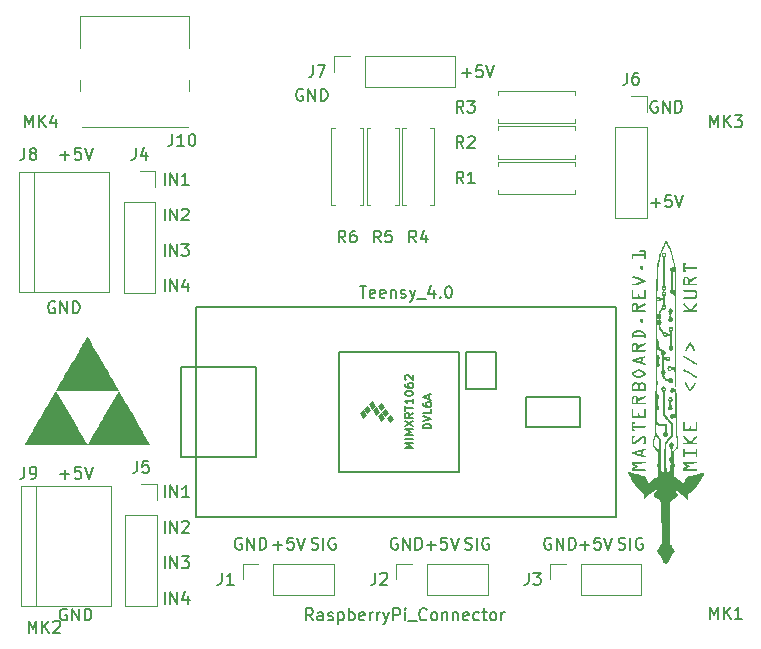
<source format=gto>
G04 #@! TF.GenerationSoftware,KiCad,Pcbnew,(6.0.4)*
G04 #@! TF.CreationDate,2022-04-28T11:38:26-07:00*
G04 #@! TF.ProjectId,Lec18-PCB_kicad,4c656331-382d-4504-9342-5f6b69636164,rev?*
G04 #@! TF.SameCoordinates,Original*
G04 #@! TF.FileFunction,Legend,Top*
G04 #@! TF.FilePolarity,Positive*
%FSLAX46Y46*%
G04 Gerber Fmt 4.6, Leading zero omitted, Abs format (unit mm)*
G04 Created by KiCad (PCBNEW (6.0.4)) date 2022-04-28 11:38:26*
%MOMM*%
%LPD*%
G01*
G04 APERTURE LIST*
%ADD10C,0.150000*%
%ADD11C,0.120000*%
%ADD12C,0.100000*%
G04 APERTURE END LIST*
D10*
X146238095Y-47500000D02*
X146142857Y-47452380D01*
X146000000Y-47452380D01*
X145857142Y-47500000D01*
X145761904Y-47595238D01*
X145714285Y-47690476D01*
X145666666Y-47880952D01*
X145666666Y-48023809D01*
X145714285Y-48214285D01*
X145761904Y-48309523D01*
X145857142Y-48404761D01*
X146000000Y-48452380D01*
X146095238Y-48452380D01*
X146238095Y-48404761D01*
X146285714Y-48357142D01*
X146285714Y-48023809D01*
X146095238Y-48023809D01*
X146714285Y-48452380D02*
X146714285Y-47452380D01*
X147285714Y-48452380D01*
X147285714Y-47452380D01*
X147761904Y-48452380D02*
X147761904Y-47452380D01*
X148000000Y-47452380D01*
X148142857Y-47500000D01*
X148238095Y-47595238D01*
X148285714Y-47690476D01*
X148333333Y-47880952D01*
X148333333Y-48023809D01*
X148285714Y-48214285D01*
X148238095Y-48309523D01*
X148142857Y-48404761D01*
X148000000Y-48452380D01*
X147761904Y-48452380D01*
X124238095Y-84500000D02*
X124142857Y-84452380D01*
X124000000Y-84452380D01*
X123857142Y-84500000D01*
X123761904Y-84595238D01*
X123714285Y-84690476D01*
X123666666Y-84880952D01*
X123666666Y-85023809D01*
X123714285Y-85214285D01*
X123761904Y-85309523D01*
X123857142Y-85404761D01*
X124000000Y-85452380D01*
X124095238Y-85452380D01*
X124238095Y-85404761D01*
X124285714Y-85357142D01*
X124285714Y-85023809D01*
X124095238Y-85023809D01*
X124714285Y-85452380D02*
X124714285Y-84452380D01*
X125285714Y-85452380D01*
X125285714Y-84452380D01*
X125761904Y-85452380D02*
X125761904Y-84452380D01*
X126000000Y-84452380D01*
X126142857Y-84500000D01*
X126238095Y-84595238D01*
X126285714Y-84690476D01*
X126333333Y-84880952D01*
X126333333Y-85023809D01*
X126285714Y-85214285D01*
X126238095Y-85309523D01*
X126142857Y-85404761D01*
X126000000Y-85452380D01*
X125761904Y-85452380D01*
X95238095Y-64500000D02*
X95142857Y-64452380D01*
X95000000Y-64452380D01*
X94857142Y-64500000D01*
X94761904Y-64595238D01*
X94714285Y-64690476D01*
X94666666Y-64880952D01*
X94666666Y-65023809D01*
X94714285Y-65214285D01*
X94761904Y-65309523D01*
X94857142Y-65404761D01*
X95000000Y-65452380D01*
X95095238Y-65452380D01*
X95238095Y-65404761D01*
X95285714Y-65357142D01*
X95285714Y-65023809D01*
X95095238Y-65023809D01*
X95714285Y-65452380D02*
X95714285Y-64452380D01*
X96285714Y-65452380D01*
X96285714Y-64452380D01*
X96761904Y-65452380D02*
X96761904Y-64452380D01*
X97000000Y-64452380D01*
X97142857Y-64500000D01*
X97238095Y-64595238D01*
X97285714Y-64690476D01*
X97333333Y-64880952D01*
X97333333Y-65023809D01*
X97285714Y-65214285D01*
X97238095Y-65309523D01*
X97142857Y-65404761D01*
X97000000Y-65452380D01*
X96761904Y-65452380D01*
X126714285Y-85071428D02*
X127476190Y-85071428D01*
X127095238Y-85452380D02*
X127095238Y-84690476D01*
X128428571Y-84452380D02*
X127952380Y-84452380D01*
X127904761Y-84928571D01*
X127952380Y-84880952D01*
X128047619Y-84833333D01*
X128285714Y-84833333D01*
X128380952Y-84880952D01*
X128428571Y-84928571D01*
X128476190Y-85023809D01*
X128476190Y-85261904D01*
X128428571Y-85357142D01*
X128380952Y-85404761D01*
X128285714Y-85452380D01*
X128047619Y-85452380D01*
X127952380Y-85404761D01*
X127904761Y-85357142D01*
X128761904Y-84452380D02*
X129095238Y-85452380D01*
X129428571Y-84452380D01*
X95714285Y-52071428D02*
X96476190Y-52071428D01*
X96095238Y-52452380D02*
X96095238Y-51690476D01*
X97428571Y-51452380D02*
X96952380Y-51452380D01*
X96904761Y-51928571D01*
X96952380Y-51880952D01*
X97047619Y-51833333D01*
X97285714Y-51833333D01*
X97380952Y-51880952D01*
X97428571Y-51928571D01*
X97476190Y-52023809D01*
X97476190Y-52261904D01*
X97428571Y-52357142D01*
X97380952Y-52404761D01*
X97285714Y-52452380D01*
X97047619Y-52452380D01*
X96952380Y-52404761D01*
X96904761Y-52357142D01*
X97761904Y-51452380D02*
X98095238Y-52452380D01*
X98428571Y-51452380D01*
X139714285Y-85071428D02*
X140476190Y-85071428D01*
X140095238Y-85452380D02*
X140095238Y-84690476D01*
X141428571Y-84452380D02*
X140952380Y-84452380D01*
X140904761Y-84928571D01*
X140952380Y-84880952D01*
X141047619Y-84833333D01*
X141285714Y-84833333D01*
X141380952Y-84880952D01*
X141428571Y-84928571D01*
X141476190Y-85023809D01*
X141476190Y-85261904D01*
X141428571Y-85357142D01*
X141380952Y-85404761D01*
X141285714Y-85452380D01*
X141047619Y-85452380D01*
X140952380Y-85404761D01*
X140904761Y-85357142D01*
X141761904Y-84452380D02*
X142095238Y-85452380D01*
X142428571Y-84452380D01*
X104523265Y-54582657D02*
X104523265Y-53582657D01*
X104999455Y-54582657D02*
X104999455Y-53582657D01*
X105570884Y-54582657D01*
X105570884Y-53582657D01*
X106570884Y-54582657D02*
X105999455Y-54582657D01*
X106285169Y-54582657D02*
X106285169Y-53582657D01*
X106189931Y-53725515D01*
X106094693Y-53820753D01*
X105999455Y-53868372D01*
X116238095Y-46500000D02*
X116142857Y-46452380D01*
X116000000Y-46452380D01*
X115857142Y-46500000D01*
X115761904Y-46595238D01*
X115714285Y-46690476D01*
X115666666Y-46880952D01*
X115666666Y-47023809D01*
X115714285Y-47214285D01*
X115761904Y-47309523D01*
X115857142Y-47404761D01*
X116000000Y-47452380D01*
X116095238Y-47452380D01*
X116238095Y-47404761D01*
X116285714Y-47357142D01*
X116285714Y-47023809D01*
X116095238Y-47023809D01*
X116714285Y-47452380D02*
X116714285Y-46452380D01*
X117285714Y-47452380D01*
X117285714Y-46452380D01*
X117761904Y-47452380D02*
X117761904Y-46452380D01*
X118000000Y-46452380D01*
X118142857Y-46500000D01*
X118238095Y-46595238D01*
X118285714Y-46690476D01*
X118333333Y-46880952D01*
X118333333Y-47023809D01*
X118285714Y-47214285D01*
X118238095Y-47309523D01*
X118142857Y-47404761D01*
X118000000Y-47452380D01*
X117761904Y-47452380D01*
X104552220Y-84030482D02*
X104552220Y-83030482D01*
X105028410Y-84030482D02*
X105028410Y-83030482D01*
X105599839Y-84030482D01*
X105599839Y-83030482D01*
X106028410Y-83125721D02*
X106076029Y-83078102D01*
X106171267Y-83030482D01*
X106409362Y-83030482D01*
X106504600Y-83078102D01*
X106552220Y-83125721D01*
X106599839Y-83220959D01*
X106599839Y-83316197D01*
X106552220Y-83459054D01*
X105980791Y-84030482D01*
X106599839Y-84030482D01*
X95714285Y-79071428D02*
X96476190Y-79071428D01*
X96095238Y-79452380D02*
X96095238Y-78690476D01*
X97428571Y-78452380D02*
X96952380Y-78452380D01*
X96904761Y-78928571D01*
X96952380Y-78880952D01*
X97047619Y-78833333D01*
X97285714Y-78833333D01*
X97380952Y-78880952D01*
X97428571Y-78928571D01*
X97476190Y-79023809D01*
X97476190Y-79261904D01*
X97428571Y-79357142D01*
X97380952Y-79404761D01*
X97285714Y-79452380D01*
X97047619Y-79452380D01*
X96952380Y-79404761D01*
X96904761Y-79357142D01*
X97761904Y-78452380D02*
X98095238Y-79452380D01*
X98428571Y-78452380D01*
X129714285Y-45071428D02*
X130476190Y-45071428D01*
X130095238Y-45452380D02*
X130095238Y-44690476D01*
X131428571Y-44452380D02*
X130952380Y-44452380D01*
X130904761Y-44928571D01*
X130952380Y-44880952D01*
X131047619Y-44833333D01*
X131285714Y-44833333D01*
X131380952Y-44880952D01*
X131428571Y-44928571D01*
X131476190Y-45023809D01*
X131476190Y-45261904D01*
X131428571Y-45357142D01*
X131380952Y-45404761D01*
X131285714Y-45452380D01*
X131047619Y-45452380D01*
X130952380Y-45404761D01*
X130904761Y-45357142D01*
X131761904Y-44452380D02*
X132095238Y-45452380D01*
X132428571Y-44452380D01*
X142976190Y-85404761D02*
X143119047Y-85452380D01*
X143357142Y-85452380D01*
X143452380Y-85404761D01*
X143500000Y-85357142D01*
X143547619Y-85261904D01*
X143547619Y-85166666D01*
X143500000Y-85071428D01*
X143452380Y-85023809D01*
X143357142Y-84976190D01*
X143166666Y-84928571D01*
X143071428Y-84880952D01*
X143023809Y-84833333D01*
X142976190Y-84738095D01*
X142976190Y-84642857D01*
X143023809Y-84547619D01*
X143071428Y-84500000D01*
X143166666Y-84452380D01*
X143404761Y-84452380D01*
X143547619Y-84500000D01*
X143976190Y-85452380D02*
X143976190Y-84452380D01*
X144976190Y-84500000D02*
X144880952Y-84452380D01*
X144738095Y-84452380D01*
X144595238Y-84500000D01*
X144500000Y-84595238D01*
X144452380Y-84690476D01*
X144404761Y-84880952D01*
X144404761Y-85023809D01*
X144452380Y-85214285D01*
X144500000Y-85309523D01*
X144595238Y-85404761D01*
X144738095Y-85452380D01*
X144833333Y-85452380D01*
X144976190Y-85404761D01*
X145023809Y-85357142D01*
X145023809Y-85023809D01*
X144833333Y-85023809D01*
X111048095Y-84500000D02*
X110952857Y-84452380D01*
X110810000Y-84452380D01*
X110667142Y-84500000D01*
X110571904Y-84595238D01*
X110524285Y-84690476D01*
X110476666Y-84880952D01*
X110476666Y-85023809D01*
X110524285Y-85214285D01*
X110571904Y-85309523D01*
X110667142Y-85404761D01*
X110810000Y-85452380D01*
X110905238Y-85452380D01*
X111048095Y-85404761D01*
X111095714Y-85357142D01*
X111095714Y-85023809D01*
X110905238Y-85023809D01*
X111524285Y-85452380D02*
X111524285Y-84452380D01*
X112095714Y-85452380D01*
X112095714Y-84452380D01*
X112571904Y-85452380D02*
X112571904Y-84452380D01*
X112810000Y-84452380D01*
X112952857Y-84500000D01*
X113048095Y-84595238D01*
X113095714Y-84690476D01*
X113143333Y-84880952D01*
X113143333Y-85023809D01*
X113095714Y-85214285D01*
X113048095Y-85309523D01*
X112952857Y-85404761D01*
X112810000Y-85452380D01*
X112571904Y-85452380D01*
X104523265Y-63582657D02*
X104523265Y-62582657D01*
X104999455Y-63582657D02*
X104999455Y-62582657D01*
X105570884Y-63582657D01*
X105570884Y-62582657D01*
X106475645Y-62915991D02*
X106475645Y-63582657D01*
X106237550Y-62535038D02*
X105999455Y-63249324D01*
X106618503Y-63249324D01*
X104523265Y-57582657D02*
X104523265Y-56582657D01*
X104999455Y-57582657D02*
X104999455Y-56582657D01*
X105570884Y-57582657D01*
X105570884Y-56582657D01*
X105999455Y-56677896D02*
X106047074Y-56630277D01*
X106142312Y-56582657D01*
X106380407Y-56582657D01*
X106475645Y-56630277D01*
X106523265Y-56677896D01*
X106570884Y-56773134D01*
X106570884Y-56868372D01*
X106523265Y-57011229D01*
X105951836Y-57582657D01*
X106570884Y-57582657D01*
X104523265Y-60582657D02*
X104523265Y-59582657D01*
X104999455Y-60582657D02*
X104999455Y-59582657D01*
X105570884Y-60582657D01*
X105570884Y-59582657D01*
X105951836Y-59582657D02*
X106570884Y-59582657D01*
X106237550Y-59963610D01*
X106380407Y-59963610D01*
X106475645Y-60011229D01*
X106523265Y-60058848D01*
X106570884Y-60154086D01*
X106570884Y-60392181D01*
X106523265Y-60487419D01*
X106475645Y-60535038D01*
X106380407Y-60582657D01*
X106094693Y-60582657D01*
X105999455Y-60535038D01*
X105951836Y-60487419D01*
X104552220Y-81030482D02*
X104552220Y-80030482D01*
X105028410Y-81030482D02*
X105028410Y-80030482D01*
X105599839Y-81030482D01*
X105599839Y-80030482D01*
X106599839Y-81030482D02*
X106028410Y-81030482D01*
X106314124Y-81030482D02*
X106314124Y-80030482D01*
X106218886Y-80173340D01*
X106123648Y-80268578D01*
X106028410Y-80316197D01*
X96238095Y-90500000D02*
X96142857Y-90452380D01*
X96000000Y-90452380D01*
X95857142Y-90500000D01*
X95761904Y-90595238D01*
X95714285Y-90690476D01*
X95666666Y-90880952D01*
X95666666Y-91023809D01*
X95714285Y-91214285D01*
X95761904Y-91309523D01*
X95857142Y-91404761D01*
X96000000Y-91452380D01*
X96095238Y-91452380D01*
X96238095Y-91404761D01*
X96285714Y-91357142D01*
X96285714Y-91023809D01*
X96095238Y-91023809D01*
X96714285Y-91452380D02*
X96714285Y-90452380D01*
X97285714Y-91452380D01*
X97285714Y-90452380D01*
X97761904Y-91452380D02*
X97761904Y-90452380D01*
X98000000Y-90452380D01*
X98142857Y-90500000D01*
X98238095Y-90595238D01*
X98285714Y-90690476D01*
X98333333Y-90880952D01*
X98333333Y-91023809D01*
X98285714Y-91214285D01*
X98238095Y-91309523D01*
X98142857Y-91404761D01*
X98000000Y-91452380D01*
X97761904Y-91452380D01*
X104552220Y-90030482D02*
X104552220Y-89030482D01*
X105028410Y-90030482D02*
X105028410Y-89030482D01*
X105599839Y-90030482D01*
X105599839Y-89030482D01*
X106504600Y-89363816D02*
X106504600Y-90030482D01*
X106266505Y-88982863D02*
X106028410Y-89697149D01*
X106647458Y-89697149D01*
X145714285Y-56071428D02*
X146476190Y-56071428D01*
X146095238Y-56452380D02*
X146095238Y-55690476D01*
X147428571Y-55452380D02*
X146952380Y-55452380D01*
X146904761Y-55928571D01*
X146952380Y-55880952D01*
X147047619Y-55833333D01*
X147285714Y-55833333D01*
X147380952Y-55880952D01*
X147428571Y-55928571D01*
X147476190Y-56023809D01*
X147476190Y-56261904D01*
X147428571Y-56357142D01*
X147380952Y-56404761D01*
X147285714Y-56452380D01*
X147047619Y-56452380D01*
X146952380Y-56404761D01*
X146904761Y-56357142D01*
X147761904Y-55452380D02*
X148095238Y-56452380D01*
X148428571Y-55452380D01*
X104552220Y-87030482D02*
X104552220Y-86030482D01*
X105028410Y-87030482D02*
X105028410Y-86030482D01*
X105599839Y-87030482D01*
X105599839Y-86030482D01*
X105980791Y-86030482D02*
X106599839Y-86030482D01*
X106266505Y-86411435D01*
X106409362Y-86411435D01*
X106504600Y-86459054D01*
X106552220Y-86506673D01*
X106599839Y-86601911D01*
X106599839Y-86840006D01*
X106552220Y-86935244D01*
X106504600Y-86982863D01*
X106409362Y-87030482D01*
X106123648Y-87030482D01*
X106028410Y-86982863D01*
X105980791Y-86935244D01*
X129976190Y-85404761D02*
X130119047Y-85452380D01*
X130357142Y-85452380D01*
X130452380Y-85404761D01*
X130500000Y-85357142D01*
X130547619Y-85261904D01*
X130547619Y-85166666D01*
X130500000Y-85071428D01*
X130452380Y-85023809D01*
X130357142Y-84976190D01*
X130166666Y-84928571D01*
X130071428Y-84880952D01*
X130023809Y-84833333D01*
X129976190Y-84738095D01*
X129976190Y-84642857D01*
X130023809Y-84547619D01*
X130071428Y-84500000D01*
X130166666Y-84452380D01*
X130404761Y-84452380D01*
X130547619Y-84500000D01*
X130976190Y-85452380D02*
X130976190Y-84452380D01*
X131976190Y-84500000D02*
X131880952Y-84452380D01*
X131738095Y-84452380D01*
X131595238Y-84500000D01*
X131500000Y-84595238D01*
X131452380Y-84690476D01*
X131404761Y-84880952D01*
X131404761Y-85023809D01*
X131452380Y-85214285D01*
X131500000Y-85309523D01*
X131595238Y-85404761D01*
X131738095Y-85452380D01*
X131833333Y-85452380D01*
X131976190Y-85404761D01*
X132023809Y-85357142D01*
X132023809Y-85023809D01*
X131833333Y-85023809D01*
X137238095Y-84500000D02*
X137142857Y-84452380D01*
X137000000Y-84452380D01*
X136857142Y-84500000D01*
X136761904Y-84595238D01*
X136714285Y-84690476D01*
X136666666Y-84880952D01*
X136666666Y-85023809D01*
X136714285Y-85214285D01*
X136761904Y-85309523D01*
X136857142Y-85404761D01*
X137000000Y-85452380D01*
X137095238Y-85452380D01*
X137238095Y-85404761D01*
X137285714Y-85357142D01*
X137285714Y-85023809D01*
X137095238Y-85023809D01*
X137714285Y-85452380D02*
X137714285Y-84452380D01*
X138285714Y-85452380D01*
X138285714Y-84452380D01*
X138761904Y-85452380D02*
X138761904Y-84452380D01*
X139000000Y-84452380D01*
X139142857Y-84500000D01*
X139238095Y-84595238D01*
X139285714Y-84690476D01*
X139333333Y-84880952D01*
X139333333Y-85023809D01*
X139285714Y-85214285D01*
X139238095Y-85309523D01*
X139142857Y-85404761D01*
X139000000Y-85452380D01*
X138761904Y-85452380D01*
X113714285Y-85071428D02*
X114476190Y-85071428D01*
X114095238Y-85452380D02*
X114095238Y-84690476D01*
X115428571Y-84452380D02*
X114952380Y-84452380D01*
X114904761Y-84928571D01*
X114952380Y-84880952D01*
X115047619Y-84833333D01*
X115285714Y-84833333D01*
X115380952Y-84880952D01*
X115428571Y-84928571D01*
X115476190Y-85023809D01*
X115476190Y-85261904D01*
X115428571Y-85357142D01*
X115380952Y-85404761D01*
X115285714Y-85452380D01*
X115047619Y-85452380D01*
X114952380Y-85404761D01*
X114904761Y-85357142D01*
X115761904Y-84452380D02*
X116095238Y-85452380D01*
X116428571Y-84452380D01*
X116976190Y-85404761D02*
X117119047Y-85452380D01*
X117357142Y-85452380D01*
X117452380Y-85404761D01*
X117500000Y-85357142D01*
X117547619Y-85261904D01*
X117547619Y-85166666D01*
X117500000Y-85071428D01*
X117452380Y-85023809D01*
X117357142Y-84976190D01*
X117166666Y-84928571D01*
X117071428Y-84880952D01*
X117023809Y-84833333D01*
X116976190Y-84738095D01*
X116976190Y-84642857D01*
X117023809Y-84547619D01*
X117071428Y-84500000D01*
X117166666Y-84452380D01*
X117404761Y-84452380D01*
X117547619Y-84500000D01*
X117976190Y-85452380D02*
X117976190Y-84452380D01*
X118976190Y-84500000D02*
X118880952Y-84452380D01*
X118738095Y-84452380D01*
X118595238Y-84500000D01*
X118500000Y-84595238D01*
X118452380Y-84690476D01*
X118404761Y-84880952D01*
X118404761Y-85023809D01*
X118452380Y-85214285D01*
X118500000Y-85309523D01*
X118595238Y-85404761D01*
X118738095Y-85452380D01*
X118833333Y-85452380D01*
X118976190Y-85404761D01*
X119023809Y-85357142D01*
X119023809Y-85023809D01*
X118833333Y-85023809D01*
X92740476Y-49702380D02*
X92740476Y-48702380D01*
X93073809Y-49416666D01*
X93407142Y-48702380D01*
X93407142Y-49702380D01*
X93883333Y-49702380D02*
X93883333Y-48702380D01*
X94454761Y-49702380D02*
X94026190Y-49130952D01*
X94454761Y-48702380D02*
X93883333Y-49273809D01*
X95311904Y-49035714D02*
X95311904Y-49702380D01*
X95073809Y-48654761D02*
X94835714Y-49369047D01*
X95454761Y-49369047D01*
X150740476Y-49702380D02*
X150740476Y-48702380D01*
X151073809Y-49416666D01*
X151407142Y-48702380D01*
X151407142Y-49702380D01*
X151883333Y-49702380D02*
X151883333Y-48702380D01*
X152454761Y-49702380D02*
X152026190Y-49130952D01*
X152454761Y-48702380D02*
X151883333Y-49273809D01*
X152788095Y-48702380D02*
X153407142Y-48702380D01*
X153073809Y-49083333D01*
X153216666Y-49083333D01*
X153311904Y-49130952D01*
X153359523Y-49178571D01*
X153407142Y-49273809D01*
X153407142Y-49511904D01*
X153359523Y-49607142D01*
X153311904Y-49654761D01*
X153216666Y-49702380D01*
X152930952Y-49702380D01*
X152835714Y-49654761D01*
X152788095Y-49607142D01*
X150740476Y-91302380D02*
X150740476Y-90302380D01*
X151073809Y-91016666D01*
X151407142Y-90302380D01*
X151407142Y-91302380D01*
X151883333Y-91302380D02*
X151883333Y-90302380D01*
X152454761Y-91302380D02*
X152026190Y-90730952D01*
X152454761Y-90302380D02*
X151883333Y-90873809D01*
X153407142Y-91302380D02*
X152835714Y-91302380D01*
X153121428Y-91302380D02*
X153121428Y-90302380D01*
X153026190Y-90445238D01*
X152930952Y-90540476D01*
X152835714Y-90588095D01*
X93017355Y-92490280D02*
X93017355Y-91490280D01*
X93350688Y-92204566D01*
X93684021Y-91490280D01*
X93684021Y-92490280D01*
X94160212Y-92490280D02*
X94160212Y-91490280D01*
X94731640Y-92490280D02*
X94303069Y-91918852D01*
X94731640Y-91490280D02*
X94160212Y-92061709D01*
X95112593Y-91585519D02*
X95160212Y-91537900D01*
X95255450Y-91490280D01*
X95493545Y-91490280D01*
X95588783Y-91537900D01*
X95636402Y-91585519D01*
X95684021Y-91680757D01*
X95684021Y-91775995D01*
X95636402Y-91918852D01*
X95064974Y-92490280D01*
X95684021Y-92490280D01*
X109371666Y-87427380D02*
X109371666Y-88141666D01*
X109324047Y-88284523D01*
X109228809Y-88379761D01*
X109085952Y-88427380D01*
X108990714Y-88427380D01*
X110371666Y-88427380D02*
X109800238Y-88427380D01*
X110085952Y-88427380D02*
X110085952Y-87427380D01*
X109990714Y-87570238D01*
X109895476Y-87665476D01*
X109800238Y-87713095D01*
X102201821Y-77955389D02*
X102201821Y-78669675D01*
X102154202Y-78812532D01*
X102058964Y-78907770D01*
X101916107Y-78955389D01*
X101820869Y-78955389D01*
X103154202Y-77955389D02*
X102678012Y-77955389D01*
X102630393Y-78431580D01*
X102678012Y-78383961D01*
X102773250Y-78336342D01*
X103011345Y-78336342D01*
X103106583Y-78383961D01*
X103154202Y-78431580D01*
X103201821Y-78526818D01*
X103201821Y-78764913D01*
X103154202Y-78860151D01*
X103106583Y-78907770D01*
X103011345Y-78955389D01*
X102773250Y-78955389D01*
X102678012Y-78907770D01*
X102630393Y-78860151D01*
X129833333Y-48452380D02*
X129500000Y-47976190D01*
X129261904Y-48452380D02*
X129261904Y-47452380D01*
X129642857Y-47452380D01*
X129738095Y-47500000D01*
X129785714Y-47547619D01*
X129833333Y-47642857D01*
X129833333Y-47785714D01*
X129785714Y-47880952D01*
X129738095Y-47928571D01*
X129642857Y-47976190D01*
X129261904Y-47976190D01*
X130166666Y-47452380D02*
X130785714Y-47452380D01*
X130452380Y-47833333D01*
X130595238Y-47833333D01*
X130690476Y-47880952D01*
X130738095Y-47928571D01*
X130785714Y-48023809D01*
X130785714Y-48261904D01*
X130738095Y-48357142D01*
X130690476Y-48404761D01*
X130595238Y-48452380D01*
X130309523Y-48452380D01*
X130214285Y-48404761D01*
X130166666Y-48357142D01*
X119833333Y-59452380D02*
X119500000Y-58976190D01*
X119261904Y-59452380D02*
X119261904Y-58452380D01*
X119642857Y-58452380D01*
X119738095Y-58500000D01*
X119785714Y-58547619D01*
X119833333Y-58642857D01*
X119833333Y-58785714D01*
X119785714Y-58880952D01*
X119738095Y-58928571D01*
X119642857Y-58976190D01*
X119261904Y-58976190D01*
X120690476Y-58452380D02*
X120500000Y-58452380D01*
X120404761Y-58500000D01*
X120357142Y-58547619D01*
X120261904Y-58690476D01*
X120214285Y-58880952D01*
X120214285Y-59261904D01*
X120261904Y-59357142D01*
X120309523Y-59404761D01*
X120404761Y-59452380D01*
X120595238Y-59452380D01*
X120690476Y-59404761D01*
X120738095Y-59357142D01*
X120785714Y-59261904D01*
X120785714Y-59023809D01*
X120738095Y-58928571D01*
X120690476Y-58880952D01*
X120595238Y-58833333D01*
X120404761Y-58833333D01*
X120309523Y-58880952D01*
X120261904Y-58928571D01*
X120214285Y-59023809D01*
X117096666Y-44452380D02*
X117096666Y-45166666D01*
X117049047Y-45309523D01*
X116953809Y-45404761D01*
X116810952Y-45452380D01*
X116715714Y-45452380D01*
X117477619Y-44452380D02*
X118144285Y-44452380D01*
X117715714Y-45452380D01*
X143691666Y-45082380D02*
X143691666Y-45796666D01*
X143644047Y-45939523D01*
X143548809Y-46034761D01*
X143405952Y-46082380D01*
X143310714Y-46082380D01*
X144596428Y-45082380D02*
X144405952Y-45082380D01*
X144310714Y-45130000D01*
X144263095Y-45177619D01*
X144167857Y-45320476D01*
X144120238Y-45510952D01*
X144120238Y-45891904D01*
X144167857Y-45987142D01*
X144215476Y-46034761D01*
X144310714Y-46082380D01*
X144501190Y-46082380D01*
X144596428Y-46034761D01*
X144644047Y-45987142D01*
X144691666Y-45891904D01*
X144691666Y-45653809D01*
X144644047Y-45558571D01*
X144596428Y-45510952D01*
X144501190Y-45463333D01*
X144310714Y-45463333D01*
X144215476Y-45510952D01*
X144167857Y-45558571D01*
X144120238Y-45653809D01*
X129833333Y-51452380D02*
X129500000Y-50976190D01*
X129261904Y-51452380D02*
X129261904Y-50452380D01*
X129642857Y-50452380D01*
X129738095Y-50500000D01*
X129785714Y-50547619D01*
X129833333Y-50642857D01*
X129833333Y-50785714D01*
X129785714Y-50880952D01*
X129738095Y-50928571D01*
X129642857Y-50976190D01*
X129261904Y-50976190D01*
X130214285Y-50547619D02*
X130261904Y-50500000D01*
X130357142Y-50452380D01*
X130595238Y-50452380D01*
X130690476Y-50500000D01*
X130738095Y-50547619D01*
X130785714Y-50642857D01*
X130785714Y-50738095D01*
X130738095Y-50880952D01*
X130166666Y-51452380D01*
X130785714Y-51452380D01*
X122833333Y-59452380D02*
X122500000Y-58976190D01*
X122261904Y-59452380D02*
X122261904Y-58452380D01*
X122642857Y-58452380D01*
X122738095Y-58500000D01*
X122785714Y-58547619D01*
X122833333Y-58642857D01*
X122833333Y-58785714D01*
X122785714Y-58880952D01*
X122738095Y-58928571D01*
X122642857Y-58976190D01*
X122261904Y-58976190D01*
X123738095Y-58452380D02*
X123261904Y-58452380D01*
X123214285Y-58928571D01*
X123261904Y-58880952D01*
X123357142Y-58833333D01*
X123595238Y-58833333D01*
X123690476Y-58880952D01*
X123738095Y-58928571D01*
X123785714Y-59023809D01*
X123785714Y-59261904D01*
X123738095Y-59357142D01*
X123690476Y-59404761D01*
X123595238Y-59452380D01*
X123357142Y-59452380D01*
X123261904Y-59404761D01*
X123214285Y-59357142D01*
X125833333Y-59452380D02*
X125500000Y-58976190D01*
X125261904Y-59452380D02*
X125261904Y-58452380D01*
X125642857Y-58452380D01*
X125738095Y-58500000D01*
X125785714Y-58547619D01*
X125833333Y-58642857D01*
X125833333Y-58785714D01*
X125785714Y-58880952D01*
X125738095Y-58928571D01*
X125642857Y-58976190D01*
X125261904Y-58976190D01*
X126690476Y-58785714D02*
X126690476Y-59452380D01*
X126452380Y-58404761D02*
X126214285Y-59119047D01*
X126833333Y-59119047D01*
X105190476Y-50277380D02*
X105190476Y-50991666D01*
X105142857Y-51134523D01*
X105047619Y-51229761D01*
X104904761Y-51277380D01*
X104809523Y-51277380D01*
X106190476Y-51277380D02*
X105619047Y-51277380D01*
X105904761Y-51277380D02*
X105904761Y-50277380D01*
X105809523Y-50420238D01*
X105714285Y-50515476D01*
X105619047Y-50563095D01*
X106809523Y-50277380D02*
X106904761Y-50277380D01*
X107000000Y-50325000D01*
X107047619Y-50372619D01*
X107095238Y-50467857D01*
X107142857Y-50658333D01*
X107142857Y-50896428D01*
X107095238Y-51086904D01*
X107047619Y-51182142D01*
X107000000Y-51229761D01*
X106904761Y-51277380D01*
X106809523Y-51277380D01*
X106714285Y-51229761D01*
X106666666Y-51182142D01*
X106619047Y-51086904D01*
X106571428Y-50896428D01*
X106571428Y-50658333D01*
X106619047Y-50467857D01*
X106666666Y-50372619D01*
X106714285Y-50325000D01*
X106809523Y-50277380D01*
X135371666Y-87427380D02*
X135371666Y-88141666D01*
X135324047Y-88284523D01*
X135228809Y-88379761D01*
X135085952Y-88427380D01*
X134990714Y-88427380D01*
X135752619Y-87427380D02*
X136371666Y-87427380D01*
X136038333Y-87808333D01*
X136181190Y-87808333D01*
X136276428Y-87855952D01*
X136324047Y-87903571D01*
X136371666Y-87998809D01*
X136371666Y-88236904D01*
X136324047Y-88332142D01*
X136276428Y-88379761D01*
X136181190Y-88427380D01*
X135895476Y-88427380D01*
X135800238Y-88379761D01*
X135752619Y-88332142D01*
X92666666Y-78452380D02*
X92666666Y-79166666D01*
X92619047Y-79309523D01*
X92523809Y-79404761D01*
X92380952Y-79452380D01*
X92285714Y-79452380D01*
X93190476Y-79452380D02*
X93380952Y-79452380D01*
X93476190Y-79404761D01*
X93523809Y-79357142D01*
X93619047Y-79214285D01*
X93666666Y-79023809D01*
X93666666Y-78642857D01*
X93619047Y-78547619D01*
X93571428Y-78500000D01*
X93476190Y-78452380D01*
X93285714Y-78452380D01*
X93190476Y-78500000D01*
X93142857Y-78547619D01*
X93095238Y-78642857D01*
X93095238Y-78880952D01*
X93142857Y-78976190D01*
X93190476Y-79023809D01*
X93285714Y-79071428D01*
X93476190Y-79071428D01*
X93571428Y-79023809D01*
X93619047Y-78976190D01*
X93666666Y-78880952D01*
X102091258Y-51452380D02*
X102091258Y-52166666D01*
X102043639Y-52309523D01*
X101948401Y-52404761D01*
X101805544Y-52452380D01*
X101710306Y-52452380D01*
X102996020Y-51785714D02*
X102996020Y-52452380D01*
X102757925Y-51404761D02*
X102519830Y-52119047D01*
X103138877Y-52119047D01*
X122371666Y-87427380D02*
X122371666Y-88141666D01*
X122324047Y-88284523D01*
X122228809Y-88379761D01*
X122085952Y-88427380D01*
X121990714Y-88427380D01*
X122800238Y-87522619D02*
X122847857Y-87475000D01*
X122943095Y-87427380D01*
X123181190Y-87427380D01*
X123276428Y-87475000D01*
X123324047Y-87522619D01*
X123371666Y-87617857D01*
X123371666Y-87713095D01*
X123324047Y-87855952D01*
X122752619Y-88427380D01*
X123371666Y-88427380D01*
X92666666Y-51452380D02*
X92666666Y-52166666D01*
X92619047Y-52309523D01*
X92523809Y-52404761D01*
X92380952Y-52452380D01*
X92285714Y-52452380D01*
X93285714Y-51880952D02*
X93190476Y-51833333D01*
X93142857Y-51785714D01*
X93095238Y-51690476D01*
X93095238Y-51642857D01*
X93142857Y-51547619D01*
X93190476Y-51500000D01*
X93285714Y-51452380D01*
X93476190Y-51452380D01*
X93571428Y-51500000D01*
X93619047Y-51547619D01*
X93666666Y-51642857D01*
X93666666Y-51690476D01*
X93619047Y-51785714D01*
X93571428Y-51833333D01*
X93476190Y-51880952D01*
X93285714Y-51880952D01*
X93190476Y-51928571D01*
X93142857Y-51976190D01*
X93095238Y-52071428D01*
X93095238Y-52261904D01*
X93142857Y-52357142D01*
X93190476Y-52404761D01*
X93285714Y-52452380D01*
X93476190Y-52452380D01*
X93571428Y-52404761D01*
X93619047Y-52357142D01*
X93666666Y-52261904D01*
X93666666Y-52071428D01*
X93619047Y-51976190D01*
X93571428Y-51928571D01*
X93476190Y-51880952D01*
X121047619Y-63137324D02*
X121619047Y-63137324D01*
X121333333Y-64137324D02*
X121333333Y-63137324D01*
X122333333Y-64089705D02*
X122238095Y-64137324D01*
X122047619Y-64137324D01*
X121952380Y-64089705D01*
X121904761Y-63994467D01*
X121904761Y-63613515D01*
X121952380Y-63518277D01*
X122047619Y-63470658D01*
X122238095Y-63470658D01*
X122333333Y-63518277D01*
X122380952Y-63613515D01*
X122380952Y-63708753D01*
X121904761Y-63803991D01*
X123190476Y-64089705D02*
X123095238Y-64137324D01*
X122904761Y-64137324D01*
X122809523Y-64089705D01*
X122761904Y-63994467D01*
X122761904Y-63613515D01*
X122809523Y-63518277D01*
X122904761Y-63470658D01*
X123095238Y-63470658D01*
X123190476Y-63518277D01*
X123238095Y-63613515D01*
X123238095Y-63708753D01*
X122761904Y-63803991D01*
X123666666Y-63470658D02*
X123666666Y-64137324D01*
X123666666Y-63565896D02*
X123714285Y-63518277D01*
X123809523Y-63470658D01*
X123952380Y-63470658D01*
X124047619Y-63518277D01*
X124095238Y-63613515D01*
X124095238Y-64137324D01*
X124523809Y-64089705D02*
X124619047Y-64137324D01*
X124809523Y-64137324D01*
X124904761Y-64089705D01*
X124952380Y-63994467D01*
X124952380Y-63946848D01*
X124904761Y-63851610D01*
X124809523Y-63803991D01*
X124666666Y-63803991D01*
X124571428Y-63756372D01*
X124523809Y-63661134D01*
X124523809Y-63613515D01*
X124571428Y-63518277D01*
X124666666Y-63470658D01*
X124809523Y-63470658D01*
X124904761Y-63518277D01*
X125285714Y-63470658D02*
X125523809Y-64137324D01*
X125761904Y-63470658D02*
X125523809Y-64137324D01*
X125428571Y-64375420D01*
X125380952Y-64423039D01*
X125285714Y-64470658D01*
X125904761Y-64232563D02*
X126666666Y-64232563D01*
X127333333Y-63470658D02*
X127333333Y-64137324D01*
X127095238Y-63089705D02*
X126857142Y-63803991D01*
X127476190Y-63803991D01*
X127857142Y-64042086D02*
X127904761Y-64089705D01*
X127857142Y-64137324D01*
X127809523Y-64089705D01*
X127857142Y-64042086D01*
X127857142Y-64137324D01*
X128523809Y-63137324D02*
X128619047Y-63137324D01*
X128714285Y-63184944D01*
X128761904Y-63232563D01*
X128809523Y-63327801D01*
X128857142Y-63518277D01*
X128857142Y-63756372D01*
X128809523Y-63946848D01*
X128761904Y-64042086D01*
X128714285Y-64089705D01*
X128619047Y-64137324D01*
X128523809Y-64137324D01*
X128428571Y-64089705D01*
X128380952Y-64042086D01*
X128333333Y-63946848D01*
X128285714Y-63756372D01*
X128285714Y-63518277D01*
X128333333Y-63327801D01*
X128380952Y-63232563D01*
X128428571Y-63184944D01*
X128523809Y-63137324D01*
X125570666Y-76883333D02*
X124870666Y-76883333D01*
X125370666Y-76650000D01*
X124870666Y-76416666D01*
X125570666Y-76416666D01*
X125570666Y-76083333D02*
X124870666Y-76083333D01*
X125570666Y-75750000D02*
X124870666Y-75750000D01*
X125370666Y-75516666D01*
X124870666Y-75283333D01*
X125570666Y-75283333D01*
X124870666Y-75016666D02*
X125570666Y-74550000D01*
X124870666Y-74550000D02*
X125570666Y-75016666D01*
X125570666Y-73883333D02*
X125237333Y-74116666D01*
X125570666Y-74283333D02*
X124870666Y-74283333D01*
X124870666Y-74016666D01*
X124904000Y-73950000D01*
X124937333Y-73916666D01*
X125004000Y-73883333D01*
X125104000Y-73883333D01*
X125170666Y-73916666D01*
X125204000Y-73950000D01*
X125237333Y-74016666D01*
X125237333Y-74283333D01*
X124870666Y-73683333D02*
X124870666Y-73283333D01*
X125570666Y-73483333D02*
X124870666Y-73483333D01*
X125570666Y-72683333D02*
X125570666Y-73083333D01*
X125570666Y-72883333D02*
X124870666Y-72883333D01*
X124970666Y-72950000D01*
X125037333Y-73016666D01*
X125070666Y-73083333D01*
X124870666Y-72250000D02*
X124870666Y-72183333D01*
X124904000Y-72116666D01*
X124937333Y-72083333D01*
X125004000Y-72050000D01*
X125137333Y-72016666D01*
X125304000Y-72016666D01*
X125437333Y-72050000D01*
X125504000Y-72083333D01*
X125537333Y-72116666D01*
X125570666Y-72183333D01*
X125570666Y-72250000D01*
X125537333Y-72316666D01*
X125504000Y-72350000D01*
X125437333Y-72383333D01*
X125304000Y-72416666D01*
X125137333Y-72416666D01*
X125004000Y-72383333D01*
X124937333Y-72350000D01*
X124904000Y-72316666D01*
X124870666Y-72250000D01*
X124870666Y-71416666D02*
X124870666Y-71550000D01*
X124904000Y-71616666D01*
X124937333Y-71650000D01*
X125037333Y-71716666D01*
X125170666Y-71750000D01*
X125437333Y-71750000D01*
X125504000Y-71716666D01*
X125537333Y-71683333D01*
X125570666Y-71616666D01*
X125570666Y-71483333D01*
X125537333Y-71416666D01*
X125504000Y-71383333D01*
X125437333Y-71350000D01*
X125270666Y-71350000D01*
X125204000Y-71383333D01*
X125170666Y-71416666D01*
X125137333Y-71483333D01*
X125137333Y-71616666D01*
X125170666Y-71683333D01*
X125204000Y-71716666D01*
X125270666Y-71750000D01*
X124937333Y-71083333D02*
X124904000Y-71050000D01*
X124870666Y-70983333D01*
X124870666Y-70816666D01*
X124904000Y-70750000D01*
X124937333Y-70716666D01*
X125004000Y-70683333D01*
X125070666Y-70683333D01*
X125170666Y-70716666D01*
X125570666Y-71116666D01*
X125570666Y-70683333D01*
X127094666Y-75200000D02*
X126394666Y-75200000D01*
X126394666Y-75033333D01*
X126428000Y-74933333D01*
X126494666Y-74866666D01*
X126561333Y-74833333D01*
X126694666Y-74800000D01*
X126794666Y-74800000D01*
X126928000Y-74833333D01*
X126994666Y-74866666D01*
X127061333Y-74933333D01*
X127094666Y-75033333D01*
X127094666Y-75200000D01*
X126394666Y-74600000D02*
X127094666Y-74366666D01*
X126394666Y-74133333D01*
X127094666Y-73566666D02*
X127094666Y-73900000D01*
X126394666Y-73900000D01*
X126394666Y-73033333D02*
X126394666Y-73166666D01*
X126428000Y-73233333D01*
X126461333Y-73266666D01*
X126561333Y-73333333D01*
X126694666Y-73366666D01*
X126961333Y-73366666D01*
X127028000Y-73333333D01*
X127061333Y-73300000D01*
X127094666Y-73233333D01*
X127094666Y-73100000D01*
X127061333Y-73033333D01*
X127028000Y-73000000D01*
X126961333Y-72966666D01*
X126794666Y-72966666D01*
X126728000Y-73000000D01*
X126694666Y-73033333D01*
X126661333Y-73100000D01*
X126661333Y-73233333D01*
X126694666Y-73300000D01*
X126728000Y-73333333D01*
X126794666Y-73366666D01*
X126894666Y-72700000D02*
X126894666Y-72366666D01*
X127094666Y-72766666D02*
X126394666Y-72533333D01*
X127094666Y-72300000D01*
X129833333Y-54452380D02*
X129500000Y-53976190D01*
X129261904Y-54452380D02*
X129261904Y-53452380D01*
X129642857Y-53452380D01*
X129738095Y-53500000D01*
X129785714Y-53547619D01*
X129833333Y-53642857D01*
X129833333Y-53785714D01*
X129785714Y-53880952D01*
X129738095Y-53928571D01*
X129642857Y-53976190D01*
X129261904Y-53976190D01*
X130785714Y-54452380D02*
X130214285Y-54452380D01*
X130500000Y-54452380D02*
X130500000Y-53452380D01*
X130404761Y-53595238D01*
X130309523Y-53690476D01*
X130214285Y-53738095D01*
X117087023Y-91440836D02*
X116753690Y-90964646D01*
X116515595Y-91440836D02*
X116515595Y-90440836D01*
X116896547Y-90440836D01*
X116991785Y-90488456D01*
X117039404Y-90536075D01*
X117087023Y-90631313D01*
X117087023Y-90774170D01*
X117039404Y-90869408D01*
X116991785Y-90917027D01*
X116896547Y-90964646D01*
X116515595Y-90964646D01*
X117944166Y-91440836D02*
X117944166Y-90917027D01*
X117896547Y-90821789D01*
X117801309Y-90774170D01*
X117610833Y-90774170D01*
X117515595Y-90821789D01*
X117944166Y-91393217D02*
X117848928Y-91440836D01*
X117610833Y-91440836D01*
X117515595Y-91393217D01*
X117467976Y-91297979D01*
X117467976Y-91202741D01*
X117515595Y-91107503D01*
X117610833Y-91059884D01*
X117848928Y-91059884D01*
X117944166Y-91012265D01*
X118372738Y-91393217D02*
X118467976Y-91440836D01*
X118658452Y-91440836D01*
X118753690Y-91393217D01*
X118801309Y-91297979D01*
X118801309Y-91250360D01*
X118753690Y-91155122D01*
X118658452Y-91107503D01*
X118515595Y-91107503D01*
X118420357Y-91059884D01*
X118372738Y-90964646D01*
X118372738Y-90917027D01*
X118420357Y-90821789D01*
X118515595Y-90774170D01*
X118658452Y-90774170D01*
X118753690Y-90821789D01*
X119229880Y-90774170D02*
X119229880Y-91774170D01*
X119229880Y-90821789D02*
X119325119Y-90774170D01*
X119515595Y-90774170D01*
X119610833Y-90821789D01*
X119658452Y-90869408D01*
X119706071Y-90964646D01*
X119706071Y-91250360D01*
X119658452Y-91345598D01*
X119610833Y-91393217D01*
X119515595Y-91440836D01*
X119325119Y-91440836D01*
X119229880Y-91393217D01*
X120134642Y-91440836D02*
X120134642Y-90440836D01*
X120134642Y-90821789D02*
X120229880Y-90774170D01*
X120420357Y-90774170D01*
X120515595Y-90821789D01*
X120563214Y-90869408D01*
X120610833Y-90964646D01*
X120610833Y-91250360D01*
X120563214Y-91345598D01*
X120515595Y-91393217D01*
X120420357Y-91440836D01*
X120229880Y-91440836D01*
X120134642Y-91393217D01*
X121420357Y-91393217D02*
X121325119Y-91440836D01*
X121134642Y-91440836D01*
X121039404Y-91393217D01*
X120991785Y-91297979D01*
X120991785Y-90917027D01*
X121039404Y-90821789D01*
X121134642Y-90774170D01*
X121325119Y-90774170D01*
X121420357Y-90821789D01*
X121467976Y-90917027D01*
X121467976Y-91012265D01*
X120991785Y-91107503D01*
X121896547Y-91440836D02*
X121896547Y-90774170D01*
X121896547Y-90964646D02*
X121944166Y-90869408D01*
X121991785Y-90821789D01*
X122087023Y-90774170D01*
X122182261Y-90774170D01*
X122515595Y-91440836D02*
X122515595Y-90774170D01*
X122515595Y-90964646D02*
X122563214Y-90869408D01*
X122610833Y-90821789D01*
X122706071Y-90774170D01*
X122801309Y-90774170D01*
X123039404Y-90774170D02*
X123277500Y-91440836D01*
X123515595Y-90774170D02*
X123277500Y-91440836D01*
X123182261Y-91678932D01*
X123134642Y-91726551D01*
X123039404Y-91774170D01*
X123896547Y-91440836D02*
X123896547Y-90440836D01*
X124277500Y-90440836D01*
X124372738Y-90488456D01*
X124420357Y-90536075D01*
X124467976Y-90631313D01*
X124467976Y-90774170D01*
X124420357Y-90869408D01*
X124372738Y-90917027D01*
X124277500Y-90964646D01*
X123896547Y-90964646D01*
X124896547Y-91440836D02*
X124896547Y-90774170D01*
X124896547Y-90440836D02*
X124848928Y-90488456D01*
X124896547Y-90536075D01*
X124944166Y-90488456D01*
X124896547Y-90440836D01*
X124896547Y-90536075D01*
X125134642Y-91536075D02*
X125896547Y-91536075D01*
X126706071Y-91345598D02*
X126658452Y-91393217D01*
X126515595Y-91440836D01*
X126420357Y-91440836D01*
X126277500Y-91393217D01*
X126182261Y-91297979D01*
X126134642Y-91202741D01*
X126087023Y-91012265D01*
X126087023Y-90869408D01*
X126134642Y-90678932D01*
X126182261Y-90583694D01*
X126277500Y-90488456D01*
X126420357Y-90440836D01*
X126515595Y-90440836D01*
X126658452Y-90488456D01*
X126706071Y-90536075D01*
X127277500Y-91440836D02*
X127182261Y-91393217D01*
X127134642Y-91345598D01*
X127087023Y-91250360D01*
X127087023Y-90964646D01*
X127134642Y-90869408D01*
X127182261Y-90821789D01*
X127277500Y-90774170D01*
X127420357Y-90774170D01*
X127515595Y-90821789D01*
X127563214Y-90869408D01*
X127610833Y-90964646D01*
X127610833Y-91250360D01*
X127563214Y-91345598D01*
X127515595Y-91393217D01*
X127420357Y-91440836D01*
X127277500Y-91440836D01*
X128039404Y-90774170D02*
X128039404Y-91440836D01*
X128039404Y-90869408D02*
X128087023Y-90821789D01*
X128182261Y-90774170D01*
X128325119Y-90774170D01*
X128420357Y-90821789D01*
X128467976Y-90917027D01*
X128467976Y-91440836D01*
X128944166Y-90774170D02*
X128944166Y-91440836D01*
X128944166Y-90869408D02*
X128991785Y-90821789D01*
X129087023Y-90774170D01*
X129229880Y-90774170D01*
X129325119Y-90821789D01*
X129372738Y-90917027D01*
X129372738Y-91440836D01*
X130229880Y-91393217D02*
X130134642Y-91440836D01*
X129944166Y-91440836D01*
X129848928Y-91393217D01*
X129801309Y-91297979D01*
X129801309Y-90917027D01*
X129848928Y-90821789D01*
X129944166Y-90774170D01*
X130134642Y-90774170D01*
X130229880Y-90821789D01*
X130277500Y-90917027D01*
X130277500Y-91012265D01*
X129801309Y-91107503D01*
X131134642Y-91393217D02*
X131039404Y-91440836D01*
X130848928Y-91440836D01*
X130753690Y-91393217D01*
X130706071Y-91345598D01*
X130658452Y-91250360D01*
X130658452Y-90964646D01*
X130706071Y-90869408D01*
X130753690Y-90821789D01*
X130848928Y-90774170D01*
X131039404Y-90774170D01*
X131134642Y-90821789D01*
X131420357Y-90774170D02*
X131801309Y-90774170D01*
X131563214Y-90440836D02*
X131563214Y-91297979D01*
X131610833Y-91393217D01*
X131706071Y-91440836D01*
X131801309Y-91440836D01*
X132277500Y-91440836D02*
X132182261Y-91393217D01*
X132134642Y-91345598D01*
X132087023Y-91250360D01*
X132087023Y-90964646D01*
X132134642Y-90869408D01*
X132182261Y-90821789D01*
X132277500Y-90774170D01*
X132420357Y-90774170D01*
X132515595Y-90821789D01*
X132563214Y-90869408D01*
X132610833Y-90964646D01*
X132610833Y-91250360D01*
X132563214Y-91345598D01*
X132515595Y-91393217D01*
X132420357Y-91440836D01*
X132277500Y-91440836D01*
X133039404Y-91440836D02*
X133039404Y-90774170D01*
X133039404Y-90964646D02*
X133087023Y-90869408D01*
X133134642Y-90821789D01*
X133229880Y-90774170D01*
X133325119Y-90774170D01*
D11*
X113745000Y-89305000D02*
X118885000Y-89305000D01*
X118885000Y-89305000D02*
X118885000Y-86645000D01*
X111145000Y-86645000D02*
X112475000Y-86645000D01*
X113745000Y-89305000D02*
X113745000Y-86645000D01*
X113745000Y-86645000D02*
X118885000Y-86645000D01*
X111145000Y-87975000D02*
X111145000Y-86645000D01*
G36*
X95709058Y-71356183D02*
G01*
X95921959Y-70987796D01*
X96131468Y-70625370D01*
X96336306Y-70271114D01*
X96535200Y-69927238D01*
X96726872Y-69595949D01*
X96910046Y-69279458D01*
X97083448Y-68979973D01*
X97245799Y-68699704D01*
X97395826Y-68440858D01*
X97532251Y-68205645D01*
X97653799Y-67996275D01*
X97759194Y-67814956D01*
X97847159Y-67663896D01*
X97916419Y-67545306D01*
X97965697Y-67461394D01*
X97993718Y-67414370D01*
X98000000Y-67404583D01*
X98012416Y-67424536D01*
X98046980Y-67482920D01*
X98102416Y-67577524D01*
X98177450Y-67706141D01*
X98270803Y-67866560D01*
X98381202Y-68056573D01*
X98507369Y-68273972D01*
X98648029Y-68516546D01*
X98801906Y-68782088D01*
X98967723Y-69068387D01*
X99144205Y-69373236D01*
X99330075Y-69694424D01*
X99524059Y-70029744D01*
X99724878Y-70376985D01*
X99931259Y-70733940D01*
X100141925Y-71098398D01*
X100355599Y-71468151D01*
X100571006Y-71840991D01*
X100786869Y-72214707D01*
X101001913Y-72587092D01*
X101214863Y-72955935D01*
X101424440Y-73319028D01*
X101629371Y-73674163D01*
X101828378Y-74019129D01*
X102020186Y-74351718D01*
X102203519Y-74669721D01*
X102377101Y-74970929D01*
X102539655Y-75253133D01*
X102689907Y-75514124D01*
X102826579Y-75751694D01*
X102948396Y-75963632D01*
X103054081Y-76147729D01*
X103142360Y-76301778D01*
X103211955Y-76423569D01*
X103261592Y-76510893D01*
X103289993Y-76561541D01*
X103296553Y-76573983D01*
X103274163Y-76576773D01*
X103205349Y-76579392D01*
X103090592Y-76581836D01*
X102930377Y-76584105D01*
X102725183Y-76586195D01*
X102475495Y-76588105D01*
X102181794Y-76589832D01*
X101844563Y-76591376D01*
X101464283Y-76592732D01*
X101041438Y-76593900D01*
X100576508Y-76594878D01*
X100069978Y-76595662D01*
X99522328Y-76596252D01*
X98934041Y-76596645D01*
X98305600Y-76596839D01*
X98000000Y-76596861D01*
X97350197Y-76596760D01*
X96740891Y-76596458D01*
X96172529Y-76595958D01*
X95645553Y-76595261D01*
X95160408Y-76594369D01*
X94717538Y-76593285D01*
X94317387Y-76592009D01*
X93960399Y-76590544D01*
X93647018Y-76588892D01*
X93377688Y-76587055D01*
X93152853Y-76585034D01*
X92972958Y-76582832D01*
X92838446Y-76580451D01*
X92749762Y-76577892D01*
X92707349Y-76575158D01*
X92703448Y-76573929D01*
X92716258Y-76550206D01*
X92751195Y-76488265D01*
X92806982Y-76390314D01*
X92882344Y-76258562D01*
X92976005Y-76095218D01*
X93086688Y-75902492D01*
X93213117Y-75682593D01*
X93354017Y-75437728D01*
X93508112Y-75170108D01*
X93674125Y-74881941D01*
X93850781Y-74575437D01*
X94036803Y-74252803D01*
X94230916Y-73916250D01*
X94431843Y-73567987D01*
X94638309Y-73210221D01*
X94849038Y-72845163D01*
X95062753Y-72475021D01*
X95278179Y-72102004D01*
X95330328Y-72011727D01*
X95352500Y-72011727D01*
X96669410Y-74292567D01*
X96843202Y-74593364D01*
X97010521Y-74882560D01*
X97169869Y-75157587D01*
X97319750Y-75415878D01*
X97458663Y-75654863D01*
X97585112Y-75871975D01*
X97697598Y-76064644D01*
X97794624Y-76230304D01*
X97874690Y-76366386D01*
X97936300Y-76470321D01*
X97977955Y-76539541D01*
X97998156Y-76571479D01*
X97999827Y-76573407D01*
X98013095Y-76553513D01*
X98048281Y-76495543D01*
X98103887Y-76402065D01*
X98178413Y-76275647D01*
X98270363Y-76118858D01*
X98378237Y-75934265D01*
X98500538Y-75724438D01*
X98635767Y-75491943D01*
X98782427Y-75239349D01*
X98939020Y-74969225D01*
X99104046Y-74684138D01*
X99276009Y-74386657D01*
X99330350Y-74292567D01*
X100647366Y-72011727D01*
X99323683Y-72005670D01*
X99018558Y-72004540D01*
X98678713Y-72003748D01*
X98316332Y-72003293D01*
X97943602Y-72003175D01*
X97572707Y-72003395D01*
X97215832Y-72003952D01*
X96885164Y-72004846D01*
X96676250Y-72005670D01*
X95352500Y-72011727D01*
X95330328Y-72011727D01*
X95494039Y-71728322D01*
X95709058Y-71356183D01*
G37*
X103865155Y-79943009D02*
X103865155Y-81273009D01*
X101205155Y-82543009D02*
X103865155Y-82543009D01*
X101205155Y-90223009D02*
X103865155Y-90223009D01*
X101205155Y-82543009D02*
X101205155Y-90223009D01*
X103865155Y-82543009D02*
X103865155Y-90223009D01*
X102535155Y-79943009D02*
X103865155Y-79943009D01*
X132730000Y-46630000D02*
X139270000Y-46630000D01*
X132730000Y-49040000D02*
X132730000Y-49370000D01*
X132730000Y-46960000D02*
X132730000Y-46630000D01*
X139270000Y-49370000D02*
X139270000Y-49040000D01*
X132730000Y-49370000D02*
X139270000Y-49370000D01*
X139270000Y-46630000D02*
X139270000Y-46960000D01*
X118630000Y-49730000D02*
X118960000Y-49730000D01*
X118960000Y-56270000D02*
X118630000Y-56270000D01*
X121040000Y-56270000D02*
X121370000Y-56270000D01*
X118630000Y-56270000D02*
X118630000Y-49730000D01*
X121370000Y-56270000D02*
X121370000Y-49730000D01*
X121370000Y-49730000D02*
X121040000Y-49730000D01*
X118870000Y-45000000D02*
X118870000Y-43670000D01*
X118870000Y-43670000D02*
X120200000Y-43670000D01*
X129150000Y-46330000D02*
X129150000Y-43670000D01*
X121470000Y-43670000D02*
X129150000Y-43670000D01*
X121470000Y-46330000D02*
X121470000Y-43670000D01*
X121470000Y-46330000D02*
X129150000Y-46330000D01*
X145355000Y-49670000D02*
X145355000Y-57350000D01*
X145355000Y-47070000D02*
X145355000Y-48400000D01*
X142695000Y-57350000D02*
X145355000Y-57350000D01*
X144025000Y-47070000D02*
X145355000Y-47070000D01*
X142695000Y-49670000D02*
X145355000Y-49670000D01*
X142695000Y-49670000D02*
X142695000Y-57350000D01*
X132730000Y-52370000D02*
X139270000Y-52370000D01*
X132730000Y-49630000D02*
X139270000Y-49630000D01*
X139270000Y-49630000D02*
X139270000Y-49960000D01*
X132730000Y-49960000D02*
X132730000Y-49630000D01*
X139270000Y-52370000D02*
X139270000Y-52040000D01*
X132730000Y-52040000D02*
X132730000Y-52370000D01*
X121960000Y-56270000D02*
X121630000Y-56270000D01*
X124370000Y-56270000D02*
X124370000Y-49730000D01*
X121630000Y-56270000D02*
X121630000Y-49730000D01*
X121630000Y-49730000D02*
X121960000Y-49730000D01*
X124370000Y-49730000D02*
X124040000Y-49730000D01*
X124040000Y-56270000D02*
X124370000Y-56270000D01*
X127040000Y-49730000D02*
X127370000Y-49730000D01*
X124630000Y-49730000D02*
X124630000Y-56270000D01*
X127370000Y-49730000D02*
X127370000Y-56270000D01*
X127370000Y-56270000D02*
X127040000Y-56270000D01*
X124960000Y-49730000D02*
X124630000Y-49730000D01*
X124630000Y-56270000D02*
X124960000Y-56270000D01*
X97405000Y-43025000D02*
X97405000Y-40295000D01*
X106595000Y-46625000D02*
X106595000Y-45725000D01*
X106595000Y-43025000D02*
X106595000Y-40295000D01*
X97405000Y-46625000D02*
X97405000Y-45725000D01*
X106595000Y-40295000D02*
X97405000Y-40295000D01*
X106475000Y-49705000D02*
X97525000Y-49705000D01*
X144885000Y-89305000D02*
X144885000Y-86645000D01*
X139745000Y-89305000D02*
X139745000Y-86645000D01*
X139745000Y-89305000D02*
X144885000Y-89305000D01*
X139745000Y-86645000D02*
X144885000Y-86645000D01*
X137145000Y-87975000D02*
X137145000Y-86645000D01*
X137145000Y-86645000D02*
X138475000Y-86645000D01*
G36*
X145108915Y-60105876D02*
G01*
X145190408Y-60113352D01*
X145232983Y-60125576D01*
X145236284Y-60128183D01*
X145246901Y-60156211D01*
X145254454Y-60217531D01*
X145259113Y-60314617D01*
X145261047Y-60449942D01*
X145261125Y-60489720D01*
X145260716Y-60616222D01*
X145259063Y-60707517D01*
X145255527Y-60769797D01*
X145249469Y-60809252D01*
X145240252Y-60832073D01*
X145227236Y-60844452D01*
X145224364Y-60846090D01*
X145174699Y-60859172D01*
X145140608Y-60836003D01*
X145121389Y-60775583D01*
X145116219Y-60692288D01*
X145116219Y-60558761D01*
X144227972Y-60558761D01*
X144215730Y-60838223D01*
X144091524Y-60838223D01*
X144085649Y-60615689D01*
X144079773Y-60393154D01*
X145116219Y-60393154D01*
X145116219Y-60249801D01*
X144924972Y-60243849D01*
X144833574Y-60239994D01*
X144775733Y-60234186D01*
X144743604Y-60224719D01*
X144729345Y-60209885D01*
X144726604Y-60200676D01*
X144725506Y-60161113D01*
X144743420Y-60133556D01*
X144785632Y-60116056D01*
X144857428Y-60106661D01*
X144964094Y-60103422D01*
X144990408Y-60103342D01*
X145108915Y-60105876D01*
G37*
G36*
X144333266Y-62320395D02*
G01*
X144384380Y-62327878D01*
X144444795Y-62342748D01*
X144521063Y-62366970D01*
X144619735Y-62402506D01*
X144747364Y-62451321D01*
X144808959Y-62475384D01*
X144930629Y-62523630D01*
X145039944Y-62567972D01*
X145130728Y-62605824D01*
X145196800Y-62634598D01*
X145231984Y-62651708D01*
X145235249Y-62653876D01*
X145259236Y-62696260D01*
X145251509Y-62743402D01*
X145223213Y-62771890D01*
X145192641Y-62785574D01*
X145130187Y-62811546D01*
X145042555Y-62847089D01*
X144936450Y-62889483D01*
X144818575Y-62936011D01*
X144812932Y-62938225D01*
X144681272Y-62989433D01*
X144580494Y-63027090D01*
X144503135Y-63053258D01*
X144441729Y-63069999D01*
X144388814Y-63079372D01*
X144336927Y-63083441D01*
X144284105Y-63084271D01*
X144184472Y-63079800D01*
X144120869Y-63064904D01*
X144088741Y-63037361D01*
X144083536Y-62994945D01*
X144084838Y-62986936D01*
X144095101Y-62967473D01*
X144122446Y-62954383D01*
X144175081Y-62945354D01*
X144257330Y-62938339D01*
X144343865Y-62929277D01*
X144427170Y-62912604D01*
X144519536Y-62885060D01*
X144633249Y-62843382D01*
X144671149Y-62828513D01*
X144765793Y-62790300D01*
X144846417Y-62756424D01*
X144905189Y-62730271D01*
X144934277Y-62715227D01*
X144935524Y-62714210D01*
X144923138Y-62701601D01*
X144878290Y-62677628D01*
X144807343Y-62645296D01*
X144716665Y-62607611D01*
X144674850Y-62591151D01*
X144555928Y-62546256D01*
X144465444Y-62515560D01*
X144393942Y-62496593D01*
X144331962Y-62486883D01*
X144270046Y-62483959D01*
X144264534Y-62483945D01*
X144172194Y-62478835D01*
X144114671Y-62461778D01*
X144086449Y-62430180D01*
X144081174Y-62397729D01*
X144098627Y-62357030D01*
X144151922Y-62331046D01*
X144242467Y-62319229D01*
X144284900Y-62318337D01*
X144333266Y-62320395D01*
G37*
G36*
X148539128Y-69056203D02*
G01*
X148595237Y-69084304D01*
X148675768Y-69127253D01*
X148775155Y-69181871D01*
X148887828Y-69244976D01*
X149008221Y-69313390D01*
X149130767Y-69383932D01*
X149249897Y-69453423D01*
X149360044Y-69518683D01*
X149455640Y-69576532D01*
X149531119Y-69623789D01*
X149572087Y-69651004D01*
X149615030Y-69695387D01*
X149629578Y-69742720D01*
X149615214Y-69777560D01*
X149596957Y-69787606D01*
X149568767Y-69787631D01*
X149527048Y-69775936D01*
X149468202Y-69750822D01*
X149388631Y-69710591D01*
X149284737Y-69653545D01*
X149152924Y-69577984D01*
X148989593Y-69482210D01*
X148989087Y-69481911D01*
X148855846Y-69403099D01*
X148734378Y-69330982D01*
X148629209Y-69268269D01*
X148544863Y-69217666D01*
X148485864Y-69181882D01*
X148456737Y-69163624D01*
X148454540Y-69162011D01*
X148451196Y-69136400D01*
X148457322Y-69098845D01*
X148482893Y-69055189D01*
X148513009Y-69046129D01*
X148539128Y-69056203D01*
G37*
G36*
X147226216Y-73175349D02*
G01*
X147227710Y-73186308D01*
X147220136Y-73203347D01*
X147213910Y-73200109D01*
X147211432Y-73175542D01*
X147213910Y-73172507D01*
X147226216Y-73175349D01*
G37*
G36*
X147331215Y-81452447D02*
G01*
X147331215Y-84956997D01*
X147403668Y-85027221D01*
X147456295Y-85090594D01*
X147475814Y-85149892D01*
X147476248Y-85160662D01*
X147483987Y-85220979D01*
X147509834Y-85284102D01*
X147558107Y-85357861D01*
X147633127Y-85450084D01*
X147640787Y-85458923D01*
X147690621Y-85518576D01*
X147727528Y-85567249D01*
X147744745Y-85595914D01*
X147745233Y-85598342D01*
X147732061Y-85620690D01*
X147696413Y-85666168D01*
X147644088Y-85727662D01*
X147594633Y-85783044D01*
X147529088Y-85857839D01*
X147471972Y-85928174D01*
X147430750Y-85984571D01*
X147415427Y-86010513D01*
X147396289Y-86052964D01*
X147364798Y-86123792D01*
X147325186Y-86213442D01*
X147281686Y-86312359D01*
X147277884Y-86321027D01*
X147230713Y-86426610D01*
X147192884Y-86502157D01*
X147157696Y-86555798D01*
X147118445Y-86595663D01*
X147068432Y-86629883D01*
X147000952Y-86666587D01*
X146987147Y-86673718D01*
X146957296Y-86670309D01*
X146909448Y-86647660D01*
X146888136Y-86634228D01*
X146837990Y-86601318D01*
X146802032Y-86579719D01*
X146801846Y-86579607D01*
X146794662Y-86576111D01*
X146779449Y-86555209D01*
X146753443Y-86504772D01*
X146721092Y-86433758D01*
X146703987Y-86393480D01*
X146636356Y-86234421D01*
X146579413Y-86109846D01*
X146530655Y-86014994D01*
X146487581Y-85945104D01*
X146447688Y-85895416D01*
X146436224Y-85883979D01*
X146388894Y-85833281D01*
X146331862Y-85763713D01*
X146281806Y-85696353D01*
X146194989Y-85572526D01*
X146328383Y-85412718D01*
X146391810Y-85334296D01*
X146431792Y-85277164D01*
X146453290Y-85232489D01*
X146461262Y-85191439D01*
X146461777Y-85175178D01*
X146469016Y-85117594D01*
X146496438Y-85068566D01*
X146536475Y-85026106D01*
X146611173Y-84954768D01*
X146586911Y-81424816D01*
X146515303Y-81361943D01*
X146470166Y-81314122D01*
X146441418Y-81268290D01*
X146437210Y-81254379D01*
X146417853Y-81218743D01*
X146408634Y-81213189D01*
X146366809Y-81187991D01*
X146334319Y-81175287D01*
X146266329Y-81143661D01*
X146186245Y-81095924D01*
X146122134Y-81050463D01*
X146006357Y-80960040D01*
X146006357Y-80679673D01*
X146123980Y-80551728D01*
X146174775Y-80493114D01*
X146209117Y-80446788D01*
X146221826Y-80420055D01*
X146219830Y-80416526D01*
X146176451Y-80418986D01*
X146104330Y-80443140D01*
X146008574Y-80486843D01*
X145894289Y-80547950D01*
X145860323Y-80567502D01*
X145775851Y-80621121D01*
X145689728Y-80685432D01*
X145594925Y-80766283D01*
X145484415Y-80869518D01*
X145411206Y-80941111D01*
X145136920Y-81212610D01*
X145136920Y-80744795D01*
X144986838Y-80621590D01*
X144786430Y-80441911D01*
X144584943Y-80232951D01*
X144391930Y-80005439D01*
X144216946Y-79770109D01*
X144179343Y-79714634D01*
X144142198Y-79654965D01*
X144094740Y-79573141D01*
X144040543Y-79475951D01*
X143983178Y-79370189D01*
X143926219Y-79262645D01*
X143873238Y-79160111D01*
X143827809Y-79069379D01*
X143793503Y-78997239D01*
X143773893Y-78950484D01*
X143770660Y-78937749D01*
X143790691Y-78927237D01*
X143848856Y-78922522D01*
X143942267Y-78923819D01*
X143951793Y-78924216D01*
X144045072Y-78929881D01*
X144111121Y-78939621D01*
X144164110Y-78957116D01*
X144218209Y-78986046D01*
X144238720Y-78998728D01*
X144300170Y-79034420D01*
X144353092Y-79054554D01*
X144414260Y-79063456D01*
X144497481Y-79065451D01*
X144582518Y-79067551D01*
X144642032Y-79076384D01*
X144691811Y-79095928D01*
X144743603Y-79127465D01*
X144807169Y-79164532D01*
X144866524Y-79183250D01*
X144941862Y-79189288D01*
X144964528Y-79189479D01*
X145053693Y-79196154D01*
X145128648Y-79219161D01*
X145194751Y-79263180D01*
X145257361Y-79332894D01*
X145321838Y-79432980D01*
X145390028Y-79561113D01*
X145436324Y-79651946D01*
X145477199Y-79729616D01*
X145508504Y-79786411D01*
X145526088Y-79814618D01*
X145526988Y-79815627D01*
X145549206Y-79810452D01*
X145592158Y-79778343D01*
X145649846Y-79723986D01*
X145667196Y-79706076D01*
X145786325Y-79590938D01*
X145903760Y-79501463D01*
X146035961Y-79426146D01*
X146129978Y-79382634D01*
X146207565Y-79347675D01*
X146255375Y-79320812D01*
X146282055Y-79294724D01*
X146296250Y-79262087D01*
X146302289Y-79236706D01*
X146308072Y-79189862D01*
X146313498Y-79110479D01*
X146318142Y-79007422D01*
X146321577Y-78889553D01*
X146322990Y-78806601D01*
X146324392Y-78678482D01*
X146324579Y-78585855D01*
X146322854Y-78522815D01*
X146318517Y-78483454D01*
X146310873Y-78461867D01*
X146299223Y-78452148D01*
X146282870Y-78448390D01*
X146280644Y-78448071D01*
X146255414Y-78440929D01*
X146241409Y-78422035D01*
X146235377Y-78381591D01*
X146234067Y-78309795D01*
X146234067Y-78307691D01*
X146236911Y-78228134D01*
X146246507Y-78182161D01*
X146264454Y-78162274D01*
X146265118Y-78162009D01*
X146275205Y-78152876D01*
X146282887Y-78131004D01*
X146288465Y-78091577D01*
X146292240Y-78029776D01*
X146294513Y-77940785D01*
X146295583Y-77819785D01*
X146295761Y-77671013D01*
X146295353Y-77191932D01*
X146078810Y-76933170D01*
X145862268Y-76674409D01*
X145862201Y-76633007D01*
X145965772Y-76633007D01*
X146182095Y-76891769D01*
X146398417Y-77150530D01*
X146404599Y-77657702D01*
X146405866Y-77736370D01*
X146407223Y-77775288D01*
X146408634Y-77776108D01*
X146410060Y-77740481D01*
X146411461Y-77670060D01*
X146412801Y-77566495D01*
X146414041Y-77431438D01*
X146415143Y-77266542D01*
X146415578Y-77184025D01*
X146416644Y-76957066D01*
X146417333Y-76767784D01*
X146417510Y-76612453D01*
X146417040Y-76487349D01*
X146415788Y-76388748D01*
X146413617Y-76312924D01*
X146410393Y-76256152D01*
X146405980Y-76214709D01*
X146400242Y-76184868D01*
X146393043Y-76162906D01*
X146384250Y-76145098D01*
X146377364Y-76133582D01*
X146343345Y-76084642D01*
X146313743Y-76051838D01*
X146309013Y-76048335D01*
X146282519Y-76024062D01*
X146241862Y-75978657D01*
X146213093Y-75943570D01*
X146142514Y-75854459D01*
X146054774Y-76026374D01*
X146015541Y-76104797D01*
X145990163Y-76164147D01*
X145975589Y-76217863D01*
X145968770Y-76279387D01*
X145966652Y-76362158D01*
X145966404Y-76415648D01*
X145965772Y-76633007D01*
X145862201Y-76633007D01*
X145861859Y-76420410D01*
X145861451Y-76166410D01*
X145952069Y-75985691D01*
X145996477Y-75888453D01*
X146031932Y-75794325D01*
X146053194Y-75717649D01*
X146055865Y-75701467D01*
X146057050Y-75672873D01*
X146058519Y-75604445D01*
X146060256Y-75497749D01*
X146062247Y-75354352D01*
X146064082Y-75207532D01*
X146171964Y-75207532D01*
X146172403Y-75357230D01*
X146173948Y-75470691D01*
X146176947Y-75553072D01*
X146181746Y-75609530D01*
X146188689Y-75645223D01*
X146198124Y-75665308D01*
X146203016Y-75670416D01*
X146229115Y-75701694D01*
X146234067Y-75717099D01*
X146248998Y-75745075D01*
X146283199Y-75780283D01*
X146320780Y-75808092D01*
X146340739Y-75815322D01*
X146356423Y-75832077D01*
X146358272Y-75845550D01*
X146372064Y-75874138D01*
X146408445Y-75921543D01*
X146459924Y-75978136D01*
X146466952Y-75985281D01*
X146575632Y-76094784D01*
X146585982Y-77400481D01*
X146596333Y-78706179D01*
X146653299Y-78792232D01*
X146701369Y-78848720D01*
X146754289Y-78886680D01*
X146802032Y-78900559D01*
X146830182Y-78890180D01*
X146832955Y-78867420D01*
X146835893Y-78806883D01*
X146838925Y-78712195D01*
X146841979Y-78586982D01*
X146844983Y-78434868D01*
X146847867Y-78259478D01*
X146850558Y-78064437D01*
X146852984Y-77853371D01*
X146855076Y-77629904D01*
X146855094Y-77627685D01*
X146865444Y-76379738D01*
X146979299Y-76251552D01*
X147043202Y-76179850D01*
X147106178Y-76109590D01*
X147155728Y-76054713D01*
X147160201Y-76049797D01*
X147197108Y-76003317D01*
X147215662Y-75967737D01*
X147215590Y-75957365D01*
X147218036Y-75943413D01*
X147224741Y-75944190D01*
X147248662Y-75933074D01*
X147289683Y-75898444D01*
X147329784Y-75857552D01*
X147414018Y-75765227D01*
X147414018Y-74868073D01*
X147329087Y-74780557D01*
X147272942Y-74719244D01*
X147221910Y-74657804D01*
X147199706Y-74627810D01*
X147162891Y-74576288D01*
X147121641Y-74524824D01*
X147067942Y-74463986D01*
X146993780Y-74384340D01*
X146984475Y-74374497D01*
X146938211Y-74322894D01*
X146906343Y-74282157D01*
X146896496Y-74263479D01*
X146880461Y-74242296D01*
X146840377Y-74211225D01*
X146823781Y-74200490D01*
X146781662Y-74169331D01*
X146771775Y-74162017D01*
X146734562Y-74123337D01*
X146729774Y-74115766D01*
X146724282Y-74084404D01*
X146719477Y-74012973D01*
X146715389Y-73902800D01*
X146712048Y-73755214D01*
X146709483Y-73571540D01*
X146707724Y-73353107D01*
X146706801Y-73101243D01*
X146706784Y-73091849D01*
X146706194Y-72857510D01*
X146705237Y-72661331D01*
X146703817Y-72500072D01*
X146701837Y-72370492D01*
X146699200Y-72269351D01*
X146695811Y-72193408D01*
X146691572Y-72139421D01*
X146686386Y-72104152D01*
X146680157Y-72084359D01*
X146676585Y-72079216D01*
X146652471Y-72044014D01*
X146648085Y-72027058D01*
X146634706Y-71994254D01*
X146617034Y-71972348D01*
X146591012Y-71920866D01*
X146586200Y-71852192D01*
X146588029Y-71844055D01*
X146710029Y-71844055D01*
X146711633Y-71888205D01*
X146738080Y-71922010D01*
X146781662Y-71935465D01*
X146833303Y-71919430D01*
X146858207Y-71897243D01*
X146855298Y-71885670D01*
X146837947Y-71861984D01*
X146834393Y-71838375D01*
X146818738Y-71797830D01*
X146781870Y-71783379D01*
X146740975Y-71799567D01*
X146710029Y-71844055D01*
X146588029Y-71844055D01*
X146601522Y-71784022D01*
X146631288Y-71738052D01*
X146668808Y-71707843D01*
X146693390Y-71695844D01*
X146708308Y-71679022D01*
X146710188Y-71664792D01*
X146728703Y-71640140D01*
X146772290Y-71633741D01*
X146821594Y-71642999D01*
X146834393Y-71664792D01*
X146851377Y-71691378D01*
X146870620Y-71696502D01*
X146932038Y-71716299D01*
X146974653Y-71770552D01*
X146994335Y-71846225D01*
X146996320Y-71913553D01*
X146981053Y-71957410D01*
X146966632Y-71974666D01*
X146946035Y-71996043D01*
X146928877Y-72017854D01*
X146914838Y-72043888D01*
X146903599Y-72077931D01*
X146894841Y-72123772D01*
X146888244Y-72185200D01*
X146883488Y-72266001D01*
X146880254Y-72369965D01*
X146878223Y-72500878D01*
X146877074Y-72662530D01*
X146876490Y-72858707D01*
X146876208Y-73046797D01*
X146875011Y-73982106D01*
X146925252Y-74034451D01*
X146966309Y-74078488D01*
X147021107Y-74138846D01*
X147065375Y-74188469D01*
X147128346Y-74258700D01*
X147194742Y-74331234D01*
X147232885Y-74372037D01*
X147276079Y-74420841D01*
X147304263Y-74458893D01*
X147310514Y-74472939D01*
X147323204Y-74500035D01*
X147354059Y-74540252D01*
X147357091Y-74543658D01*
X147402439Y-74594131D01*
X147440649Y-74636827D01*
X147475443Y-74662717D01*
X147500775Y-74663979D01*
X147514054Y-74662192D01*
X147508343Y-74674879D01*
X147509052Y-74707787D01*
X147529791Y-74740994D01*
X147541279Y-74756986D01*
X147550161Y-74779838D01*
X147556784Y-74814652D01*
X147561493Y-74866530D01*
X147564637Y-74940574D01*
X147566561Y-75041885D01*
X147567612Y-75175567D01*
X147568045Y-75303789D01*
X147568154Y-75467274D01*
X147567399Y-75594726D01*
X147565459Y-75691510D01*
X147562009Y-75762990D01*
X147556726Y-75814532D01*
X147549286Y-75851501D01*
X147539366Y-75879262D01*
X147532517Y-75892950D01*
X147501687Y-75937089D01*
X147472885Y-75959520D01*
X147468562Y-75960228D01*
X147440788Y-75977141D01*
X147417785Y-76011980D01*
X147393580Y-76050050D01*
X147373060Y-76063733D01*
X147352774Y-76079666D01*
X147351915Y-76085912D01*
X147335917Y-76121663D01*
X147300518Y-76154804D01*
X147268176Y-76167237D01*
X147252347Y-76183507D01*
X147254224Y-76207931D01*
X147257346Y-76239484D01*
X147251463Y-76246047D01*
X147213508Y-76253414D01*
X147178192Y-76278738D01*
X147165607Y-76304008D01*
X147150715Y-76330605D01*
X147139731Y-76333721D01*
X147113305Y-76350361D01*
X147078610Y-76390899D01*
X147067278Y-76407609D01*
X147020701Y-76480621D01*
X147020701Y-77654997D01*
X147020923Y-77921800D01*
X147021622Y-78149588D01*
X147022847Y-78340746D01*
X147024648Y-78497659D01*
X147027074Y-78622712D01*
X147030175Y-78718290D01*
X147033999Y-78786777D01*
X147038597Y-78830559D01*
X147044017Y-78852020D01*
X147045542Y-78854214D01*
X147097187Y-78879148D01*
X147161835Y-78870615D01*
X147230949Y-78830504D01*
X147256468Y-78807515D01*
X147284052Y-78778191D01*
X147305191Y-78748553D01*
X147321118Y-78712446D01*
X147333068Y-78663714D01*
X147342276Y-78596203D01*
X147349975Y-78503757D01*
X147357400Y-78380222D01*
X147362829Y-78277146D01*
X147367459Y-78170998D01*
X147368049Y-78098577D01*
X147367734Y-78094955D01*
X147517523Y-78094955D01*
X147527110Y-78142389D01*
X147548574Y-78154523D01*
X147569869Y-78141256D01*
X147578899Y-78096963D01*
X147579625Y-78069185D01*
X147577641Y-78017013D01*
X147569201Y-77998996D01*
X147550576Y-78007979D01*
X147548574Y-78009617D01*
X147525606Y-78048265D01*
X147517523Y-78094955D01*
X147367734Y-78094955D01*
X147364035Y-78052356D01*
X147354852Y-78024805D01*
X147342839Y-78010674D01*
X147315893Y-77976494D01*
X147310514Y-77957545D01*
X147293765Y-77928384D01*
X147276926Y-77918354D01*
X147257503Y-77902313D01*
X147249806Y-77867281D01*
X147251865Y-77803035D01*
X147252705Y-77792506D01*
X147252932Y-77790865D01*
X147374605Y-77790865D01*
X147376338Y-77803423D01*
X147406111Y-77844764D01*
X147449591Y-77858848D01*
X147484736Y-77845450D01*
X147512888Y-77814909D01*
X147510608Y-77784434D01*
X147489465Y-77751449D01*
X147456670Y-77727634D01*
X147436006Y-77727407D01*
X147421907Y-77727252D01*
X147400036Y-77746703D01*
X147401283Y-77772806D01*
X147402743Y-77794057D01*
X147390395Y-77790451D01*
X147374605Y-77790865D01*
X147252932Y-77790865D01*
X147262883Y-77719086D01*
X147282363Y-77671943D01*
X147317345Y-77636071D01*
X147372616Y-77592594D01*
X147372616Y-77255119D01*
X147371734Y-77100158D01*
X147368666Y-76981787D01*
X147362786Y-76895225D01*
X147353464Y-76835690D01*
X147340072Y-76798400D01*
X147321981Y-76778572D01*
X147309288Y-76773241D01*
X147272463Y-76742621D01*
X147252610Y-76675034D01*
X147249980Y-76629636D01*
X147377711Y-76629636D01*
X147397929Y-76668190D01*
X147436006Y-76681663D01*
X147482579Y-76662238D01*
X147486558Y-76658883D01*
X147513053Y-76627767D01*
X147512038Y-76592896D01*
X147504957Y-76572598D01*
X147476475Y-76546285D01*
X147433085Y-76541660D01*
X147395018Y-76558516D01*
X147384712Y-76573821D01*
X147377711Y-76629636D01*
X147249980Y-76629636D01*
X147248976Y-76612306D01*
X147257016Y-76524908D01*
X147283795Y-76467680D01*
X147333303Y-76432106D01*
X147333432Y-76432049D01*
X147374995Y-76409243D01*
X147393277Y-76390484D01*
X147393317Y-76389894D01*
X147410697Y-76377169D01*
X147434719Y-76374246D01*
X147468357Y-76382915D01*
X147476121Y-76394947D01*
X147491628Y-76412413D01*
X147522365Y-76413902D01*
X147543456Y-76400122D01*
X147547726Y-76400582D01*
X147545831Y-76410473D01*
X147552031Y-76434142D01*
X147559574Y-76436349D01*
X147577264Y-76453170D01*
X147579625Y-76468050D01*
X147596373Y-76502591D01*
X147610677Y-76511666D01*
X147635891Y-76541046D01*
X147643278Y-76593635D01*
X147633941Y-76655826D01*
X147608984Y-76714007D01*
X147592505Y-76735740D01*
X147567161Y-76766918D01*
X147548197Y-76802384D01*
X147534712Y-76848371D01*
X147525804Y-76911111D01*
X147520571Y-76996840D01*
X147518112Y-77111789D01*
X147517523Y-77254087D01*
X147518186Y-77384543D01*
X147520511Y-77479476D01*
X147525001Y-77544749D01*
X147532158Y-77586225D01*
X147542485Y-77609765D01*
X147548574Y-77616300D01*
X147561338Y-77622627D01*
X147570088Y-77612896D01*
X147575558Y-77581425D01*
X147578483Y-77522532D01*
X147579598Y-77430537D01*
X147579706Y-77375599D01*
X147579786Y-77109128D01*
X147737297Y-76912469D01*
X147800231Y-76832365D01*
X147854371Y-76760613D01*
X147893855Y-76705169D01*
X147912646Y-76674409D01*
X147918933Y-76638968D01*
X147923528Y-76571245D01*
X147926057Y-76480340D01*
X147926144Y-76375353D01*
X147925837Y-76353545D01*
X147923291Y-76237719D01*
X147919136Y-76153594D01*
X147911869Y-76091470D01*
X147899985Y-76041648D01*
X147881983Y-75994427D01*
X147864263Y-75956335D01*
X147807335Y-75838587D01*
X147807335Y-75157212D01*
X147807002Y-74932683D01*
X147805850Y-74746199D01*
X147803647Y-74594406D01*
X147800162Y-74473950D01*
X147795163Y-74381479D01*
X147788421Y-74313638D01*
X147779702Y-74267076D01*
X147768777Y-74238437D01*
X147755414Y-74224369D01*
X147742815Y-74221353D01*
X147707591Y-74238442D01*
X147674488Y-74280202D01*
X147673259Y-74282527D01*
X147629665Y-74334457D01*
X147569359Y-74357259D01*
X147518095Y-74360783D01*
X147487640Y-74362876D01*
X147422684Y-74348885D01*
X147384479Y-74317852D01*
X147380569Y-74308715D01*
X147360939Y-74258741D01*
X147350404Y-74237159D01*
X147337218Y-74192190D01*
X147334625Y-74165968D01*
X147479600Y-74165968D01*
X147493551Y-74207923D01*
X147518095Y-74221353D01*
X147531135Y-74208742D01*
X147528020Y-74200889D01*
X147531352Y-74189126D01*
X147547499Y-74192753D01*
X147572019Y-74187213D01*
X147580591Y-74153006D01*
X147571283Y-74100426D01*
X147567060Y-74088490D01*
X147541777Y-74058778D01*
X147510907Y-74063561D01*
X147486769Y-74100005D01*
X147484633Y-74107452D01*
X147479600Y-74165968D01*
X147334625Y-74165968D01*
X147331246Y-74131788D01*
X147331215Y-74127539D01*
X147348576Y-74049436D01*
X147394709Y-73991818D01*
X147460690Y-73958052D01*
X147537591Y-73951506D01*
X147616489Y-73975547D01*
X147658654Y-74003993D01*
X147699746Y-74037242D01*
X147730946Y-74056189D01*
X147753615Y-74057001D01*
X147769114Y-74035842D01*
X147778805Y-73988879D01*
X147784047Y-73912277D01*
X147786203Y-73802201D01*
X147786634Y-73654817D01*
X147786634Y-73643453D01*
X147785703Y-73484910D01*
X147782832Y-73365674D01*
X147777909Y-73283694D01*
X147770818Y-73236916D01*
X147763308Y-73223385D01*
X147743766Y-73197415D01*
X147732072Y-73143729D01*
X147728687Y-73075346D01*
X147734073Y-73005286D01*
X147748692Y-72946570D01*
X147753130Y-72936595D01*
X147776140Y-72861985D01*
X147784724Y-72771020D01*
X147778749Y-72681520D01*
X147758084Y-72611302D01*
X147755583Y-72606683D01*
X147734167Y-72543741D01*
X147726309Y-72465171D01*
X147732052Y-72388457D01*
X147751436Y-72331082D01*
X147754925Y-72326002D01*
X147773826Y-72279588D01*
X147784684Y-72209315D01*
X147785976Y-72177139D01*
X147779911Y-72103990D01*
X147759554Y-72069420D01*
X147723344Y-72072612D01*
X147669719Y-72112750D01*
X147667271Y-72115037D01*
X147602042Y-72151434D01*
X147536907Y-72160717D01*
X147521530Y-72162908D01*
X147442814Y-72149136D01*
X147393148Y-72120212D01*
X147367984Y-72092442D01*
X147355771Y-72059201D01*
X147353851Y-72007608D01*
X147357638Y-71948208D01*
X147359774Y-71933965D01*
X147486328Y-71933965D01*
X147492504Y-71983850D01*
X147503608Y-72010485D01*
X147525604Y-72047442D01*
X147536907Y-72049626D01*
X147537752Y-72042584D01*
X147547929Y-72011849D01*
X147558924Y-72006357D01*
X147577034Y-71991086D01*
X147578049Y-71957434D01*
X147564189Y-71923641D01*
X147547183Y-71909805D01*
X147505534Y-71907020D01*
X147486328Y-71933965D01*
X147359774Y-71933965D01*
X147371484Y-71855892D01*
X147398689Y-71797774D01*
X147444419Y-71767467D01*
X147511000Y-71758605D01*
X147593560Y-71766998D01*
X147653036Y-71791559D01*
X147681685Y-71828614D01*
X147683130Y-71840237D01*
X147694802Y-71872856D01*
X147735660Y-71882152D01*
X147788189Y-71882152D01*
X147775381Y-71442258D01*
X147770665Y-71307678D01*
X147764836Y-71183914D01*
X147758347Y-71078118D01*
X147751656Y-70997443D01*
X147745217Y-70949044D01*
X147743552Y-70942347D01*
X147730605Y-70880646D01*
X147725310Y-70810844D01*
X147727573Y-70746830D01*
X147737301Y-70702492D01*
X147745233Y-70691850D01*
X147757901Y-70663837D01*
X147764391Y-70608266D01*
X147764929Y-70538482D01*
X147759741Y-70467831D01*
X147749052Y-70409657D01*
X147740057Y-70386231D01*
X147687732Y-70307701D01*
X147634511Y-70263501D01*
X147572001Y-70247243D01*
X147556795Y-70246781D01*
X147497091Y-70254705D01*
X147452245Y-70274142D01*
X147448107Y-70277752D01*
X147387822Y-70317635D01*
X147316499Y-70335967D01*
X147301026Y-70335363D01*
X147245998Y-70333216D01*
X147188176Y-70309848D01*
X147154892Y-70266331D01*
X147154851Y-70266203D01*
X147136248Y-70233430D01*
X147122811Y-70226080D01*
X147110720Y-70207712D01*
X147103996Y-70161826D01*
X147103505Y-70143276D01*
X147106967Y-70098597D01*
X147237394Y-70098597D01*
X147240389Y-70160096D01*
X147257297Y-70207998D01*
X147287818Y-70225281D01*
X147301026Y-70226080D01*
X147345444Y-70214270D01*
X147365395Y-70175142D01*
X147366258Y-70122575D01*
X147349948Y-70079133D01*
X147313301Y-70063895D01*
X147260976Y-70067342D01*
X147237394Y-70098597D01*
X147106967Y-70098597D01*
X147107523Y-70091417D01*
X147117562Y-70062580D01*
X147121618Y-70060473D01*
X147138029Y-70042626D01*
X147151771Y-70000272D01*
X147180794Y-69946715D01*
X147235071Y-69914699D01*
X147303761Y-69905488D01*
X147376023Y-69920344D01*
X147441017Y-69960531D01*
X147446629Y-69965920D01*
X147471245Y-70000539D01*
X147476121Y-70017592D01*
X147491004Y-70038875D01*
X147496822Y-70039772D01*
X147516269Y-70023397D01*
X147517840Y-70013896D01*
X147524353Y-70002317D01*
X147537194Y-70018114D01*
X147555822Y-70036759D01*
X147583863Y-70032281D01*
X147611837Y-70018450D01*
X147655657Y-69987182D01*
X147679098Y-69957304D01*
X147704873Y-69919870D01*
X147728344Y-69898867D01*
X147750252Y-69861852D01*
X147763377Y-69796989D01*
X147767491Y-69716939D01*
X147762365Y-69634362D01*
X147747770Y-69561919D01*
X147735010Y-69529791D01*
X147707533Y-69455544D01*
X147712497Y-69388273D01*
X147733083Y-69339419D01*
X147739251Y-69322394D01*
X147744300Y-69295293D01*
X147748255Y-69255013D01*
X147751140Y-69198447D01*
X147752979Y-69122489D01*
X147753796Y-69024033D01*
X147753616Y-68899975D01*
X147752462Y-68747207D01*
X147750360Y-68562625D01*
X147747332Y-68343121D01*
X147743404Y-68085592D01*
X147743035Y-68062167D01*
X147739592Y-67838621D01*
X147736488Y-67625506D01*
X147733769Y-67426764D01*
X147731478Y-67246336D01*
X147729663Y-67088165D01*
X147728370Y-66956192D01*
X147727642Y-66854359D01*
X147727527Y-66786609D01*
X147727949Y-66758680D01*
X147729675Y-66702280D01*
X147730993Y-66608558D01*
X147731905Y-66476994D01*
X147732409Y-66307064D01*
X147732507Y-66098248D01*
X147732199Y-65850024D01*
X147731485Y-65561869D01*
X147730365Y-65233263D01*
X147729149Y-64934326D01*
X147728140Y-64713148D01*
X147727073Y-64529488D01*
X147725765Y-64379463D01*
X147724031Y-64259187D01*
X147721686Y-64164779D01*
X147718546Y-64092354D01*
X147714428Y-64038029D01*
X147714181Y-64036154D01*
X147709145Y-63997919D01*
X147702514Y-63968142D01*
X147694351Y-63944813D01*
X147684472Y-63924050D01*
X147680854Y-63917194D01*
X147650252Y-63866667D01*
X147618218Y-63840416D01*
X147568617Y-63828241D01*
X147539445Y-63825019D01*
X147534112Y-63824430D01*
X147451929Y-63809337D01*
X147399822Y-63777908D01*
X147370608Y-63722204D01*
X147357102Y-63634285D01*
X147356748Y-63629394D01*
X147483342Y-63629394D01*
X147506997Y-63658618D01*
X147539445Y-63663896D01*
X147569756Y-63655634D01*
X147570338Y-63653545D01*
X147703831Y-63653545D01*
X147714181Y-63663896D01*
X147724532Y-63653545D01*
X147714181Y-63643195D01*
X147703831Y-63653545D01*
X147570338Y-63653545D01*
X147578121Y-63625623D01*
X147566701Y-63566026D01*
X147566578Y-63565566D01*
X147544498Y-63526309D01*
X147528799Y-63525171D01*
X147516237Y-63524261D01*
X147492026Y-63558626D01*
X147488082Y-63571694D01*
X147483342Y-63629394D01*
X147356748Y-63629394D01*
X147356668Y-63628296D01*
X147354351Y-63554622D01*
X147362179Y-63507384D01*
X147383178Y-63472238D01*
X147391529Y-63462928D01*
X147402913Y-63449668D01*
X147412099Y-63433638D01*
X147419322Y-63410573D01*
X147421144Y-63399176D01*
X147600326Y-63399176D01*
X147650747Y-63438837D01*
X147691136Y-63486255D01*
X147711480Y-63534971D01*
X147714211Y-63533251D01*
X147715778Y-63495337D01*
X147716158Y-63426420D01*
X147715330Y-63331693D01*
X147713273Y-63216346D01*
X147712870Y-63198126D01*
X147709984Y-63046748D01*
X147707481Y-62869316D01*
X147705523Y-62681175D01*
X147704273Y-62497672D01*
X147703889Y-62353598D01*
X147703831Y-61902387D01*
X147601627Y-61976773D01*
X147600977Y-62687974D01*
X147600326Y-63399176D01*
X147421144Y-63399176D01*
X147424817Y-63376208D01*
X147428822Y-63326279D01*
X147431570Y-63256520D01*
X147433298Y-63162667D01*
X147434242Y-63040456D01*
X147434637Y-62885622D01*
X147434719Y-62693899D01*
X147434719Y-62681469D01*
X147434248Y-62511588D01*
X147432910Y-62355555D01*
X147430813Y-62218021D01*
X147428067Y-62103633D01*
X147424783Y-62017039D01*
X147421070Y-61962890D01*
X147417341Y-61945721D01*
X147392969Y-61926867D01*
X147371595Y-61877683D01*
X147356758Y-61809240D01*
X147353737Y-61766636D01*
X147479322Y-61766636D01*
X147490911Y-61803095D01*
X147492682Y-61804955D01*
X147528799Y-61818541D01*
X147563165Y-61801707D01*
X147579567Y-61762824D01*
X147579625Y-61760063D01*
X147565410Y-61725117D01*
X147537574Y-61718011D01*
X147497667Y-61732870D01*
X147479322Y-61766636D01*
X147353737Y-61766636D01*
X147351915Y-61740947D01*
X147363025Y-61654351D01*
X147399184Y-61599048D01*
X147464639Y-61570731D01*
X147525670Y-61564740D01*
X147607466Y-61573443D01*
X147662833Y-61604156D01*
X147709004Y-61645558D01*
X147694770Y-61573105D01*
X147640047Y-61308780D01*
X147580468Y-61046566D01*
X147517959Y-60793851D01*
X147454449Y-60558022D01*
X147391866Y-60346466D01*
X147332137Y-60166572D01*
X147316620Y-60124042D01*
X147280562Y-60033028D01*
X147236932Y-59931386D01*
X147189085Y-59825975D01*
X147140374Y-59723656D01*
X147094154Y-59631290D01*
X147053776Y-59555736D01*
X147022596Y-59503854D01*
X147003966Y-59482506D01*
X147002917Y-59482315D01*
X146987114Y-59500351D01*
X146958322Y-59550210D01*
X146919516Y-59625513D01*
X146873675Y-59719882D01*
X146823773Y-59826941D01*
X146772789Y-59940311D01*
X146723699Y-60053616D01*
X146679479Y-60160477D01*
X146645424Y-60248245D01*
X146600921Y-60373879D01*
X146560053Y-60502523D01*
X146520818Y-60641721D01*
X146481210Y-60799019D01*
X146439227Y-60981964D01*
X146392863Y-61198099D01*
X146391798Y-61203188D01*
X146368749Y-61318939D01*
X146348885Y-61432391D01*
X146331927Y-61547825D01*
X146317595Y-61669524D01*
X146305610Y-61801768D01*
X146295692Y-61948838D01*
X146287561Y-62115015D01*
X146280939Y-62304581D01*
X146275545Y-62521817D01*
X146271100Y-62771003D01*
X146267324Y-63056422D01*
X146266600Y-63120497D01*
X146256490Y-64036512D01*
X146316758Y-64036512D01*
X146388942Y-64046287D01*
X146446847Y-64071709D01*
X146479208Y-64106923D01*
X146482478Y-64122638D01*
X146487622Y-64145222D01*
X146508803Y-64158169D01*
X146554646Y-64164019D01*
X146627384Y-64165317D01*
X146688749Y-64163121D01*
X146719366Y-64151484D01*
X146729847Y-64122836D01*
X146730889Y-64091472D01*
X146715742Y-64021219D01*
X146689487Y-63984760D01*
X146658048Y-63942897D01*
X146648085Y-63909098D01*
X146638769Y-63877242D01*
X146627384Y-63870905D01*
X146613973Y-63852643D01*
X146606974Y-63807465D01*
X146606952Y-63806499D01*
X146741451Y-63806499D01*
X146751000Y-63836603D01*
X146761076Y-63847861D01*
X146792779Y-63867074D01*
X146833865Y-63858730D01*
X146843979Y-63854319D01*
X146886830Y-63824922D01*
X146893084Y-63795940D01*
X146865444Y-63774886D01*
X146837932Y-63748822D01*
X146834393Y-63734134D01*
X146823679Y-63707724D01*
X146798482Y-63710717D01*
X146769220Y-63739438D01*
X146756666Y-63761548D01*
X146741451Y-63806499D01*
X146606952Y-63806499D01*
X146606683Y-63794746D01*
X146614494Y-63736678D01*
X146643879Y-63687771D01*
X146678776Y-63652554D01*
X146728200Y-63611993D01*
X146768437Y-63596206D01*
X146817695Y-63598924D01*
X146828857Y-63600882D01*
X146925089Y-63627422D01*
X146985475Y-63668635D01*
X147014461Y-63730800D01*
X147016490Y-63820195D01*
X147011651Y-63859101D01*
X146990441Y-63934441D01*
X146951176Y-63980837D01*
X146947237Y-63983518D01*
X146928952Y-63996496D01*
X146915691Y-64011997D01*
X146906646Y-64036281D01*
X146901011Y-64075606D01*
X146897979Y-64136231D01*
X146896744Y-64224415D01*
X146896497Y-64346418D01*
X146896496Y-64377159D01*
X146896762Y-64507548D01*
X146897986Y-64602448D01*
X146900803Y-64667770D01*
X146905848Y-64709427D01*
X146913757Y-64733329D01*
X146925166Y-64745389D01*
X146936619Y-64750287D01*
X146973233Y-64781192D01*
X147000698Y-64839638D01*
X147014581Y-64912035D01*
X147011448Y-64979834D01*
X146979810Y-65061920D01*
X146921126Y-65112850D01*
X146834666Y-65133199D01*
X146816594Y-65133659D01*
X146792399Y-65137086D01*
X146732902Y-65145514D01*
X146674912Y-65178430D01*
X146648899Y-65228433D01*
X146648085Y-65240372D01*
X146640026Y-65272247D01*
X146630207Y-65278566D01*
X146593883Y-65295685D01*
X146553726Y-65337771D01*
X146520147Y-65390917D01*
X146503560Y-65441217D01*
X146503179Y-65448217D01*
X146508214Y-65487385D01*
X146520367Y-65498081D01*
X146520760Y-65497853D01*
X146543965Y-65502960D01*
X146565948Y-65540556D01*
X146583673Y-65601766D01*
X146594109Y-65677717D01*
X146595638Y-65716909D01*
X146593450Y-65791108D01*
X146583374Y-65837208D01*
X146561702Y-65868301D01*
X146549756Y-65878823D01*
X146517962Y-65915412D01*
X146503223Y-65952976D01*
X146509126Y-65978368D01*
X146521521Y-65982396D01*
X146543925Y-66000354D01*
X146569182Y-66045100D01*
X146591464Y-66102941D01*
X146604939Y-66160182D01*
X146606577Y-66182183D01*
X146595621Y-66236184D01*
X146568255Y-66301323D01*
X146555471Y-66323961D01*
X146510528Y-66433975D01*
X146504167Y-66550751D01*
X146535406Y-66668848D01*
X146603263Y-66782825D01*
X146647334Y-66833226D01*
X146694415Y-66882798D01*
X146749793Y-66942822D01*
X146768544Y-66963548D01*
X146819484Y-67012374D01*
X146858629Y-67029493D01*
X146877688Y-67027190D01*
X146951979Y-67021426D01*
X147018918Y-67046920D01*
X147064398Y-67098096D01*
X147066041Y-67101644D01*
X147084419Y-67136048D01*
X147108649Y-67154193D01*
X147151135Y-67161237D01*
X147212063Y-67162347D01*
X147331215Y-67162347D01*
X147330857Y-67084719D01*
X147316904Y-67009706D01*
X147279105Y-66958341D01*
X147242824Y-66911962D01*
X147225719Y-66866794D01*
X147225613Y-66865187D01*
X147225780Y-66815384D01*
X147358916Y-66815384D01*
X147385803Y-66844138D01*
X147432635Y-66842145D01*
X147469463Y-66814712D01*
X147471178Y-66773175D01*
X147446548Y-66736500D01*
X147405547Y-66709298D01*
X147375959Y-66721871D01*
X147360036Y-66760195D01*
X147358916Y-66815384D01*
X147225780Y-66815384D01*
X147225905Y-66778324D01*
X147233829Y-66700373D01*
X147247737Y-66646491D01*
X147249895Y-66642052D01*
X147290739Y-66605126D01*
X147355669Y-66584881D01*
X147430556Y-66582061D01*
X147501274Y-66597414D01*
X147548574Y-66626289D01*
X147580055Y-66682362D01*
X147592022Y-66760281D01*
X147584711Y-66845502D01*
X147558355Y-66923482D01*
X147543399Y-66948183D01*
X147529854Y-66968331D01*
X147519228Y-66989698D01*
X147511165Y-67017267D01*
X147505312Y-67056021D01*
X147501316Y-67110942D01*
X147498823Y-67187012D01*
X147497479Y-67289216D01*
X147496930Y-67422535D01*
X147496822Y-67591952D01*
X147496822Y-67604215D01*
X147497484Y-67769551D01*
X147499378Y-67914647D01*
X147502367Y-68035225D01*
X147506314Y-68127007D01*
X147511079Y-68185713D01*
X147516212Y-68206932D01*
X147544809Y-68240540D01*
X147573292Y-68297375D01*
X147594134Y-68359932D01*
X147600249Y-68402406D01*
X147586348Y-68467298D01*
X147551471Y-68533091D01*
X147505602Y-68583963D01*
X147474586Y-68601547D01*
X147413932Y-68605297D01*
X147407277Y-68603638D01*
X147345201Y-68588168D01*
X147284458Y-68556399D01*
X147247766Y-68516227D01*
X147246385Y-68512926D01*
X147230501Y-68443669D01*
X147229803Y-68405180D01*
X147358544Y-68405180D01*
X147374573Y-68447585D01*
X147405735Y-68466468D01*
X147407277Y-68466504D01*
X147429611Y-68453044D01*
X147427638Y-68436507D01*
X147428556Y-68415502D01*
X147446124Y-68418020D01*
X147471156Y-68416692D01*
X147473314Y-68392597D01*
X147452523Y-68357528D01*
X147446548Y-68351170D01*
X147404827Y-68323781D01*
X147385803Y-68331527D01*
X147374340Y-68336194D01*
X147364011Y-68355565D01*
X147358544Y-68405180D01*
X147229803Y-68405180D01*
X147229138Y-68368556D01*
X147240291Y-68298685D01*
X147261954Y-68245151D01*
X147292124Y-68219051D01*
X147299651Y-68218093D01*
X147310287Y-68213411D01*
X147318279Y-68196052D01*
X147323987Y-68161041D01*
X147327772Y-68103408D01*
X147329995Y-68018180D01*
X147331018Y-67900384D01*
X147331215Y-67783374D01*
X147331215Y-67348655D01*
X147216371Y-67348655D01*
X147143746Y-67352010D01*
X147096796Y-67365340D01*
X147060108Y-67393546D01*
X147053565Y-67400408D01*
X146988723Y-67442494D01*
X146969989Y-67445288D01*
X146909523Y-67454307D01*
X146829935Y-67435771D01*
X146778390Y-67401906D01*
X146742560Y-67357949D01*
X146722831Y-67300723D01*
X146715225Y-67241771D01*
X146840969Y-67241771D01*
X146851780Y-67263465D01*
X146868094Y-67276590D01*
X146921628Y-67302729D01*
X146969989Y-67302841D01*
X146987073Y-67292580D01*
X146999672Y-67255727D01*
X146985155Y-67214921D01*
X146951209Y-67188631D01*
X146943038Y-67186779D01*
X146891325Y-67195360D01*
X146862885Y-67213702D01*
X146840969Y-67241771D01*
X146715225Y-67241771D01*
X146714821Y-67238640D01*
X146704987Y-67167516D01*
X146684058Y-67114005D01*
X146643483Y-67059633D01*
X146619840Y-67033509D01*
X146554797Y-66963221D01*
X146482995Y-66885192D01*
X146446251Y-66845069D01*
X146417656Y-66813762D01*
X146358272Y-66748747D01*
X146358272Y-66572581D01*
X146356641Y-66481216D01*
X146350549Y-66421260D01*
X146338197Y-66382807D01*
X146319206Y-66357348D01*
X146279848Y-66311775D01*
X146268170Y-66294848D01*
X146257733Y-66279720D01*
X146251321Y-66280708D01*
X146246081Y-66309373D01*
X146241934Y-66367998D01*
X146238800Y-66458869D01*
X146236602Y-66584271D01*
X146235261Y-66746489D01*
X146234697Y-66947808D01*
X146234697Y-66948788D01*
X146234067Y-67656419D01*
X146290995Y-67662969D01*
X146347922Y-67669519D01*
X146353681Y-67954156D01*
X146357326Y-68065411D01*
X146363016Y-68153810D01*
X146370215Y-68213444D01*
X146378385Y-68238403D01*
X146379558Y-68238794D01*
X146398340Y-68255163D01*
X146399802Y-68264670D01*
X146413327Y-68292500D01*
X146447831Y-68338336D01*
X146494438Y-68392449D01*
X146544269Y-68445108D01*
X146588448Y-68486586D01*
X146618097Y-68507153D01*
X146621742Y-68507905D01*
X146643950Y-68525116D01*
X146653632Y-68547582D01*
X146668284Y-68572441D01*
X146702501Y-68584336D01*
X146763336Y-68587259D01*
X146831378Y-68591875D01*
X146874086Y-68609354D01*
X146899820Y-68635561D01*
X146927374Y-68683010D01*
X146937437Y-68720090D01*
X146947604Y-68750824D01*
X146958598Y-68756316D01*
X146974160Y-68774032D01*
X146979299Y-68808068D01*
X146973629Y-68846992D01*
X146962757Y-68859821D01*
X146945700Y-68877285D01*
X146924509Y-68920460D01*
X146920015Y-68932274D01*
X146895694Y-68979526D01*
X146869038Y-69003848D01*
X146864104Y-69004727D01*
X146844201Y-69018575D01*
X146835313Y-69064147D01*
X146834393Y-69097881D01*
X146834393Y-69191035D01*
X146912596Y-69191035D01*
X146989017Y-69177192D01*
X147026248Y-69149633D01*
X147078396Y-69117685D01*
X147151531Y-69108795D01*
X147231868Y-69123545D01*
X147269212Y-69139334D01*
X147321850Y-69188474D01*
X147345846Y-69263970D01*
X147340042Y-69361215D01*
X147332763Y-69392293D01*
X147294535Y-69466475D01*
X147232122Y-69509567D01*
X147157074Y-69516937D01*
X147152579Y-69517378D01*
X147129543Y-69513009D01*
X147075036Y-69501284D01*
X147039266Y-69495779D01*
X147010430Y-69482083D01*
X147006301Y-69471236D01*
X147002999Y-69413499D01*
X146984598Y-69385964D01*
X146940727Y-69377703D01*
X146917197Y-69377343D01*
X146834393Y-69377343D01*
X146834393Y-70230472D01*
X146886145Y-70271180D01*
X146925164Y-70318168D01*
X146937898Y-70362138D01*
X146945176Y-70400317D01*
X146958598Y-70412388D01*
X146975418Y-70429726D01*
X146979299Y-70453790D01*
X146970630Y-70487428D01*
X146958598Y-70495192D01*
X146942641Y-70512794D01*
X146937898Y-70543446D01*
X146918596Y-70593635D01*
X146886145Y-70619397D01*
X146840904Y-70659466D01*
X146831295Y-70713317D01*
X146857674Y-70782464D01*
X146920398Y-70868425D01*
X146953522Y-70905475D01*
X147037434Y-70985334D01*
X147107551Y-71028309D01*
X147166916Y-71035342D01*
X147218568Y-71007372D01*
X147233257Y-70992013D01*
X147271257Y-70960513D01*
X147299961Y-70950611D01*
X147327639Y-70939496D01*
X147331215Y-70929910D01*
X147348930Y-70914349D01*
X147382967Y-70909209D01*
X147421870Y-70916296D01*
X147434719Y-70929910D01*
X147451240Y-70948812D01*
X147462562Y-70950611D01*
X147496417Y-70964798D01*
X147527529Y-70991633D01*
X147549109Y-71039488D01*
X147557854Y-71110801D01*
X147554750Y-71191089D01*
X147540778Y-71265866D01*
X147516922Y-71320648D01*
X147504283Y-71334141D01*
X147454600Y-71354797D01*
X147390223Y-71360228D01*
X147364713Y-71357260D01*
X147323518Y-71352467D01*
X147266848Y-71333546D01*
X147232580Y-71305499D01*
X147227710Y-71288672D01*
X147209172Y-71240235D01*
X147156099Y-71209616D01*
X147072991Y-71199022D01*
X147000250Y-71192298D01*
X146948849Y-71167848D01*
X146926606Y-71148211D01*
X146891979Y-71105328D01*
X146891041Y-71103215D01*
X147334771Y-71103215D01*
X147338901Y-71162394D01*
X147364713Y-71193137D01*
X147403598Y-71191563D01*
X147428681Y-71163920D01*
X147434343Y-71119422D01*
X147422916Y-71074765D01*
X147396730Y-71046645D01*
X147382967Y-71043765D01*
X147349759Y-71056782D01*
X147335010Y-71101200D01*
X147334771Y-71103215D01*
X146891041Y-71103215D01*
X146875931Y-71069180D01*
X146875795Y-71066802D01*
X146858428Y-71037309D01*
X146830183Y-71021728D01*
X146784147Y-71000333D01*
X146762905Y-70984107D01*
X146754565Y-70971292D01*
X146724520Y-70925124D01*
X146691821Y-70844248D01*
X146671829Y-70760966D01*
X146668786Y-70722927D01*
X146661603Y-70660383D01*
X146636872Y-70625284D01*
X146627384Y-70619397D01*
X146594240Y-70585779D01*
X146585982Y-70557788D01*
X146578494Y-70519956D01*
X146569762Y-70508311D01*
X146556636Y-70478652D01*
X146558242Y-70443723D01*
X146699837Y-70443723D01*
X146716555Y-70476772D01*
X146754565Y-70493143D01*
X146795655Y-70488544D01*
X146816140Y-70471127D01*
X146816382Y-70439630D01*
X146789607Y-70410593D01*
X146755015Y-70397892D01*
X146749150Y-70395739D01*
X146731289Y-70396547D01*
X146705469Y-70419231D01*
X146699837Y-70443723D01*
X146558242Y-70443723D01*
X146559044Y-70426289D01*
X146573877Y-70365486D01*
X146598027Y-70310507D01*
X146618842Y-70283095D01*
X146668071Y-70236430D01*
X146668428Y-69621385D01*
X146668450Y-69445716D01*
X146668075Y-69306759D01*
X146668029Y-69302202D01*
X147086893Y-69302202D01*
X147110216Y-69341437D01*
X147157074Y-69356262D01*
X147197868Y-69348692D01*
X147224938Y-69326808D01*
X147217278Y-69291077D01*
X147201834Y-69267768D01*
X147164979Y-69243334D01*
X147123481Y-69245566D01*
X147092930Y-69269794D01*
X147086893Y-69302202D01*
X146668029Y-69302202D01*
X146666986Y-69199825D01*
X146664866Y-69120224D01*
X146661397Y-69063267D01*
X146656262Y-69024264D01*
X146649142Y-68998525D01*
X146639721Y-68981362D01*
X146627680Y-68968085D01*
X146623948Y-68964567D01*
X146591447Y-68917072D01*
X146573372Y-68843764D01*
X146569726Y-68809629D01*
X146568118Y-68798002D01*
X146699837Y-68798002D01*
X146709415Y-68838141D01*
X146745847Y-68854598D01*
X146755015Y-68855852D01*
X146800789Y-68851384D01*
X146818800Y-68824800D01*
X146810706Y-68781640D01*
X146776466Y-68748713D01*
X146731289Y-68740476D01*
X146706671Y-68763709D01*
X146699837Y-68798002D01*
X146568118Y-68798002D01*
X146559870Y-68738369D01*
X146538908Y-68684706D01*
X146498292Y-68630133D01*
X146474833Y-68604122D01*
X146412491Y-68536585D01*
X146347792Y-68466170D01*
X146316871Y-68432366D01*
X146288073Y-68400324D01*
X146267237Y-68380093D01*
X146252899Y-68376123D01*
X146243591Y-68392865D01*
X146237848Y-68434771D01*
X146234204Y-68506290D01*
X146231192Y-68611874D01*
X146228920Y-68699389D01*
X146221836Y-68963325D01*
X146282470Y-68963325D01*
X146339549Y-68980119D01*
X146393902Y-69021807D01*
X146431752Y-69075350D01*
X146441051Y-69113407D01*
X146450836Y-69144128D01*
X146461777Y-69149633D01*
X146477338Y-69167349D01*
X146482478Y-69201386D01*
X146475392Y-69240289D01*
X146461777Y-69253138D01*
X146442875Y-69269659D01*
X146441076Y-69280981D01*
X146426887Y-69314761D01*
X146399674Y-69346292D01*
X146373139Y-69382459D01*
X146360622Y-69436736D01*
X146358272Y-69495885D01*
X146362819Y-69563959D01*
X146374470Y-69616892D01*
X146384149Y-69635273D01*
X146453409Y-69722669D01*
X146483389Y-69797479D01*
X146474058Y-69859596D01*
X146456602Y-69883830D01*
X146426923Y-69917656D01*
X146386967Y-69965870D01*
X146379201Y-69975505D01*
X146321932Y-70026583D01*
X146275469Y-70038503D01*
X146270521Y-70039772D01*
X146213366Y-70039772D01*
X146213366Y-71129923D01*
X146263287Y-71156640D01*
X146308687Y-71203389D01*
X146326653Y-71255028D01*
X146332089Y-71318861D01*
X146327186Y-71380892D01*
X146314123Y-71428088D01*
X146295074Y-71447419D01*
X146294525Y-71447433D01*
X146276897Y-71463864D01*
X146275469Y-71473884D01*
X146261021Y-71506291D01*
X146234067Y-71535784D01*
X146218892Y-71551523D01*
X146207944Y-71573008D01*
X146200540Y-71606634D01*
X146195996Y-71658797D01*
X146193629Y-71735892D01*
X146192756Y-71844312D01*
X146192665Y-71923351D01*
X146193526Y-72038479D01*
X146195913Y-72137310D01*
X146199529Y-72213238D01*
X146204081Y-72259652D01*
X146208191Y-72271095D01*
X146237421Y-72272013D01*
X146287358Y-72280170D01*
X146291336Y-72280997D01*
X146345701Y-72304825D01*
X146379867Y-72352565D01*
X146396688Y-72430031D01*
X146399674Y-72501734D01*
X146388040Y-72595184D01*
X146358272Y-72653733D01*
X146340483Y-72681051D01*
X146328590Y-72714907D01*
X146321453Y-72763697D01*
X146317931Y-72835817D01*
X146316885Y-72939660D01*
X146316871Y-72958598D01*
X146317602Y-73067553D01*
X146320581Y-73143589D01*
X146326991Y-73195179D01*
X146338011Y-73230791D01*
X146354821Y-73258897D01*
X146359600Y-73265151D01*
X146382566Y-73301496D01*
X146394473Y-73344662D01*
X146397594Y-73407407D01*
X146395827Y-73468493D01*
X146391684Y-73539663D01*
X146386750Y-73589979D01*
X146382005Y-73609831D01*
X146381427Y-73609648D01*
X146359395Y-73611640D01*
X146335947Y-73621896D01*
X146284405Y-73640002D01*
X146248586Y-73646130D01*
X146220266Y-73648473D01*
X146198808Y-73650249D01*
X146186862Y-74071611D01*
X146182944Y-74213695D01*
X146180684Y-74320620D01*
X146180563Y-74398613D01*
X146183062Y-74453901D01*
X146188665Y-74492711D01*
X146197851Y-74521269D01*
X146211104Y-74545803D01*
X146225192Y-74567061D01*
X146256164Y-74616507D01*
X146273866Y-74652143D01*
X146275469Y-74658960D01*
X146291915Y-74675904D01*
X146301345Y-74677343D01*
X146328650Y-74693193D01*
X146365881Y-74732200D01*
X146378973Y-74749226D01*
X146430726Y-74820539D01*
X146715363Y-74821109D01*
X146836577Y-74820340D01*
X146921026Y-74817195D01*
X146973298Y-74811271D01*
X146997983Y-74802159D01*
X147001455Y-74795803D01*
X147008838Y-74790722D01*
X147020701Y-74811328D01*
X147027045Y-74845959D01*
X147032591Y-74913559D01*
X147036883Y-75005698D01*
X147039464Y-75113946D01*
X147039947Y-75166204D01*
X147041171Y-75289980D01*
X147043903Y-75378231D01*
X147048728Y-75436825D01*
X147056232Y-75471628D01*
X147067002Y-75488508D01*
X147072453Y-75491594D01*
X147099991Y-75519259D01*
X147103505Y-75535210D01*
X147119182Y-75563084D01*
X147133358Y-75566911D01*
X147150988Y-75576472D01*
X147157258Y-75610703D01*
X147154488Y-75670695D01*
X147141833Y-75746366D01*
X147113360Y-75801802D01*
X147080153Y-75838614D01*
X147031977Y-75879493D01*
X146989049Y-75894729D01*
X146962644Y-75893418D01*
X146934573Y-75892025D01*
X146844168Y-75864826D01*
X146784940Y-75810833D01*
X146755698Y-75728635D01*
X146751947Y-75676397D01*
X146753060Y-75657452D01*
X146898387Y-75657452D01*
X146900164Y-75708216D01*
X146919880Y-75751598D01*
X146956695Y-75773157D01*
X146962644Y-75773603D01*
X146981029Y-75757376D01*
X147005301Y-75717821D01*
X147005720Y-75716993D01*
X147022174Y-75657509D01*
X147010040Y-75612514D01*
X146973274Y-75591249D01*
X146952023Y-75591531D01*
X146915392Y-75613744D01*
X146898387Y-75657452D01*
X146753060Y-75657452D01*
X146756269Y-75602825D01*
X146772806Y-75555065D01*
X146796895Y-75526316D01*
X146834415Y-75496107D01*
X146858997Y-75484108D01*
X146865595Y-75464768D01*
X146870975Y-75412182D01*
X146874565Y-75334501D01*
X146875795Y-75244864D01*
X146875795Y-75005621D01*
X146619625Y-75011979D01*
X146499783Y-75013447D01*
X146419839Y-75010836D01*
X146378482Y-75004061D01*
X146371938Y-74996347D01*
X146362152Y-74971919D01*
X146329265Y-74946978D01*
X146284643Y-74912527D01*
X146236790Y-74860613D01*
X146225037Y-74845009D01*
X146171964Y-74770419D01*
X146171964Y-75207532D01*
X146064082Y-75207532D01*
X146064478Y-75175819D01*
X146066933Y-74963719D01*
X146069598Y-74719616D01*
X146072458Y-74445078D01*
X146075498Y-74141670D01*
X146078704Y-73810960D01*
X146082060Y-73454514D01*
X146082296Y-73428843D01*
X146192961Y-73428843D01*
X146200286Y-73473707D01*
X146216868Y-73496326D01*
X146220266Y-73496822D01*
X146262173Y-73482559D01*
X146274236Y-73440948D01*
X146256051Y-73373758D01*
X146251178Y-73362652D01*
X146229951Y-73328551D01*
X146226321Y-73329324D01*
X146212571Y-73332254D01*
X146210093Y-73335802D01*
X146195896Y-73377590D01*
X146192961Y-73428843D01*
X146082296Y-73428843D01*
X146085552Y-73073898D01*
X146089166Y-72670678D01*
X146090906Y-72472127D01*
X146192665Y-72472127D01*
X146202042Y-72525148D01*
X146226321Y-72546966D01*
X146259721Y-72532671D01*
X146261668Y-72530780D01*
X146273217Y-72513437D01*
X146272190Y-72486198D01*
X146262421Y-72446251D01*
X146241640Y-72405458D01*
X146217321Y-72400930D01*
X146198248Y-72429408D01*
X146192665Y-72472127D01*
X146090906Y-72472127D01*
X146092885Y-72246422D01*
X146096697Y-71802695D01*
X146100585Y-71341065D01*
X146104536Y-70863097D01*
X146108534Y-70370357D01*
X146112564Y-69864413D01*
X146112654Y-69852963D01*
X146216307Y-69852963D01*
X146233380Y-69871092D01*
X146275469Y-69874165D01*
X146319445Y-69870507D01*
X146335000Y-69850943D01*
X146333708Y-69806887D01*
X146323724Y-69759692D01*
X146299448Y-69741578D01*
X146275646Y-69739624D01*
X146275469Y-69739609D01*
X146238484Y-69746672D01*
X146221726Y-69775961D01*
X146217230Y-69806887D01*
X146216307Y-69852963D01*
X146112654Y-69852963D01*
X146116613Y-69346831D01*
X146117795Y-69193030D01*
X146217473Y-69193030D01*
X146218384Y-69230746D01*
X146241024Y-69245751D01*
X146275646Y-69248608D01*
X146320023Y-69245880D01*
X146334932Y-69226966D01*
X146333641Y-69194861D01*
X146320035Y-69152855D01*
X146284987Y-69139535D01*
X146275469Y-69139283D01*
X146234728Y-69149111D01*
X146218381Y-69186192D01*
X146217473Y-69193030D01*
X146117795Y-69193030D01*
X146120434Y-68849470D01*
X146124898Y-68270972D01*
X146129360Y-67708286D01*
X146133804Y-67162753D01*
X146138217Y-66635716D01*
X146142113Y-66183167D01*
X146361711Y-66183167D01*
X146376136Y-66215683D01*
X146383238Y-66223242D01*
X146417656Y-66244240D01*
X146458704Y-66232450D01*
X146459362Y-66232099D01*
X146497481Y-66195982D01*
X146495394Y-66151799D01*
X146470649Y-66118431D01*
X146430068Y-66089374D01*
X146411204Y-66095102D01*
X146399108Y-66098775D01*
X146374858Y-66138418D01*
X146361711Y-66183167D01*
X146142113Y-66183167D01*
X146142584Y-66128515D01*
X146144140Y-65953010D01*
X146254768Y-65953010D01*
X146257816Y-66011063D01*
X146268170Y-66033552D01*
X146280644Y-66031121D01*
X146338167Y-65984430D01*
X146357171Y-65940170D01*
X146337095Y-65901561D01*
X146306520Y-65882658D01*
X146274850Y-65870370D01*
X146259763Y-65877363D01*
X146257303Y-65895673D01*
X146255110Y-65911995D01*
X146254768Y-65953010D01*
X146144140Y-65953010D01*
X146146307Y-65708553D01*
X146362870Y-65708553D01*
X146388112Y-65761260D01*
X146411204Y-65786350D01*
X146432976Y-65783187D01*
X146459907Y-65761835D01*
X146496026Y-65724147D01*
X146496214Y-65697196D01*
X146460498Y-65671198D01*
X146460159Y-65671017D01*
X146405020Y-65655235D01*
X146370481Y-65670390D01*
X146362870Y-65708553D01*
X146146307Y-65708553D01*
X146146893Y-65642493D01*
X146151128Y-65178990D01*
X146155277Y-64739349D01*
X146158097Y-64450530D01*
X146253598Y-64450530D01*
X146255451Y-65000787D01*
X146257303Y-65551044D01*
X146302613Y-65521113D01*
X146337697Y-65480463D01*
X146353656Y-65412491D01*
X146354365Y-65403990D01*
X146382697Y-65288954D01*
X146448030Y-65191053D01*
X146489417Y-65153345D01*
X146562565Y-65071311D01*
X146601495Y-64971014D01*
X146606683Y-64916205D01*
X146609758Y-64899274D01*
X146742693Y-64899274D01*
X146745059Y-64941414D01*
X146760415Y-64965048D01*
X146792399Y-64984805D01*
X146833191Y-64976857D01*
X146843979Y-64972167D01*
X146883944Y-64951660D01*
X146894453Y-64931992D01*
X146883949Y-64897340D01*
X146883931Y-64897292D01*
X146855317Y-64871770D01*
X146809106Y-64864854D01*
X146792779Y-64869038D01*
X146764549Y-64876272D01*
X146742693Y-64899274D01*
X146609758Y-64899274D01*
X146619231Y-64847121D01*
X146662030Y-64783179D01*
X146669166Y-64775446D01*
X146699506Y-64741202D01*
X146717630Y-64709913D01*
X146726233Y-64670126D01*
X146728007Y-64610387D01*
X146726094Y-64533333D01*
X146720538Y-64357376D01*
X146622747Y-64351088D01*
X146545416Y-64353252D01*
X146481986Y-64376084D01*
X146447160Y-64397665D01*
X146385913Y-64430638D01*
X146326924Y-64449103D01*
X146311480Y-64450530D01*
X146253598Y-64450530D01*
X146158097Y-64450530D01*
X146159324Y-64324911D01*
X146160019Y-64256342D01*
X146258833Y-64256342D01*
X146260552Y-64304851D01*
X146282954Y-64327937D01*
X146296322Y-64332362D01*
X146336539Y-64329684D01*
X146358469Y-64298840D01*
X146373024Y-64237043D01*
X146355779Y-64201311D01*
X146316587Y-64191769D01*
X146279158Y-64199311D01*
X146262564Y-64230040D01*
X146258833Y-64256342D01*
X146160019Y-64256342D01*
X146163257Y-63937017D01*
X146167062Y-63577008D01*
X146170723Y-63246228D01*
X146174229Y-62946016D01*
X146177564Y-62677715D01*
X146180715Y-62442665D01*
X146183668Y-62242209D01*
X146186409Y-62077689D01*
X146188924Y-61950444D01*
X146191199Y-61861818D01*
X146193220Y-61813152D01*
X146193360Y-61811165D01*
X146216428Y-61591434D01*
X146253779Y-61345864D01*
X146302850Y-61086436D01*
X146361078Y-60825129D01*
X146425899Y-60573925D01*
X146494751Y-60344803D01*
X146527740Y-60248248D01*
X146568211Y-60141477D01*
X146617251Y-60022074D01*
X146672109Y-59895741D01*
X146730037Y-59768177D01*
X146788284Y-59645082D01*
X146844100Y-59532155D01*
X146894737Y-59435097D01*
X146937444Y-59359607D01*
X146969470Y-59311386D01*
X146987121Y-59296007D01*
X147020378Y-59314665D01*
X147065057Y-59367321D01*
X147118624Y-59448994D01*
X147178541Y-59554703D01*
X147242273Y-59679468D01*
X147307282Y-59818308D01*
X147371034Y-59966244D01*
X147430990Y-60118295D01*
X147484616Y-60269481D01*
X147487869Y-60279299D01*
X147524770Y-60399065D01*
X147567172Y-60549589D01*
X147612609Y-60721002D01*
X147658621Y-60903435D01*
X147702743Y-61087015D01*
X147742514Y-61261875D01*
X147775470Y-61418143D01*
X147787455Y-61479951D01*
X147789180Y-61508941D01*
X147791161Y-61578001D01*
X147793385Y-61685801D01*
X147795839Y-61831012D01*
X147798509Y-62012303D01*
X147801383Y-62228344D01*
X147804446Y-62477804D01*
X147807685Y-62759354D01*
X147811088Y-63071662D01*
X147814641Y-63413400D01*
X147818331Y-63783236D01*
X147822143Y-64179841D01*
X147826066Y-64601883D01*
X147830086Y-65048034D01*
X147834189Y-65516963D01*
X147838362Y-66007339D01*
X147842592Y-66517832D01*
X147846866Y-67047112D01*
X147851170Y-67593849D01*
X147855490Y-68156713D01*
X147859392Y-68677204D01*
X147911964Y-75770953D01*
X147974784Y-75922518D01*
X147998175Y-75980515D01*
X148014894Y-76029556D01*
X148026057Y-76078355D01*
X148032780Y-76135627D01*
X148036181Y-76210086D01*
X148037375Y-76310448D01*
X148037492Y-76412091D01*
X148037381Y-76750099D01*
X147963445Y-76840327D01*
X147910853Y-76903744D01*
X147845838Y-76981088D01*
X147786504Y-77050893D01*
X147683498Y-77171231D01*
X147683314Y-77671013D01*
X147683577Y-77830490D01*
X147684690Y-77953287D01*
X147686936Y-78044121D01*
X147690601Y-78107710D01*
X147695968Y-78148771D01*
X147703323Y-78172023D01*
X147712950Y-78182181D01*
X147714181Y-78182710D01*
X147732296Y-78201773D01*
X147742115Y-78246481D01*
X147745225Y-78324348D01*
X147745233Y-78329831D01*
X147743823Y-78403162D01*
X147737873Y-78444132D01*
X147724795Y-78461732D01*
X147706365Y-78465037D01*
X147676659Y-78467441D01*
X147653977Y-78477505D01*
X147638031Y-78499500D01*
X147628529Y-78537701D01*
X147625183Y-78596383D01*
X147627701Y-78679817D01*
X147635795Y-78792279D01*
X147649173Y-78938042D01*
X147664112Y-79087659D01*
X147688469Y-79327315D01*
X147773778Y-79350215D01*
X147872930Y-79389907D01*
X147987479Y-79457457D01*
X148108897Y-79546934D01*
X148228657Y-79652407D01*
X148275644Y-79699254D01*
X148338194Y-79762897D01*
X148390102Y-79813552D01*
X148424771Y-79844908D01*
X148435277Y-79851997D01*
X148448598Y-79834598D01*
X148476641Y-79786895D01*
X148515641Y-79715630D01*
X148561832Y-79627544D01*
X148575242Y-79601372D01*
X148629874Y-79496363D01*
X148672420Y-79421378D01*
X148708257Y-79368902D01*
X148742764Y-79331421D01*
X148781318Y-79301420D01*
X148797453Y-79290859D01*
X148862771Y-79254843D01*
X148924752Y-79236721D01*
X149003673Y-79231078D01*
X149021672Y-79230970D01*
X149105327Y-79227135D01*
X149168603Y-79211882D01*
X149232113Y-79179588D01*
X149249381Y-79168867D01*
X149308277Y-79135054D01*
X149361432Y-79116228D01*
X149425553Y-79108209D01*
X149497474Y-79106764D01*
X149582310Y-79104535D01*
X149644119Y-79094581D01*
X149701180Y-79072005D01*
X149767708Y-79034365D01*
X149831526Y-78997910D01*
X149883504Y-78976276D01*
X149939006Y-78965635D01*
X150013396Y-78962158D01*
X150058558Y-78961911D01*
X150140097Y-78962810D01*
X150193720Y-78969301D01*
X150220961Y-78986993D01*
X150223353Y-79021490D01*
X150202429Y-79078399D01*
X150159723Y-79163327D01*
X150129311Y-79220619D01*
X149956143Y-79529178D01*
X149783095Y-79802508D01*
X149605514Y-80046510D01*
X149418749Y-80267081D01*
X149218149Y-80470119D01*
X148999062Y-80661523D01*
X148982111Y-80675286D01*
X148842380Y-80788201D01*
X148842380Y-81264135D01*
X148744658Y-81153217D01*
X148655073Y-81054959D01*
X148569268Y-80969445D01*
X148476814Y-80887255D01*
X148367284Y-80798968D01*
X148273105Y-80727170D01*
X148175008Y-80656974D01*
X148074155Y-80590750D01*
X147976883Y-80532014D01*
X147889530Y-80484282D01*
X147818436Y-80451067D01*
X147769939Y-80435887D01*
X147752320Y-80438335D01*
X147758773Y-80458854D01*
X147789195Y-80500169D01*
X147837610Y-80554482D01*
X147855096Y-80572495D01*
X147913462Y-80632726D01*
X147948449Y-80675886D01*
X147966038Y-80714095D01*
X147972208Y-80759472D01*
X147972942Y-80811350D01*
X147970615Y-80882351D01*
X147959835Y-80927510D01*
X147934908Y-80962296D01*
X147908378Y-80986707D01*
X147834397Y-81046116D01*
X147755268Y-81102742D01*
X147680154Y-81150745D01*
X147618216Y-81184287D01*
X147578615Y-81197530D01*
X147577537Y-81197555D01*
X147548574Y-81211289D01*
X147544304Y-81213314D01*
X147538224Y-81237725D01*
X147522819Y-81272293D01*
X147482066Y-81321044D01*
X147449591Y-81351310D01*
X147434719Y-81365170D01*
X147331215Y-81452447D01*
G37*
G36*
X147236842Y-73635961D02*
G01*
X147206347Y-73618536D01*
X147192370Y-73589056D01*
X147189061Y-73569326D01*
X147178883Y-73454205D01*
X147274391Y-73454205D01*
X147299932Y-73486157D01*
X147312185Y-73498493D01*
X147344135Y-73527030D01*
X147363990Y-73526582D01*
X147383980Y-73503668D01*
X147411154Y-73447789D01*
X147399220Y-73399279D01*
X147383706Y-73380749D01*
X147357953Y-73362856D01*
X147341008Y-73369656D01*
X147332071Y-73373242D01*
X147311253Y-73392578D01*
X147278216Y-73428858D01*
X147274391Y-73454205D01*
X147178883Y-73454205D01*
X147178510Y-73449987D01*
X147181095Y-73363055D01*
X147197597Y-73301423D01*
X147222649Y-73264149D01*
X147248972Y-73228589D01*
X147263207Y-73184321D01*
X147268651Y-73118091D01*
X147269112Y-73077361D01*
X147266807Y-72998149D01*
X147257397Y-72946240D01*
X147237143Y-72907673D01*
X147217360Y-72884189D01*
X147174483Y-72808815D01*
X147169951Y-72744688D01*
X147270561Y-72744688D01*
X147288418Y-72751589D01*
X147309441Y-72768674D01*
X147320864Y-72792991D01*
X147341008Y-72829334D01*
X147365149Y-72824508D01*
X147388753Y-72787816D01*
X147408502Y-72741683D01*
X147407880Y-72715342D01*
X147386169Y-72692149D01*
X147384589Y-72690833D01*
X147351415Y-72677245D01*
X147312136Y-72693278D01*
X147277344Y-72722456D01*
X147270561Y-72744688D01*
X147169951Y-72744688D01*
X147167959Y-72716496D01*
X147195295Y-72617105D01*
X147236371Y-72557119D01*
X147298727Y-72528668D01*
X147386750Y-72529981D01*
X147403752Y-72532880D01*
X147468076Y-72563773D01*
X147513612Y-72621901D01*
X147537945Y-72696470D01*
X147538659Y-72776688D01*
X147513339Y-72851762D01*
X147483830Y-72890669D01*
X147456037Y-72923005D01*
X147438786Y-72959138D01*
X147430266Y-73008755D01*
X147428666Y-73081545D01*
X147431474Y-73170782D01*
X147441221Y-73228803D01*
X147463725Y-73248411D01*
X147463745Y-73248411D01*
X147494840Y-73266997D01*
X147518007Y-73315428D01*
X147532133Y-73382709D01*
X147536106Y-73457850D01*
X147528812Y-73529855D01*
X147509139Y-73587734D01*
X147499544Y-73602104D01*
X147456254Y-73637168D01*
X147394790Y-73648332D01*
X147380514Y-73648310D01*
X147344135Y-73646843D01*
X147292138Y-73644747D01*
X147236842Y-73635961D01*
G37*
G36*
X147765933Y-73258761D02*
G01*
X147755583Y-73269112D01*
X147745233Y-73258761D01*
X147755583Y-73248411D01*
X147765933Y-73258761D01*
G37*
G36*
X146710188Y-64605786D02*
G01*
X146699837Y-64616137D01*
X146689487Y-64605786D01*
X146699837Y-64595436D01*
X146710188Y-64605786D01*
G37*
G36*
X148690298Y-71316725D02*
G01*
X148725961Y-71366244D01*
X148774035Y-71438822D01*
X148830268Y-71528124D01*
X148864060Y-71583615D01*
X148921539Y-71678469D01*
X148971352Y-71759400D01*
X149009732Y-71820387D01*
X149032908Y-71855407D01*
X149037933Y-71861451D01*
X149050251Y-71844638D01*
X149079781Y-71798291D01*
X149122721Y-71728549D01*
X149175268Y-71641550D01*
X149205122Y-71591539D01*
X149263451Y-71495914D01*
X149316980Y-71412697D01*
X149361145Y-71348650D01*
X149391384Y-71310533D01*
X149399520Y-71303482D01*
X149445569Y-71297471D01*
X149486381Y-71319075D01*
X149504613Y-71358888D01*
X149504629Y-71360483D01*
X149494348Y-71388956D01*
X149465918Y-71446369D01*
X149422776Y-71526331D01*
X149368356Y-71622453D01*
X149313146Y-71716544D01*
X149121842Y-72037408D01*
X148958459Y-72037408D01*
X148765901Y-71716544D01*
X148703981Y-71611475D01*
X148650326Y-71516819D01*
X148608383Y-71438955D01*
X148581600Y-71384264D01*
X148573306Y-71360182D01*
X148590815Y-71322015D01*
X148630859Y-71297185D01*
X148671302Y-71296600D01*
X148690298Y-71316725D01*
G37*
G36*
X147350422Y-73444461D02*
G01*
X147351915Y-73455420D01*
X147344341Y-73472459D01*
X147338115Y-73469220D01*
X147335637Y-73444653D01*
X147338115Y-73441619D01*
X147350422Y-73444461D01*
G37*
G36*
X148529756Y-75787510D02*
G01*
X148553908Y-75800213D01*
X148586579Y-75828120D01*
X148631488Y-75874728D01*
X148692352Y-75943537D01*
X148772891Y-76038045D01*
X148852730Y-76133009D01*
X148917491Y-76208361D01*
X148973860Y-76270455D01*
X149016062Y-76313169D01*
X149038321Y-76330383D01*
X149039039Y-76330476D01*
X149058600Y-76315385D01*
X149099771Y-76273604D01*
X149157756Y-76210331D01*
X149227762Y-76130768D01*
X149286903Y-76061603D01*
X149372552Y-75961303D01*
X149436792Y-75889181D01*
X149484055Y-75841070D01*
X149518774Y-75812802D01*
X149545384Y-75800209D01*
X149566366Y-75798868D01*
X149606896Y-75809708D01*
X149625199Y-75832444D01*
X149619886Y-75870325D01*
X149589569Y-75926596D01*
X149532861Y-76004505D01*
X149448373Y-76107298D01*
X149420653Y-76139700D01*
X149209847Y-76384597D01*
X149403200Y-76390608D01*
X149506676Y-76396537D01*
X149577361Y-76406553D01*
X149611210Y-76420058D01*
X149612466Y-76421659D01*
X149627364Y-76467408D01*
X149623413Y-76512447D01*
X149615214Y-76526053D01*
X149590074Y-76531160D01*
X149530398Y-76535119D01*
X149442709Y-76537974D01*
X149333529Y-76539772D01*
X149209382Y-76540557D01*
X149076790Y-76540376D01*
X148942277Y-76539274D01*
X148812365Y-76537296D01*
X148693577Y-76534488D01*
X148592436Y-76530896D01*
X148515465Y-76526565D01*
X148469188Y-76521540D01*
X148458686Y-76517976D01*
X148452835Y-76482505D01*
X148457671Y-76446270D01*
X148465653Y-76423217D01*
X148481076Y-76408313D01*
X148512126Y-76399409D01*
X148566988Y-76394356D01*
X148653845Y-76391003D01*
X148669952Y-76390519D01*
X148869727Y-76384597D01*
X148659395Y-76139967D01*
X148586800Y-76053108D01*
X148525049Y-75974597D01*
X148478860Y-75910805D01*
X148452956Y-75868103D01*
X148449063Y-75856058D01*
X148465746Y-75816142D01*
X148492143Y-75793723D01*
X148510408Y-75786513D01*
X148529756Y-75787510D01*
G37*
G36*
X147000000Y-71602690D02*
G01*
X146989650Y-71613040D01*
X146979299Y-71602690D01*
X146989650Y-71592339D01*
X147000000Y-71602690D01*
G37*
G36*
X144523947Y-70896553D02*
G01*
X144417630Y-70849290D01*
X144350810Y-70816318D01*
X144243455Y-70760572D01*
X144168592Y-70715586D01*
X144120595Y-70675959D01*
X144093840Y-70636286D01*
X144082703Y-70591165D01*
X144081222Y-70558355D01*
X144236431Y-70558355D01*
X144253833Y-70578002D01*
X144299973Y-70609646D01*
X144365747Y-70648482D01*
X144442053Y-70689705D01*
X144519789Y-70728510D01*
X144589850Y-70760094D01*
X144643136Y-70779651D01*
X144663202Y-70783611D01*
X144693073Y-70775675D01*
X144750036Y-70753784D01*
X144824122Y-70722442D01*
X144905364Y-70686151D01*
X144983793Y-70649413D01*
X145049440Y-70616731D01*
X145092339Y-70592607D01*
X145101815Y-70585499D01*
X145113007Y-70567723D01*
X145106655Y-70548646D01*
X145078006Y-70524506D01*
X145022309Y-70491540D01*
X144934811Y-70445983D01*
X144909586Y-70433278D01*
X144822784Y-70391417D01*
X144746846Y-70357913D01*
X144690916Y-70336610D01*
X144666350Y-70330947D01*
X144626950Y-70340978D01*
X144565412Y-70365988D01*
X144490808Y-70401179D01*
X144412212Y-70441751D01*
X144338695Y-70482905D01*
X144279332Y-70519843D01*
X144243194Y-70547764D01*
X144236431Y-70558355D01*
X144081222Y-70558355D01*
X144081174Y-70557294D01*
X144085325Y-70505923D01*
X144101530Y-70463424D01*
X144135412Y-70424395D01*
X144192597Y-70383432D01*
X144278708Y-70335132D01*
X144350810Y-70298270D01*
X144460855Y-70245160D01*
X144543976Y-70210543D01*
X144608634Y-70191417D01*
X144663290Y-70184781D01*
X144671149Y-70184678D01*
X144725036Y-70189698D01*
X144787654Y-70206760D01*
X144867466Y-70238862D01*
X144972933Y-70289007D01*
X144991489Y-70298270D01*
X145081168Y-70345574D01*
X145157840Y-70390366D01*
X145213357Y-70427590D01*
X145239555Y-70452166D01*
X145258670Y-70521411D01*
X145255179Y-70599681D01*
X145230514Y-70665959D01*
X145224438Y-70674372D01*
X145191832Y-70701438D01*
X145130979Y-70740473D01*
X145051120Y-70785872D01*
X144976864Y-70824453D01*
X144861210Y-70879533D01*
X144768760Y-70914422D01*
X144688844Y-70928980D01*
X144663202Y-70927038D01*
X144610795Y-70923070D01*
X144523947Y-70896553D01*
G37*
G36*
X147634828Y-74373159D02*
G01*
X147631986Y-74385466D01*
X147621027Y-74386960D01*
X147603988Y-74379386D01*
X147607227Y-74373159D01*
X147631794Y-74370682D01*
X147634828Y-74373159D01*
G37*
G36*
X146254768Y-69801712D02*
G01*
X146244418Y-69812062D01*
X146234067Y-69801712D01*
X146244418Y-69791361D01*
X146254768Y-69801712D01*
G37*
G36*
X147372616Y-65288916D02*
G01*
X147362266Y-65299267D01*
X147351915Y-65288916D01*
X147362266Y-65278566D01*
X147372616Y-65288916D01*
G37*
G36*
X144081174Y-65049828D02*
G01*
X144082793Y-64912588D01*
X144088801Y-64810153D01*
X144100927Y-64736011D01*
X144120900Y-64683650D01*
X144150448Y-64646559D01*
X144191298Y-64618227D01*
X144196482Y-64615405D01*
X144268088Y-64593151D01*
X144357026Y-64586890D01*
X144445149Y-64596168D01*
X144514307Y-64620532D01*
X144518974Y-64623446D01*
X144580317Y-64688357D01*
X144616331Y-64784619D01*
X144623829Y-64835862D01*
X144629748Y-64900331D01*
X144906673Y-64738217D01*
X145016850Y-64674728D01*
X145097516Y-64631031D01*
X145154095Y-64604699D01*
X145192010Y-64593303D01*
X145216682Y-64594413D01*
X145222361Y-64596848D01*
X145255825Y-64633084D01*
X145254463Y-64680237D01*
X145219042Y-64728070D01*
X145212156Y-64733665D01*
X145177131Y-64757134D01*
X145113844Y-64796223D01*
X145030103Y-64846231D01*
X144933717Y-64902456D01*
X144891594Y-64926650D01*
X144786349Y-64987490D01*
X144712155Y-65032661D01*
X144663702Y-65066299D01*
X144635681Y-65092535D01*
X144622783Y-65115503D01*
X144619699Y-65138295D01*
X144619397Y-65194684D01*
X144935086Y-65200398D01*
X145055757Y-65202885D01*
X145141240Y-65205874D01*
X145197750Y-65210281D01*
X145231498Y-65217020D01*
X145248697Y-65227006D01*
X145255560Y-65241153D01*
X145256743Y-65247756D01*
X145250027Y-65294411D01*
X145237077Y-65315034D01*
X145217397Y-65323241D01*
X145174363Y-65329673D01*
X145104557Y-65334480D01*
X145004560Y-65337810D01*
X144870953Y-65339810D01*
X144700317Y-65340630D01*
X144646308Y-65340668D01*
X144081174Y-65340668D01*
X144081174Y-65195762D01*
X144226080Y-65195762D01*
X144474491Y-65195762D01*
X144474491Y-64992893D01*
X144471763Y-64882443D01*
X144463831Y-64805928D01*
X144451071Y-64766801D01*
X144449650Y-64765183D01*
X144413350Y-64748450D01*
X144357534Y-64740456D01*
X144350285Y-64740342D01*
X144298006Y-64743938D01*
X144262763Y-64759184D01*
X144241267Y-64792769D01*
X144230229Y-64851381D01*
X144226359Y-64941710D01*
X144226080Y-64992893D01*
X144226080Y-65195762D01*
X144081174Y-65195762D01*
X144081174Y-65049828D01*
G37*
G36*
X145070597Y-61587391D02*
G01*
X145072205Y-61660353D01*
X145066534Y-61703308D01*
X145050999Y-61727385D01*
X145035732Y-61737473D01*
X144968855Y-61756827D01*
X144895675Y-61754712D01*
X144839543Y-61732959D01*
X144818663Y-61708372D01*
X144809221Y-61667145D01*
X144808995Y-61598108D01*
X144809710Y-61582878D01*
X144816056Y-61459250D01*
X145064466Y-61459250D01*
X145070597Y-61587391D01*
G37*
G36*
X144081174Y-68403373D02*
G01*
X144082793Y-68266133D01*
X144088801Y-68163698D01*
X144100927Y-68089556D01*
X144120900Y-68037195D01*
X144150448Y-68000105D01*
X144191298Y-67971772D01*
X144196482Y-67968950D01*
X144268088Y-67946697D01*
X144357026Y-67940435D01*
X144445149Y-67949713D01*
X144514307Y-67974078D01*
X144518974Y-67976991D01*
X144580317Y-68041902D01*
X144616331Y-68138164D01*
X144623829Y-68189407D01*
X144629748Y-68253876D01*
X144906673Y-68091762D01*
X145016850Y-68028273D01*
X145097516Y-67984577D01*
X145154095Y-67958244D01*
X145192010Y-67946848D01*
X145216682Y-67947958D01*
X145222361Y-67950393D01*
X145255825Y-67986629D01*
X145254463Y-68033782D01*
X145219042Y-68081615D01*
X145212156Y-68087210D01*
X145177131Y-68110679D01*
X145113844Y-68149768D01*
X145030103Y-68199776D01*
X144933717Y-68256001D01*
X144891594Y-68280196D01*
X144786349Y-68341035D01*
X144712155Y-68386207D01*
X144663702Y-68419844D01*
X144635681Y-68446081D01*
X144622783Y-68469048D01*
X144619699Y-68491841D01*
X144619397Y-68548229D01*
X144935086Y-68553943D01*
X145055757Y-68556430D01*
X145141240Y-68559419D01*
X145197750Y-68563826D01*
X145231498Y-68570565D01*
X145248697Y-68580551D01*
X145255560Y-68594698D01*
X145256743Y-68601301D01*
X145250027Y-68647956D01*
X145237077Y-68668579D01*
X145217397Y-68676786D01*
X145174363Y-68683219D01*
X145104557Y-68688025D01*
X145004560Y-68691355D01*
X144870953Y-68693356D01*
X144700317Y-68694175D01*
X144646308Y-68694214D01*
X144081174Y-68694214D01*
X144081174Y-68549307D01*
X144226080Y-68549307D01*
X144474491Y-68549307D01*
X144474491Y-68346438D01*
X144471763Y-68235989D01*
X144463831Y-68159473D01*
X144451071Y-68120347D01*
X144449650Y-68118729D01*
X144413350Y-68101995D01*
X144357534Y-68094001D01*
X144350285Y-68093888D01*
X144298006Y-68097483D01*
X144262763Y-68112729D01*
X144241267Y-68146314D01*
X144230229Y-68204927D01*
X144226359Y-68295255D01*
X144226080Y-68346438D01*
X144226080Y-68549307D01*
X144081174Y-68549307D01*
X144081174Y-68403373D01*
G37*
G36*
X146792991Y-63581092D02*
G01*
X146774626Y-63564325D01*
X146772290Y-63550041D01*
X146758336Y-63522151D01*
X146746414Y-63518335D01*
X146714709Y-63505139D01*
X146670641Y-63473603D01*
X146663611Y-63467576D01*
X146625754Y-63425150D01*
X146609389Y-63375121D01*
X146606683Y-63323324D01*
X146607296Y-63313985D01*
X146743506Y-63313985D01*
X146756342Y-63364144D01*
X146782848Y-63402710D01*
X146800864Y-63412060D01*
X146858892Y-63411136D01*
X146888788Y-63379908D01*
X146892643Y-63327648D01*
X146882072Y-63279545D01*
X146854803Y-63258617D01*
X146826289Y-63253395D01*
X146798814Y-63254976D01*
X146778283Y-63256157D01*
X146751104Y-63271364D01*
X146743506Y-63313985D01*
X146607296Y-63313985D01*
X146610353Y-63267420D01*
X146619647Y-63233685D01*
X146625339Y-63229177D01*
X146646569Y-63212944D01*
X146677023Y-63172362D01*
X146687442Y-63155540D01*
X146696687Y-63139002D01*
X146704517Y-63121002D01*
X146711051Y-63098167D01*
X146716406Y-63067124D01*
X146720699Y-63024498D01*
X146724048Y-62966916D01*
X146726568Y-62891003D01*
X146728379Y-62793386D01*
X146729597Y-62670691D01*
X146730340Y-62519545D01*
X146730725Y-62336572D01*
X146730868Y-62118400D01*
X146730889Y-61905928D01*
X146730849Y-61655561D01*
X146730657Y-61443281D01*
X146730201Y-61265771D01*
X146729368Y-61119715D01*
X146728047Y-61001798D01*
X146726126Y-60908703D01*
X146723494Y-60837117D01*
X146720039Y-60783721D01*
X146715649Y-60745201D01*
X146710212Y-60718242D01*
X146703616Y-60699526D01*
X146695750Y-60685739D01*
X146689487Y-60677318D01*
X146660564Y-60634078D01*
X146648096Y-60602609D01*
X146648085Y-60602073D01*
X146633438Y-60580455D01*
X146627384Y-60579462D01*
X146613701Y-60561264D01*
X146606862Y-60516517D01*
X146606683Y-60507009D01*
X146606801Y-60505921D01*
X146732833Y-60505921D01*
X146750814Y-60547943D01*
X146762553Y-60559270D01*
X146798814Y-60574990D01*
X146845357Y-60562249D01*
X146887051Y-60528617D01*
X146894629Y-60489358D01*
X146868358Y-60456496D01*
X146842763Y-60446259D01*
X146785665Y-60445417D01*
X146746736Y-60468525D01*
X146732833Y-60505921D01*
X146606801Y-60505921D01*
X146611883Y-60459120D01*
X146624667Y-60435182D01*
X146627384Y-60434556D01*
X146646404Y-60418095D01*
X146648085Y-60407408D01*
X146666912Y-60356885D01*
X146716022Y-60316169D01*
X146784354Y-60292826D01*
X146819674Y-60290007D01*
X146908148Y-60305792D01*
X146969159Y-60352436D01*
X147002875Y-60430129D01*
X147010351Y-60508134D01*
X147006621Y-60578773D01*
X146991545Y-60625174D01*
X146959295Y-60664130D01*
X146954713Y-60668438D01*
X146899075Y-60720001D01*
X146897188Y-61888534D01*
X146897066Y-62105467D01*
X146897393Y-62310528D01*
X146898132Y-62499883D01*
X146899248Y-62669697D01*
X146900704Y-62816135D01*
X146902465Y-62935364D01*
X146904495Y-63023549D01*
X146906757Y-63076855D01*
X146908463Y-63091370D01*
X146932887Y-63120830D01*
X146948438Y-63125672D01*
X146976586Y-63144336D01*
X146998623Y-63192707D01*
X147013100Y-63259352D01*
X147018569Y-63332840D01*
X147013579Y-63401740D01*
X146996684Y-63454618D01*
X146991194Y-63463006D01*
X146952331Y-63491362D01*
X146895007Y-63511086D01*
X146888348Y-63512292D01*
X146837107Y-63527720D01*
X146814013Y-63549827D01*
X146813692Y-63552749D01*
X146801596Y-63578512D01*
X146800864Y-63578731D01*
X146792991Y-63581092D01*
G37*
G36*
X146254768Y-73424368D02*
G01*
X146244418Y-73434719D01*
X146234067Y-73424368D01*
X146244418Y-73414018D01*
X146254768Y-73424368D01*
G37*
G36*
X147723038Y-74293198D02*
G01*
X147724532Y-74304156D01*
X147716957Y-74321196D01*
X147710731Y-74317957D01*
X147708254Y-74293390D01*
X147710731Y-74290356D01*
X147723038Y-74293198D01*
G37*
G36*
X148449063Y-62793430D02*
G01*
X148450682Y-62656190D01*
X148456690Y-62553755D01*
X148468816Y-62479613D01*
X148488789Y-62427252D01*
X148518337Y-62390162D01*
X148559187Y-62361829D01*
X148564371Y-62359007D01*
X148635977Y-62336754D01*
X148724915Y-62330492D01*
X148813038Y-62339770D01*
X148882196Y-62364135D01*
X148886864Y-62367048D01*
X148948206Y-62431959D01*
X148984220Y-62528221D01*
X148991718Y-62579465D01*
X148997637Y-62643933D01*
X149274562Y-62481819D01*
X149384739Y-62418330D01*
X149465406Y-62374634D01*
X149521985Y-62348301D01*
X149559899Y-62336905D01*
X149584572Y-62338015D01*
X149590251Y-62340450D01*
X149623714Y-62376686D01*
X149622353Y-62423840D01*
X149586931Y-62471672D01*
X149580045Y-62477267D01*
X149545020Y-62500736D01*
X149481733Y-62539825D01*
X149397992Y-62589833D01*
X149301606Y-62646059D01*
X149259483Y-62670253D01*
X149154238Y-62731092D01*
X149080044Y-62776264D01*
X149031591Y-62809901D01*
X149003570Y-62836138D01*
X148990672Y-62859105D01*
X148987588Y-62881898D01*
X148987286Y-62938286D01*
X149302975Y-62944000D01*
X149423646Y-62946487D01*
X149509129Y-62949476D01*
X149565639Y-62953883D01*
X149599387Y-62960622D01*
X149616586Y-62970608D01*
X149623450Y-62984755D01*
X149624632Y-62991358D01*
X149617916Y-63038013D01*
X149604966Y-63058636D01*
X149585286Y-63066843D01*
X149542252Y-63073276D01*
X149472446Y-63078082D01*
X149372449Y-63081412D01*
X149238842Y-63083413D01*
X149068206Y-63084232D01*
X149014197Y-63084271D01*
X148449063Y-63084271D01*
X148449063Y-62939364D01*
X148593969Y-62939364D01*
X148842380Y-62939364D01*
X148842380Y-62736496D01*
X148839652Y-62626046D01*
X148831720Y-62549530D01*
X148818960Y-62510404D01*
X148817539Y-62508786D01*
X148781239Y-62492052D01*
X148725423Y-62484058D01*
X148718175Y-62483945D01*
X148665895Y-62487540D01*
X148630652Y-62502786D01*
X148609156Y-62536371D01*
X148598118Y-62594984D01*
X148594249Y-62685312D01*
X148593969Y-62736496D01*
X148593969Y-62939364D01*
X148449063Y-62939364D01*
X148449063Y-62793430D01*
G37*
G36*
X144221473Y-63782926D02*
G01*
X144227217Y-64077914D01*
X144596805Y-64077914D01*
X144602926Y-63940344D01*
X144610039Y-63856152D01*
X144623500Y-63805327D01*
X144643538Y-63781112D01*
X144687639Y-63769388D01*
X144719459Y-63796267D01*
X144738304Y-63860602D01*
X144743603Y-63945893D01*
X144743603Y-64077914D01*
X145115082Y-64077914D01*
X145120826Y-63782926D01*
X145126569Y-63487938D01*
X145250774Y-63487938D01*
X145262080Y-64222820D01*
X144080219Y-64222820D01*
X144085871Y-63855379D01*
X144091524Y-63487938D01*
X144215730Y-63487938D01*
X144221473Y-63782926D01*
G37*
G36*
X146772290Y-63819152D02*
G01*
X146761940Y-63829503D01*
X146751589Y-63819152D01*
X146761940Y-63808802D01*
X146772290Y-63819152D01*
G37*
G36*
X146972399Y-65161261D02*
G01*
X146969557Y-65173567D01*
X146958598Y-65175061D01*
X146941559Y-65167487D01*
X146944798Y-65161261D01*
X146969365Y-65158783D01*
X146972399Y-65161261D01*
G37*
G36*
X148589362Y-74982111D02*
G01*
X148595106Y-75277099D01*
X148964694Y-75277099D01*
X148970815Y-75139529D01*
X148977929Y-75055337D01*
X148991389Y-75004512D01*
X149011427Y-74980297D01*
X149055528Y-74968573D01*
X149087348Y-74995452D01*
X149106193Y-75059787D01*
X149111492Y-75145078D01*
X149111492Y-75277099D01*
X149482971Y-75277099D01*
X149488715Y-74982111D01*
X149494458Y-74687123D01*
X149618664Y-74687123D01*
X149624317Y-75054564D01*
X149629969Y-75422005D01*
X148448108Y-75422005D01*
X148453761Y-75054564D01*
X148459413Y-74687123D01*
X148583619Y-74687123D01*
X148589362Y-74982111D01*
G37*
G36*
X147232137Y-66128269D02*
G01*
X147199797Y-66066866D01*
X147189701Y-65985124D01*
X147191420Y-65972774D01*
X147310514Y-65972774D01*
X147313525Y-66011375D01*
X147319171Y-66023798D01*
X147343505Y-66030238D01*
X147360573Y-66036363D01*
X147388250Y-66034441D01*
X147393317Y-66015662D01*
X147403517Y-65986716D01*
X147413368Y-65982396D01*
X147423246Y-65966514D01*
X147414162Y-65926839D01*
X147399220Y-65894361D01*
X147377675Y-65885760D01*
X147347871Y-65903006D01*
X147340442Y-65912240D01*
X147321566Y-65935704D01*
X147310514Y-65972774D01*
X147191420Y-65972774D01*
X147202812Y-65890908D01*
X147240090Y-65792085D01*
X147240526Y-65791223D01*
X147273087Y-65718050D01*
X147286194Y-65656121D01*
X147284221Y-65582825D01*
X147283089Y-65571317D01*
X147273725Y-65506567D01*
X147262042Y-65460215D01*
X147254327Y-65446113D01*
X147225538Y-65406875D01*
X147201647Y-65342185D01*
X147187846Y-65267992D01*
X147186457Y-65240237D01*
X147312968Y-65240237D01*
X147314275Y-65282958D01*
X147339101Y-65311510D01*
X147340442Y-65312051D01*
X147381050Y-65311028D01*
X147415187Y-65286650D01*
X147427470Y-65251521D01*
X147425311Y-65242505D01*
X147414915Y-65202933D01*
X147414018Y-65192629D01*
X147396840Y-65179239D01*
X147367441Y-65178797D01*
X147331814Y-65199974D01*
X147312968Y-65240237D01*
X147186457Y-65240237D01*
X147186308Y-65237256D01*
X147198250Y-65172768D01*
X147228509Y-65111675D01*
X147268734Y-65066799D01*
X147307712Y-65050856D01*
X147330013Y-65036674D01*
X147331215Y-65030155D01*
X147348553Y-65013336D01*
X147372616Y-65009454D01*
X147406255Y-65018123D01*
X147414018Y-65030155D01*
X147429964Y-65050018D01*
X147436198Y-65050856D01*
X147476261Y-65069114D01*
X147515429Y-65115368D01*
X147545643Y-65176835D01*
X147558845Y-65240734D01*
X147558924Y-65245516D01*
X147550441Y-65291876D01*
X147529200Y-65350096D01*
X147501514Y-65407060D01*
X147473697Y-65449654D01*
X147453330Y-65464874D01*
X147443881Y-65483761D01*
X147437183Y-65533205D01*
X147434719Y-65600370D01*
X147436953Y-65678322D01*
X147446180Y-65728687D01*
X147466181Y-65765159D01*
X147486471Y-65787619D01*
X147521454Y-65830573D01*
X147538018Y-65866595D01*
X147538224Y-65869482D01*
X147549704Y-65896421D01*
X147558924Y-65899593D01*
X147574153Y-65908674D01*
X147574867Y-65941145D01*
X147561650Y-66003349D01*
X147521441Y-66088798D01*
X147454936Y-66145546D01*
X147369028Y-66169644D01*
X147360573Y-66168814D01*
X147285761Y-66161468D01*
X147232137Y-66128269D01*
G37*
G36*
X147765933Y-72265118D02*
G01*
X147755583Y-72275469D01*
X147745233Y-72265118D01*
X147755583Y-72254768D01*
X147765933Y-72265118D01*
G37*
G36*
X147248411Y-66986390D02*
G01*
X147238061Y-66996740D01*
X147227710Y-66986390D01*
X147238061Y-66976039D01*
X147248411Y-66986390D01*
G37*
G36*
X149059513Y-67918032D02*
G01*
X149096524Y-67941897D01*
X149140087Y-67989159D01*
X149193693Y-68063396D01*
X149260832Y-68168181D01*
X149316333Y-68259267D01*
X149391034Y-68385174D01*
X149445010Y-68481077D01*
X149480268Y-68551576D01*
X149498814Y-68601271D01*
X149502655Y-68634762D01*
X149493798Y-68656648D01*
X149491008Y-68659712D01*
X149461295Y-68670712D01*
X149430180Y-68673513D01*
X149408082Y-68667352D01*
X149381976Y-68645715D01*
X149348216Y-68603868D01*
X149303158Y-68537079D01*
X149243160Y-68440615D01*
X149214996Y-68394051D01*
X149157265Y-68298885D01*
X149107080Y-68217631D01*
X149068223Y-68156297D01*
X149044476Y-68120890D01*
X149039039Y-68114588D01*
X149026286Y-68131375D01*
X148996124Y-68177739D01*
X148952324Y-68247686D01*
X148898661Y-68335220D01*
X148862369Y-68395234D01*
X148797990Y-68501306D01*
X148750314Y-68576590D01*
X148715250Y-68626098D01*
X148688708Y-68654842D01*
X148666598Y-68667836D01*
X148644830Y-68670093D01*
X148638560Y-68669521D01*
X148591667Y-68650573D01*
X148577391Y-68619538D01*
X148585811Y-68586769D01*
X148613013Y-68526765D01*
X148654726Y-68446682D01*
X148706679Y-68353677D01*
X148764601Y-68254905D01*
X148824222Y-68157522D01*
X148881271Y-68068685D01*
X148931477Y-67995548D01*
X148970569Y-67945268D01*
X148991184Y-67926194D01*
X149025563Y-67913990D01*
X149059513Y-67918032D01*
G37*
G36*
X144653999Y-69664070D02*
G01*
X144526245Y-69626419D01*
X144405270Y-69590213D01*
X144297700Y-69557388D01*
X144210159Y-69529875D01*
X144149273Y-69509609D01*
X144127751Y-69501504D01*
X144090469Y-69468023D01*
X144084934Y-69434298D01*
X144443440Y-69434298D01*
X144597942Y-69480467D01*
X144678926Y-69505154D01*
X144749649Y-69527574D01*
X144796260Y-69543322D01*
X144799776Y-69544631D01*
X144825986Y-69552382D01*
X144840136Y-69544647D01*
X144845936Y-69513136D01*
X144847102Y-69449555D01*
X144847107Y-69438933D01*
X144846320Y-69373621D01*
X144844276Y-69328900D01*
X144841932Y-69315517D01*
X144821232Y-69321212D01*
X144769625Y-69336333D01*
X144695826Y-69358308D01*
X144640098Y-69375046D01*
X144443440Y-69434298D01*
X144084934Y-69434298D01*
X144082968Y-69422322D01*
X144107050Y-69382224D01*
X144134368Y-69370307D01*
X144195079Y-69349440D01*
X144282623Y-69321524D01*
X144390436Y-69288462D01*
X144511959Y-69252154D01*
X144640629Y-69214502D01*
X144769886Y-69177407D01*
X144893168Y-69142770D01*
X145003913Y-69112492D01*
X145095560Y-69088476D01*
X145161548Y-69072621D01*
X145195316Y-69066830D01*
X145195476Y-69066830D01*
X145240098Y-69082975D01*
X145258951Y-69122154D01*
X145246680Y-69167905D01*
X145216036Y-69192140D01*
X145159652Y-69218914D01*
X145114005Y-69234842D01*
X145002364Y-69268434D01*
X144996384Y-69434706D01*
X144990405Y-69600979D01*
X145120590Y-69639738D01*
X145192557Y-69663359D01*
X145233294Y-69684334D01*
X145252028Y-69708811D01*
X145256900Y-69730529D01*
X145256318Y-69775557D01*
X145248275Y-69797311D01*
X145217251Y-69809610D01*
X145191871Y-69812062D01*
X145162572Y-69806340D01*
X145100301Y-69790462D01*
X145011683Y-69766363D01*
X144903343Y-69735975D01*
X144825986Y-69713844D01*
X144781907Y-69701233D01*
X144653999Y-69664070D01*
G37*
G36*
X144221473Y-73864262D02*
G01*
X144227217Y-74159250D01*
X144596805Y-74159250D01*
X144602926Y-74021680D01*
X144610039Y-73937489D01*
X144623500Y-73886663D01*
X144643538Y-73862449D01*
X144687639Y-73850725D01*
X144719459Y-73877604D01*
X144738304Y-73941939D01*
X144743603Y-74027229D01*
X144743603Y-74159250D01*
X145115082Y-74159250D01*
X145120826Y-73864262D01*
X145126569Y-73569275D01*
X145250774Y-73569275D01*
X145256427Y-73936716D01*
X145262080Y-74304156D01*
X144080219Y-74304156D01*
X144085871Y-73936716D01*
X144091524Y-73569275D01*
X144215730Y-73569275D01*
X144221473Y-73864262D01*
G37*
G36*
X145167082Y-75805976D02*
G01*
X145214548Y-75842011D01*
X145233728Y-75862165D01*
X145246778Y-75886388D01*
X145254870Y-75922471D01*
X145259176Y-75978207D01*
X145260867Y-76061386D01*
X145261125Y-76151737D01*
X145261125Y-76418833D01*
X145199284Y-76480674D01*
X145146570Y-76523209D01*
X145095395Y-76536968D01*
X145069903Y-76536009D01*
X145021563Y-76525298D01*
X145000590Y-76498070D01*
X144995758Y-76471997D01*
X144997915Y-76428921D01*
X145024656Y-76403695D01*
X145052685Y-76392344D01*
X145116219Y-76370196D01*
X145116219Y-76154862D01*
X145114831Y-76066215D01*
X145111080Y-75995485D01*
X145105584Y-75951211D01*
X145100693Y-75940505D01*
X145080644Y-75952995D01*
X145032787Y-75987513D01*
X144961857Y-76040500D01*
X144872593Y-76108394D01*
X144769730Y-76187633D01*
X144702201Y-76240118D01*
X144577444Y-76336849D01*
X144480271Y-76410565D01*
X144406065Y-76464275D01*
X144350209Y-76500990D01*
X144308087Y-76523716D01*
X144275081Y-76535464D01*
X144246574Y-76539242D01*
X144243108Y-76539304D01*
X144178449Y-76529889D01*
X144131611Y-76494455D01*
X144124078Y-76485309D01*
X144105742Y-76457752D01*
X144093467Y-76424766D01*
X144086072Y-76377894D01*
X144082380Y-76308680D01*
X144081210Y-76208666D01*
X144081174Y-76177588D01*
X144081860Y-76068790D01*
X144084727Y-75992867D01*
X144090990Y-75941303D01*
X144101865Y-75905583D01*
X144118566Y-75877192D01*
X144125294Y-75868320D01*
X144186967Y-75810833D01*
X144252087Y-75785704D01*
X144311495Y-75796019D01*
X144343193Y-75831022D01*
X144341959Y-75875711D01*
X144310216Y-75918231D01*
X144283008Y-75935288D01*
X144257679Y-75948680D01*
X144241261Y-75965313D01*
X144231822Y-75993490D01*
X144227430Y-76041512D01*
X144226154Y-76117682D01*
X144226080Y-76179939D01*
X144227182Y-76279891D01*
X144230930Y-76343691D01*
X144237989Y-76376543D01*
X144249026Y-76383648D01*
X144251956Y-76382330D01*
X144275503Y-76365688D01*
X144326619Y-76327729D01*
X144400071Y-76272400D01*
X144490631Y-76203645D01*
X144593064Y-76125413D01*
X144627983Y-76098649D01*
X144735190Y-76017014D01*
X144834302Y-75942684D01*
X144919573Y-75879878D01*
X144985257Y-75832814D01*
X145025608Y-75805713D01*
X145031650Y-75802242D01*
X145099537Y-75784844D01*
X145167082Y-75805976D01*
G37*
G36*
X144084822Y-71766757D02*
G01*
X144091524Y-71465055D01*
X144178702Y-71383791D01*
X144227337Y-71340698D01*
X144266929Y-71316372D01*
X144312631Y-71305459D01*
X144379595Y-71302610D01*
X144408795Y-71302527D01*
X144496009Y-71305685D01*
X144554793Y-71316940D01*
X144597760Y-71338964D01*
X144604345Y-71343928D01*
X144644768Y-71372600D01*
X144670524Y-71385295D01*
X144671149Y-71385330D01*
X144695716Y-71373725D01*
X144735782Y-71345627D01*
X144737954Y-71343928D01*
X144779497Y-71319826D01*
X144834730Y-71306942D01*
X144916267Y-71302606D01*
X144933504Y-71302527D01*
X145010757Y-71303895D01*
X145061772Y-71311569D01*
X145101700Y-71330899D01*
X145145694Y-71367238D01*
X145163597Y-71383791D01*
X145250774Y-71465055D01*
X145257477Y-71766757D01*
X145264179Y-72068460D01*
X144078119Y-72068460D01*
X144081798Y-71902853D01*
X144226080Y-71902853D01*
X144598696Y-71902853D01*
X144743603Y-71902853D01*
X145116219Y-71902853D01*
X145116219Y-71725954D01*
X145115100Y-71637674D01*
X145110131Y-71579915D01*
X145098887Y-71541819D01*
X145078946Y-71512529D01*
X145065407Y-71498244D01*
X145009324Y-71459711D01*
X144936590Y-71447486D01*
X144929911Y-71447433D01*
X144855159Y-71457963D01*
X144798478Y-71494269D01*
X144794414Y-71498244D01*
X144769378Y-71527173D01*
X144754215Y-71559638D01*
X144746502Y-71606497D01*
X144743817Y-71678605D01*
X144743603Y-71725954D01*
X144743603Y-71902853D01*
X144598696Y-71902853D01*
X144598696Y-71725954D01*
X144597578Y-71637674D01*
X144592608Y-71579915D01*
X144581364Y-71541819D01*
X144561423Y-71512529D01*
X144547885Y-71498244D01*
X144491802Y-71459711D01*
X144419067Y-71447486D01*
X144412388Y-71447433D01*
X144337636Y-71457963D01*
X144280956Y-71494269D01*
X144276891Y-71498244D01*
X144251856Y-71527173D01*
X144236693Y-71559638D01*
X144228980Y-71606497D01*
X144226295Y-71678605D01*
X144226080Y-71725954D01*
X144226080Y-71902853D01*
X144081798Y-71902853D01*
X144084822Y-71766757D01*
G37*
G36*
X148981461Y-63478246D02*
G01*
X149145159Y-63478605D01*
X149272728Y-63479797D01*
X149369444Y-63482704D01*
X149440581Y-63488207D01*
X149491412Y-63497186D01*
X149527211Y-63510523D01*
X149553254Y-63529098D01*
X149574813Y-63553794D01*
X149593738Y-63580523D01*
X149610691Y-63614656D01*
X149621469Y-63663552D01*
X149627198Y-63735829D01*
X149629005Y-63840105D01*
X149629014Y-63850204D01*
X149627475Y-63957446D01*
X149622105Y-64031992D01*
X149611778Y-64082459D01*
X149595366Y-64117467D01*
X149593738Y-64119885D01*
X149571822Y-64150531D01*
X149549947Y-64174303D01*
X149522839Y-64192080D01*
X149485224Y-64204744D01*
X149431828Y-64213175D01*
X149357376Y-64218255D01*
X149256595Y-64220864D01*
X149124210Y-64221884D01*
X148981461Y-64222162D01*
X148821152Y-64222121D01*
X148697430Y-64221333D01*
X148605483Y-64219494D01*
X148540500Y-64216301D01*
X148497669Y-64211450D01*
X148472177Y-64204636D01*
X148459213Y-64195557D01*
X148455469Y-64188955D01*
X148454579Y-64143665D01*
X148463535Y-64121677D01*
X148475099Y-64110721D01*
X148497623Y-64102229D01*
X148536155Y-64095801D01*
X148595741Y-64091039D01*
X148681428Y-64087543D01*
X148798262Y-64084915D01*
X148951290Y-64082757D01*
X148956834Y-64082691D01*
X149131188Y-64079608D01*
X149270034Y-64074940D01*
X149371822Y-64068774D01*
X149435000Y-64061199D01*
X149456590Y-64054280D01*
X149472075Y-64022701D01*
X149481094Y-63957014D01*
X149484105Y-63853807D01*
X149484108Y-63850204D01*
X149481264Y-63745853D01*
X149472427Y-63679121D01*
X149457137Y-63646597D01*
X149456590Y-63646127D01*
X149424992Y-63637502D01*
X149353562Y-63630216D01*
X149243850Y-63624358D01*
X149097404Y-63620016D01*
X148956834Y-63617716D01*
X148802566Y-63615566D01*
X148684653Y-63612960D01*
X148598049Y-63609498D01*
X148537707Y-63604782D01*
X148498580Y-63598414D01*
X148475622Y-63589994D01*
X148463786Y-63579123D01*
X148463535Y-63578731D01*
X148451805Y-63533608D01*
X148455469Y-63511453D01*
X148463263Y-63500881D01*
X148480720Y-63492756D01*
X148512655Y-63486774D01*
X148563878Y-63482631D01*
X148639201Y-63480023D01*
X148743437Y-63478646D01*
X148881397Y-63478197D01*
X148981461Y-63478246D01*
G37*
G36*
X145070597Y-66079486D02*
G01*
X145072205Y-66152447D01*
X145066534Y-66195403D01*
X145050999Y-66219480D01*
X145035732Y-66229567D01*
X144968855Y-66248922D01*
X144895675Y-66246806D01*
X144839543Y-66225054D01*
X144818663Y-66200467D01*
X144809221Y-66159240D01*
X144808995Y-66090203D01*
X144809710Y-66074972D01*
X144816056Y-65951345D01*
X145064466Y-65951345D01*
X145070597Y-66079486D01*
G37*
G36*
X146253274Y-76094176D02*
G01*
X146254768Y-76105134D01*
X146247194Y-76122174D01*
X146240967Y-76118935D01*
X146238490Y-76094368D01*
X146240967Y-76091334D01*
X146253274Y-76094176D01*
G37*
G36*
X147495328Y-73175349D02*
G01*
X147496822Y-73186308D01*
X147489248Y-73203347D01*
X147483021Y-73200109D01*
X147480544Y-73175542D01*
X147483021Y-73172507D01*
X147495328Y-73175349D01*
G37*
G36*
X144222216Y-67498737D02*
G01*
X144212881Y-67545360D01*
X144188720Y-67563451D01*
X144153627Y-67566015D01*
X144091524Y-67566015D01*
X144085665Y-67357491D01*
X144084690Y-67252353D01*
X144086520Y-67232931D01*
X144226060Y-67232931D01*
X144239280Y-67246228D01*
X144272462Y-67255376D01*
X144330004Y-67261143D01*
X144416300Y-67264299D01*
X144535747Y-67265611D01*
X144671149Y-67265852D01*
X144817653Y-67265706D01*
X144927900Y-67264950D01*
X145007038Y-67263107D01*
X145060213Y-67259702D01*
X145092569Y-67254257D01*
X145109253Y-67246296D01*
X145115412Y-67235343D01*
X145116219Y-67224639D01*
X145106789Y-67200708D01*
X145075093Y-67172218D01*
X145016021Y-67135586D01*
X144924463Y-67087228D01*
X144909586Y-67079732D01*
X144823340Y-67037823D01*
X144748602Y-67004033D01*
X144694288Y-66982240D01*
X144671112Y-66976039D01*
X144638360Y-66985235D01*
X144579923Y-67009524D01*
X144505693Y-67043954D01*
X144425561Y-67083577D01*
X144349419Y-67123443D01*
X144287158Y-67158602D01*
X144248669Y-67184103D01*
X144241923Y-67190817D01*
X144228406Y-67214717D01*
X144226060Y-67232931D01*
X144086520Y-67232931D01*
X144092116Y-67173557D01*
X144113281Y-67113229D01*
X144153518Y-67063495D01*
X144218165Y-67016482D01*
X144312557Y-66964316D01*
X144372847Y-66933703D01*
X144488496Y-66878572D01*
X144580761Y-66844793D01*
X144661082Y-66832339D01*
X144740893Y-66841186D01*
X144831633Y-66871310D01*
X144944737Y-66922684D01*
X144964714Y-66932405D01*
X145076912Y-66989263D01*
X145156596Y-67037623D01*
X145209297Y-67085314D01*
X145240547Y-67140169D01*
X145255877Y-67210019D01*
X145260817Y-67302696D01*
X145261125Y-67352097D01*
X145259739Y-67451485D01*
X145254969Y-67516206D01*
X145245896Y-67552921D01*
X145231600Y-67568291D01*
X145231283Y-67568415D01*
X145172792Y-67575654D01*
X145134308Y-67547107D01*
X145120082Y-67498567D01*
X145113596Y-67431459D01*
X144228703Y-67431459D01*
X144222216Y-67498737D01*
G37*
G36*
X144653999Y-77509709D02*
G01*
X144526245Y-77472058D01*
X144405270Y-77435853D01*
X144297700Y-77403028D01*
X144210159Y-77375515D01*
X144149273Y-77355249D01*
X144127751Y-77347144D01*
X144090469Y-77313663D01*
X144084934Y-77279938D01*
X144443440Y-77279938D01*
X144597942Y-77326107D01*
X144678926Y-77350794D01*
X144749649Y-77373213D01*
X144796260Y-77388962D01*
X144799776Y-77390271D01*
X144825986Y-77398021D01*
X144840136Y-77390287D01*
X144845936Y-77358776D01*
X144847102Y-77295194D01*
X144847107Y-77284573D01*
X144846320Y-77219261D01*
X144844276Y-77174540D01*
X144841932Y-77161157D01*
X144821232Y-77166852D01*
X144769625Y-77181973D01*
X144695826Y-77203948D01*
X144640098Y-77220686D01*
X144443440Y-77279938D01*
X144084934Y-77279938D01*
X144082968Y-77267961D01*
X144107050Y-77227864D01*
X144134368Y-77215946D01*
X144195079Y-77195079D01*
X144282623Y-77167164D01*
X144390436Y-77134102D01*
X144511959Y-77097794D01*
X144640629Y-77060142D01*
X144769886Y-77023047D01*
X144893168Y-76988410D01*
X145003913Y-76958132D01*
X145095560Y-76934116D01*
X145161548Y-76918261D01*
X145195316Y-76912470D01*
X145195476Y-76912469D01*
X145240098Y-76928615D01*
X145258951Y-76967794D01*
X145246680Y-77013545D01*
X145216036Y-77037779D01*
X145159652Y-77064554D01*
X145114005Y-77080482D01*
X145002364Y-77114074D01*
X144996384Y-77280346D01*
X144990405Y-77446618D01*
X145120590Y-77485378D01*
X145192557Y-77508999D01*
X145233294Y-77529974D01*
X145252028Y-77554451D01*
X145256900Y-77576169D01*
X145256318Y-77621196D01*
X145248275Y-77642951D01*
X145217251Y-77655249D01*
X145191871Y-77657702D01*
X145162572Y-77651980D01*
X145100301Y-77636102D01*
X145011683Y-77612003D01*
X144903343Y-77581615D01*
X144825986Y-77559484D01*
X144781907Y-77546873D01*
X144653999Y-77509709D01*
G37*
G36*
X148652380Y-61224963D02*
G01*
X148697936Y-61239106D01*
X148714885Y-61267857D01*
X148709396Y-61315453D01*
X148709379Y-61315520D01*
X148685735Y-61356119D01*
X148645327Y-61366096D01*
X148610582Y-61371580D01*
X148596360Y-61396134D01*
X148593969Y-61438549D01*
X148593969Y-61511002D01*
X149086651Y-61511002D01*
X149250728Y-61511367D01*
X149378034Y-61512933D01*
X149473199Y-61516406D01*
X149540852Y-61522493D01*
X149585620Y-61531900D01*
X149612133Y-61545336D01*
X149625018Y-61563505D01*
X149628906Y-61587115D01*
X149629014Y-61593806D01*
X149615203Y-61637272D01*
X149604173Y-61651769D01*
X149581632Y-61660426D01*
X149531418Y-61667074D01*
X149450511Y-61671857D01*
X149335891Y-61674921D01*
X149184539Y-61676409D01*
X149086651Y-61676610D01*
X148593969Y-61676610D01*
X148593969Y-61749063D01*
X148597856Y-61798080D01*
X148615262Y-61818143D01*
X148645327Y-61821516D01*
X148689879Y-61834765D01*
X148709379Y-61872092D01*
X148714891Y-61919712D01*
X148697971Y-61948482D01*
X148652451Y-61962640D01*
X148572162Y-61966422D01*
X148449063Y-61966422D01*
X148449063Y-61221190D01*
X148572047Y-61221190D01*
X148652380Y-61224963D01*
G37*
G36*
X144081174Y-72874767D02*
G01*
X144082793Y-72737527D01*
X144088801Y-72635092D01*
X144100927Y-72560950D01*
X144120900Y-72508589D01*
X144150448Y-72471498D01*
X144191298Y-72443166D01*
X144196482Y-72440344D01*
X144268088Y-72418090D01*
X144357026Y-72411829D01*
X144445149Y-72421107D01*
X144514307Y-72445471D01*
X144518974Y-72448385D01*
X144580317Y-72513296D01*
X144616331Y-72609558D01*
X144623829Y-72660801D01*
X144629748Y-72725270D01*
X144906673Y-72563156D01*
X145016850Y-72499667D01*
X145097516Y-72455970D01*
X145154095Y-72429638D01*
X145192010Y-72418241D01*
X145216682Y-72419352D01*
X145222361Y-72421787D01*
X145255825Y-72458023D01*
X145254463Y-72505176D01*
X145219042Y-72553009D01*
X145212156Y-72558603D01*
X145177131Y-72582073D01*
X145113844Y-72621162D01*
X145030103Y-72671170D01*
X144933717Y-72727395D01*
X144891594Y-72751589D01*
X144786349Y-72812428D01*
X144712155Y-72857600D01*
X144663702Y-72891238D01*
X144635681Y-72917474D01*
X144622783Y-72940442D01*
X144619699Y-72963234D01*
X144619397Y-73019623D01*
X144935086Y-73025337D01*
X145055757Y-73027824D01*
X145141240Y-73030813D01*
X145197750Y-73035220D01*
X145231498Y-73041959D01*
X145248697Y-73051944D01*
X145255560Y-73066092D01*
X145256743Y-73072695D01*
X145250027Y-73119350D01*
X145237077Y-73139973D01*
X145217397Y-73148180D01*
X145174363Y-73154612D01*
X145104557Y-73159419D01*
X145004560Y-73162749D01*
X144870953Y-73164749D01*
X144700317Y-73165569D01*
X144646308Y-73165607D01*
X144081174Y-73165607D01*
X144081174Y-73020701D01*
X144226080Y-73020701D01*
X144474491Y-73020701D01*
X144474491Y-72817832D01*
X144471763Y-72707382D01*
X144463831Y-72630867D01*
X144451071Y-72591740D01*
X144449650Y-72590122D01*
X144413350Y-72573388D01*
X144357534Y-72565395D01*
X144350285Y-72565281D01*
X144298006Y-72568877D01*
X144262763Y-72584123D01*
X144241267Y-72617708D01*
X144230229Y-72676320D01*
X144226359Y-72766649D01*
X144226080Y-72817832D01*
X144226080Y-73020701D01*
X144081174Y-73020701D01*
X144081174Y-72874767D01*
G37*
G36*
X148595861Y-77202282D02*
G01*
X149482216Y-77202282D01*
X149494458Y-76922820D01*
X149618664Y-76922820D01*
X149624330Y-77280372D01*
X149625920Y-77413168D01*
X149625611Y-77510122D01*
X149623031Y-77576765D01*
X149617812Y-77618626D01*
X149609585Y-77641236D01*
X149599663Y-77649563D01*
X149553185Y-77656046D01*
X149531894Y-77654063D01*
X149511118Y-77643162D01*
X149498446Y-77614288D01*
X149491214Y-77558467D01*
X149488337Y-77507406D01*
X149482216Y-77367889D01*
X148595861Y-77367889D01*
X148583619Y-77647351D01*
X148459413Y-77647351D01*
X148459413Y-76922820D01*
X148583619Y-76922820D01*
X148595861Y-77202282D01*
G37*
G36*
X148529756Y-64588325D02*
G01*
X148553908Y-64601028D01*
X148586579Y-64628935D01*
X148631488Y-64675543D01*
X148692352Y-64744352D01*
X148772891Y-64838860D01*
X148852730Y-64933824D01*
X148917491Y-65009176D01*
X148973860Y-65071270D01*
X149016062Y-65113984D01*
X149038321Y-65131198D01*
X149039039Y-65131291D01*
X149058600Y-65116200D01*
X149099771Y-65074419D01*
X149157756Y-65011146D01*
X149227762Y-64931583D01*
X149286903Y-64862418D01*
X149372552Y-64762118D01*
X149436792Y-64689996D01*
X149484055Y-64641885D01*
X149518774Y-64613617D01*
X149545384Y-64601024D01*
X149566366Y-64599683D01*
X149606896Y-64610523D01*
X149625199Y-64633259D01*
X149619886Y-64671140D01*
X149589569Y-64727411D01*
X149532861Y-64805320D01*
X149448373Y-64908113D01*
X149420653Y-64940515D01*
X149209847Y-65185412D01*
X149403200Y-65191423D01*
X149506676Y-65197352D01*
X149577361Y-65207368D01*
X149611210Y-65220873D01*
X149612466Y-65222474D01*
X149627364Y-65268223D01*
X149623413Y-65313262D01*
X149615214Y-65326868D01*
X149590074Y-65331975D01*
X149530398Y-65335934D01*
X149442709Y-65338789D01*
X149333529Y-65340587D01*
X149209382Y-65341372D01*
X149076790Y-65341191D01*
X148942277Y-65340089D01*
X148812365Y-65338111D01*
X148693577Y-65335303D01*
X148592436Y-65331711D01*
X148515465Y-65327380D01*
X148469188Y-65322355D01*
X148458686Y-65318791D01*
X148452835Y-65283320D01*
X148457671Y-65247085D01*
X148465653Y-65224032D01*
X148481076Y-65209128D01*
X148512126Y-65200224D01*
X148566988Y-65195171D01*
X148653845Y-65191818D01*
X148669952Y-65191334D01*
X148869727Y-65185412D01*
X148659395Y-64940782D01*
X148586800Y-64853923D01*
X148525049Y-64775412D01*
X148478860Y-64711620D01*
X148452956Y-64668918D01*
X148449063Y-64656873D01*
X148465746Y-64616957D01*
X148492143Y-64594538D01*
X148510408Y-64587328D01*
X148529756Y-64588325D01*
G37*
G36*
X149200893Y-78030526D02*
G01*
X149335566Y-78031322D01*
X149437875Y-78032965D01*
X149512336Y-78035711D01*
X149563469Y-78039819D01*
X149595791Y-78045547D01*
X149613820Y-78053153D01*
X149622073Y-78062894D01*
X149622608Y-78064183D01*
X149623503Y-78109479D01*
X149614555Y-78131461D01*
X149602557Y-78142606D01*
X149578911Y-78151380D01*
X149538549Y-78158240D01*
X149476401Y-78163646D01*
X149387400Y-78168057D01*
X149266475Y-78171932D01*
X149131410Y-78175224D01*
X148669311Y-78185575D01*
X148761021Y-78247677D01*
X148823206Y-78285490D01*
X148879716Y-78312806D01*
X148902269Y-78320130D01*
X148958594Y-78346587D01*
X148983125Y-78388304D01*
X148975913Y-78434083D01*
X148937008Y-78472726D01*
X148901519Y-78487042D01*
X148854025Y-78506548D01*
X148791606Y-78540528D01*
X148759669Y-78560561D01*
X148669367Y-78620293D01*
X149121692Y-78625882D01*
X149290412Y-78629034D01*
X149424807Y-78633835D01*
X149522976Y-78640173D01*
X149583019Y-78647936D01*
X149601515Y-78654293D01*
X149627757Y-78697215D01*
X149618809Y-78742252D01*
X149577615Y-78775399D01*
X149575914Y-78776063D01*
X149540933Y-78781635D01*
X149470550Y-78786596D01*
X149370764Y-78790740D01*
X149247575Y-78793862D01*
X149106980Y-78795757D01*
X148985939Y-78796251D01*
X148449063Y-78796251D01*
X148449244Y-78687571D01*
X148449425Y-78578892D01*
X148573449Y-78498984D01*
X148634393Y-78457982D01*
X148678649Y-78424896D01*
X148697347Y-78406396D01*
X148697474Y-78405709D01*
X148681532Y-78388502D01*
X148639531Y-78355648D01*
X148580210Y-78313937D01*
X148573839Y-78309659D01*
X148509771Y-78265621D01*
X148472799Y-78233375D01*
X148455418Y-78201983D01*
X148450121Y-78160504D01*
X148449634Y-78128647D01*
X148449063Y-78030318D01*
X149029338Y-78030318D01*
X149200893Y-78030526D01*
G37*
G36*
X146641185Y-63070470D02*
G01*
X146638343Y-63082777D01*
X146627384Y-63084271D01*
X146610345Y-63076696D01*
X146613584Y-63070470D01*
X146638151Y-63067993D01*
X146641185Y-63070470D01*
G37*
G36*
X146378973Y-73217359D02*
G01*
X146368623Y-73227710D01*
X146358272Y-73217359D01*
X146368623Y-73207009D01*
X146378973Y-73217359D01*
G37*
G36*
X148539128Y-70174051D02*
G01*
X148595237Y-70202152D01*
X148675768Y-70245102D01*
X148775155Y-70299719D01*
X148887828Y-70362825D01*
X149008221Y-70431238D01*
X149130767Y-70501781D01*
X149249897Y-70571272D01*
X149360044Y-70636531D01*
X149455640Y-70694380D01*
X149531119Y-70741638D01*
X149572087Y-70768852D01*
X149615030Y-70813235D01*
X149629578Y-70860568D01*
X149615214Y-70895409D01*
X149596957Y-70905455D01*
X149568767Y-70905479D01*
X149527048Y-70893784D01*
X149468202Y-70868671D01*
X149388631Y-70828440D01*
X149284737Y-70771393D01*
X149152924Y-70695832D01*
X148989593Y-70600058D01*
X148989087Y-70599759D01*
X148855846Y-70520947D01*
X148734378Y-70448831D01*
X148629209Y-70386118D01*
X148544863Y-70335515D01*
X148485864Y-70299731D01*
X148456737Y-70281472D01*
X148454540Y-70279859D01*
X148451196Y-70254248D01*
X148457322Y-70216693D01*
X148482893Y-70173038D01*
X148513009Y-70163977D01*
X148539128Y-70174051D01*
G37*
G36*
X147683130Y-63301630D02*
G01*
X147672779Y-63311980D01*
X147662429Y-63301630D01*
X147672779Y-63291280D01*
X147683130Y-63301630D01*
G37*
G36*
X144284490Y-74680546D02*
G01*
X144330047Y-74694689D01*
X144346996Y-74723440D01*
X144341506Y-74771036D01*
X144341490Y-74771103D01*
X144317846Y-74811701D01*
X144277438Y-74821679D01*
X144242693Y-74827162D01*
X144228471Y-74851717D01*
X144226080Y-74894132D01*
X144226080Y-74966585D01*
X144718761Y-74966585D01*
X144882838Y-74966950D01*
X145010145Y-74968516D01*
X145105310Y-74971988D01*
X145172963Y-74978075D01*
X145217731Y-74987483D01*
X145244243Y-75000918D01*
X145257129Y-75019087D01*
X145261017Y-75042697D01*
X145261125Y-75049389D01*
X145247314Y-75092855D01*
X145236284Y-75107351D01*
X145213743Y-75116009D01*
X145163529Y-75122657D01*
X145082622Y-75127440D01*
X144968002Y-75130503D01*
X144816650Y-75131992D01*
X144718761Y-75132192D01*
X144226080Y-75132192D01*
X144226080Y-75204645D01*
X144229967Y-75253662D01*
X144247372Y-75273725D01*
X144277438Y-75277099D01*
X144321989Y-75290348D01*
X144341490Y-75327674D01*
X144347002Y-75375294D01*
X144330082Y-75404065D01*
X144284562Y-75418223D01*
X144204273Y-75422005D01*
X144081174Y-75422005D01*
X144081174Y-74676773D01*
X144204158Y-74676773D01*
X144284490Y-74680546D01*
G37*
G36*
X144833004Y-78030526D02*
G01*
X144967677Y-78031322D01*
X145069986Y-78032965D01*
X145144447Y-78035711D01*
X145195580Y-78039819D01*
X145227902Y-78045547D01*
X145245931Y-78053153D01*
X145254184Y-78062894D01*
X145254719Y-78064183D01*
X145255614Y-78109479D01*
X145246666Y-78131461D01*
X145234668Y-78142606D01*
X145211022Y-78151380D01*
X145170660Y-78158240D01*
X145108512Y-78163646D01*
X145019511Y-78168057D01*
X144898586Y-78171932D01*
X144763520Y-78175224D01*
X144301422Y-78185575D01*
X144393132Y-78247677D01*
X144455316Y-78285490D01*
X144511827Y-78312806D01*
X144534380Y-78320130D01*
X144590705Y-78346587D01*
X144615236Y-78388304D01*
X144608024Y-78434083D01*
X144569118Y-78472726D01*
X144533630Y-78487042D01*
X144486136Y-78506548D01*
X144423717Y-78540528D01*
X144391779Y-78560561D01*
X144301478Y-78620293D01*
X144753802Y-78625882D01*
X144922523Y-78629034D01*
X145056918Y-78633835D01*
X145155087Y-78640173D01*
X145215130Y-78647936D01*
X145233626Y-78654293D01*
X145259868Y-78697215D01*
X145250920Y-78742252D01*
X145209726Y-78775399D01*
X145208025Y-78776063D01*
X145173043Y-78781635D01*
X145102660Y-78786596D01*
X145002875Y-78790740D01*
X144879685Y-78793862D01*
X144739090Y-78795757D01*
X144618050Y-78796251D01*
X144081174Y-78796251D01*
X144081355Y-78687571D01*
X144081536Y-78578892D01*
X144205560Y-78498984D01*
X144266504Y-78457982D01*
X144310760Y-78424896D01*
X144329458Y-78406396D01*
X144329585Y-78405709D01*
X144313643Y-78388502D01*
X144271642Y-78355648D01*
X144212321Y-78313937D01*
X144205950Y-78309659D01*
X144141882Y-78265621D01*
X144104910Y-78233375D01*
X144087529Y-78201983D01*
X144082232Y-78160504D01*
X144081745Y-78128647D01*
X144081174Y-78030318D01*
X144661449Y-78030318D01*
X144833004Y-78030526D01*
G37*
X92340682Y-90247673D02*
X99960682Y-90247673D01*
X92340682Y-80087673D02*
X92340682Y-90247673D01*
X93610682Y-90247673D02*
X93610682Y-80087673D01*
X99960682Y-80087673D02*
X92340682Y-80087673D01*
X99960682Y-90247673D02*
X99960682Y-80087673D01*
X102424592Y-53413501D02*
X103754592Y-53413501D01*
X101094592Y-56013501D02*
X101094592Y-63693501D01*
X101094592Y-63693501D02*
X103754592Y-63693501D01*
X103754592Y-56013501D02*
X103754592Y-63693501D01*
X103754592Y-53413501D02*
X103754592Y-54743501D01*
X101094592Y-56013501D02*
X103754592Y-56013501D01*
X126745000Y-89305000D02*
X131885000Y-89305000D01*
X124145000Y-87975000D02*
X124145000Y-86645000D01*
X126745000Y-89305000D02*
X126745000Y-86645000D01*
X131885000Y-89305000D02*
X131885000Y-86645000D01*
X126745000Y-86645000D02*
X131885000Y-86645000D01*
X124145000Y-86645000D02*
X125475000Y-86645000D01*
X99810000Y-53460000D02*
X92190000Y-53460000D01*
X93460000Y-63620000D02*
X93460000Y-53460000D01*
X92190000Y-63620000D02*
X99810000Y-63620000D01*
X92190000Y-53460000D02*
X92190000Y-63620000D01*
X99810000Y-63620000D02*
X99810000Y-53460000D01*
D10*
X112300000Y-69990000D02*
X107220000Y-69990000D01*
X139732000Y-75070000D02*
X135160000Y-75070000D01*
X142780000Y-64910000D02*
X142780000Y-82690000D01*
X129445000Y-78880000D02*
X119285000Y-78880000D01*
X129445000Y-78880000D02*
X129445000Y-68720000D01*
X129445000Y-68720000D02*
X119285000Y-68720000D01*
X105950000Y-77610000D02*
X105950000Y-69990000D01*
X130080000Y-68720000D02*
X132620000Y-68720000D01*
X112300000Y-77610000D02*
X107220000Y-77610000D01*
X105950000Y-69990000D02*
X107220000Y-69990000D01*
X107220000Y-77610000D02*
X105950000Y-77610000D01*
X130080000Y-71895000D02*
X130080000Y-68720000D01*
X132620000Y-71895000D02*
X130080000Y-71895000D01*
X135160000Y-75070000D02*
X135160000Y-72530000D01*
X135160000Y-72530000D02*
X139732000Y-72530000D01*
X107220000Y-82690000D02*
X107220000Y-64910000D01*
X119285000Y-68720000D02*
X119285000Y-78880000D01*
X132620000Y-68720000D02*
X132620000Y-71895000D01*
X107220000Y-64910000D02*
X142780000Y-64910000D01*
X142780000Y-82690000D02*
X107220000Y-82690000D01*
X139732000Y-72530000D02*
X139732000Y-75070000D01*
X112300000Y-77610000D02*
X112300000Y-69990000D01*
G36*
X121952000Y-73673000D02*
G01*
X121698000Y-73927000D01*
X121444000Y-73546000D01*
X121698000Y-73292000D01*
X121952000Y-73673000D01*
G37*
D12*
X121952000Y-73673000D02*
X121698000Y-73927000D01*
X121444000Y-73546000D01*
X121698000Y-73292000D01*
X121952000Y-73673000D01*
G36*
X121571000Y-74054000D02*
G01*
X121317000Y-74308000D01*
X121063000Y-73927000D01*
X121317000Y-73673000D01*
X121571000Y-74054000D01*
G37*
X121571000Y-74054000D02*
X121317000Y-74308000D01*
X121063000Y-73927000D01*
X121317000Y-73673000D01*
X121571000Y-74054000D01*
G36*
X122714000Y-73800000D02*
G01*
X122460000Y-74054000D01*
X122206000Y-73673000D01*
X122460000Y-73419000D01*
X122714000Y-73800000D01*
G37*
X122714000Y-73800000D02*
X122460000Y-74054000D01*
X122206000Y-73673000D01*
X122460000Y-73419000D01*
X122714000Y-73800000D01*
G36*
X123095000Y-74308000D02*
G01*
X122841000Y-74562000D01*
X122587000Y-74181000D01*
X122841000Y-73927000D01*
X123095000Y-74308000D01*
G37*
X123095000Y-74308000D02*
X122841000Y-74562000D01*
X122587000Y-74181000D01*
X122841000Y-73927000D01*
X123095000Y-74308000D01*
G36*
X123476000Y-73927000D02*
G01*
X123222000Y-74181000D01*
X122968000Y-73800000D01*
X123222000Y-73546000D01*
X123476000Y-73927000D01*
G37*
X123476000Y-73927000D02*
X123222000Y-74181000D01*
X122968000Y-73800000D01*
X123222000Y-73546000D01*
X123476000Y-73927000D01*
G36*
X122333000Y-73292000D02*
G01*
X122079000Y-73546000D01*
X121825000Y-73165000D01*
X122079000Y-72911000D01*
X122333000Y-73292000D01*
G37*
X122333000Y-73292000D02*
X122079000Y-73546000D01*
X121825000Y-73165000D01*
X122079000Y-72911000D01*
X122333000Y-73292000D01*
G36*
X123095000Y-73419000D02*
G01*
X122841000Y-73673000D01*
X122587000Y-73292000D01*
X122841000Y-73038000D01*
X123095000Y-73419000D01*
G37*
X123095000Y-73419000D02*
X122841000Y-73673000D01*
X122587000Y-73292000D01*
X122841000Y-73038000D01*
X123095000Y-73419000D01*
G36*
X123857000Y-74435000D02*
G01*
X123603000Y-74689000D01*
X123349000Y-74308000D01*
X123603000Y-74054000D01*
X123857000Y-74435000D01*
G37*
X123857000Y-74435000D02*
X123603000Y-74689000D01*
X123349000Y-74308000D01*
X123603000Y-74054000D01*
X123857000Y-74435000D01*
D11*
X132730000Y-52630000D02*
X132730000Y-52960000D01*
X139270000Y-55040000D02*
X139270000Y-55370000D01*
X139270000Y-52960000D02*
X139270000Y-52630000D01*
X139270000Y-55370000D02*
X132730000Y-55370000D01*
X132730000Y-55370000D02*
X132730000Y-55040000D01*
X139270000Y-52630000D02*
X132730000Y-52630000D01*
M02*

</source>
